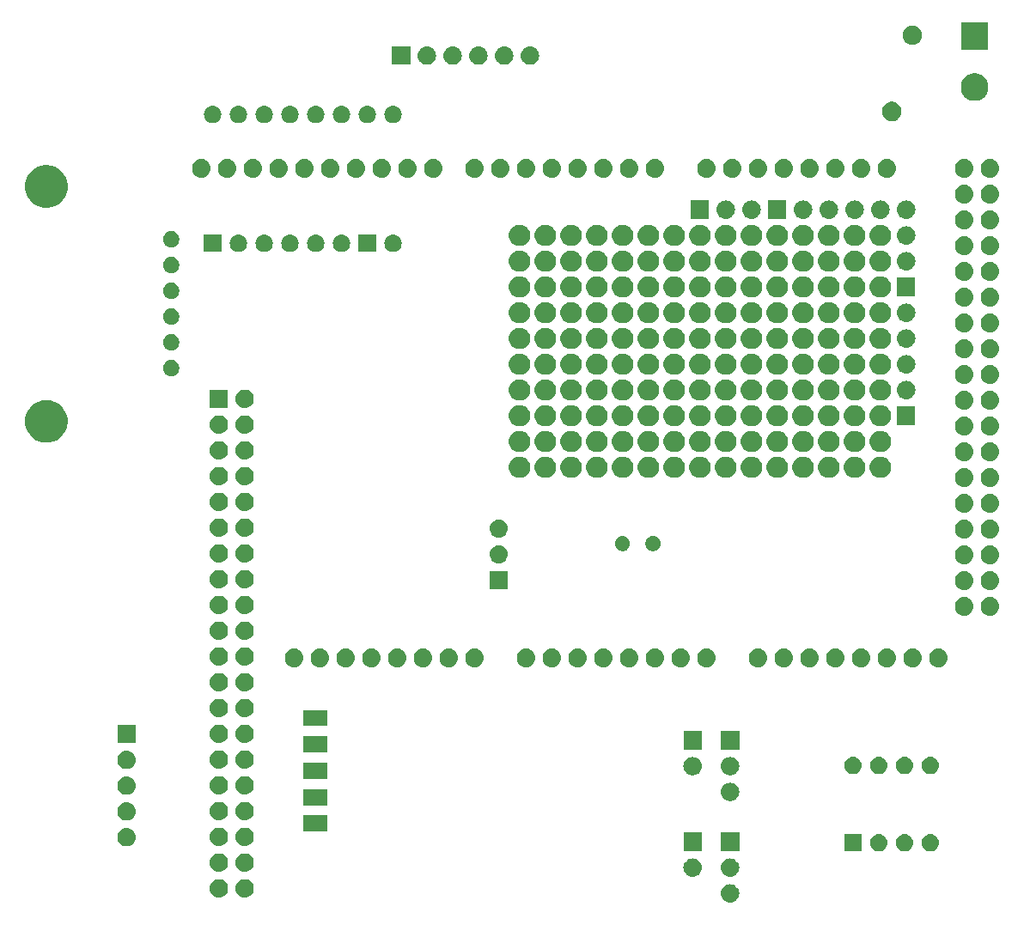
<source format=gbs>
G04 #@! TF.GenerationSoftware,KiCad,Pcbnew,(5.1.4-0-10_14)*
G04 #@! TF.CreationDate,2020-04-01T12:18:43+11:00*
G04 #@! TF.ProjectId,v0.4.4b,76302e34-2e34-4622-9e6b-696361645f70,rev?*
G04 #@! TF.SameCoordinates,Original*
G04 #@! TF.FileFunction,Soldermask,Bot*
G04 #@! TF.FilePolarity,Negative*
%FSLAX46Y46*%
G04 Gerber Fmt 4.6, Leading zero omitted, Abs format (unit mm)*
G04 Created by KiCad (PCBNEW (5.1.4-0-10_14)) date 2020-04-01 12:18:43*
%MOMM*%
%LPD*%
G04 APERTURE LIST*
%ADD10C,0.100000*%
G04 APERTURE END LIST*
D10*
G36*
X181010443Y-127585519D02*
G01*
X181076627Y-127592037D01*
X181246466Y-127643557D01*
X181402991Y-127727222D01*
X181438729Y-127756552D01*
X181540186Y-127839814D01*
X181623448Y-127941271D01*
X181652778Y-127977009D01*
X181736443Y-128133534D01*
X181787963Y-128303373D01*
X181805359Y-128480000D01*
X181787963Y-128656627D01*
X181736443Y-128826466D01*
X181652778Y-128982991D01*
X181623448Y-129018729D01*
X181540186Y-129120186D01*
X181438729Y-129203448D01*
X181402991Y-129232778D01*
X181246466Y-129316443D01*
X181076627Y-129367963D01*
X181010442Y-129374482D01*
X180944260Y-129381000D01*
X180855740Y-129381000D01*
X180789558Y-129374482D01*
X180723373Y-129367963D01*
X180553534Y-129316443D01*
X180397009Y-129232778D01*
X180361271Y-129203448D01*
X180259814Y-129120186D01*
X180176552Y-129018729D01*
X180147222Y-128982991D01*
X180063557Y-128826466D01*
X180012037Y-128656627D01*
X179994641Y-128480000D01*
X180012037Y-128303373D01*
X180063557Y-128133534D01*
X180147222Y-127977009D01*
X180176552Y-127941271D01*
X180259814Y-127839814D01*
X180361271Y-127756552D01*
X180397009Y-127727222D01*
X180553534Y-127643557D01*
X180723373Y-127592037D01*
X180789557Y-127585519D01*
X180855740Y-127579000D01*
X180944260Y-127579000D01*
X181010443Y-127585519D01*
X181010443Y-127585519D01*
G37*
G36*
X133219294Y-127098633D02*
G01*
X133391695Y-127150931D01*
X133550583Y-127235858D01*
X133689849Y-127350151D01*
X133804142Y-127489417D01*
X133889069Y-127648305D01*
X133941367Y-127820706D01*
X133959025Y-128000000D01*
X133941367Y-128179294D01*
X133889069Y-128351695D01*
X133804142Y-128510583D01*
X133689849Y-128649849D01*
X133550583Y-128764142D01*
X133391695Y-128849069D01*
X133219294Y-128901367D01*
X133084931Y-128914600D01*
X132995069Y-128914600D01*
X132860706Y-128901367D01*
X132688305Y-128849069D01*
X132529417Y-128764142D01*
X132390151Y-128649849D01*
X132275858Y-128510583D01*
X132190931Y-128351695D01*
X132138633Y-128179294D01*
X132120975Y-128000000D01*
X132138633Y-127820706D01*
X132190931Y-127648305D01*
X132275858Y-127489417D01*
X132390151Y-127350151D01*
X132529417Y-127235858D01*
X132688305Y-127150931D01*
X132860706Y-127098633D01*
X132995069Y-127085400D01*
X133084931Y-127085400D01*
X133219294Y-127098633D01*
X133219294Y-127098633D01*
G37*
G36*
X130679294Y-127098633D02*
G01*
X130851695Y-127150931D01*
X131010583Y-127235858D01*
X131149849Y-127350151D01*
X131264142Y-127489417D01*
X131349069Y-127648305D01*
X131401367Y-127820706D01*
X131419025Y-128000000D01*
X131401367Y-128179294D01*
X131349069Y-128351695D01*
X131264142Y-128510583D01*
X131149849Y-128649849D01*
X131010583Y-128764142D01*
X130851695Y-128849069D01*
X130679294Y-128901367D01*
X130544931Y-128914600D01*
X130455069Y-128914600D01*
X130320706Y-128901367D01*
X130148305Y-128849069D01*
X129989417Y-128764142D01*
X129850151Y-128649849D01*
X129735858Y-128510583D01*
X129650931Y-128351695D01*
X129598633Y-128179294D01*
X129580975Y-128000000D01*
X129598633Y-127820706D01*
X129650931Y-127648305D01*
X129735858Y-127489417D01*
X129850151Y-127350151D01*
X129989417Y-127235858D01*
X130148305Y-127150931D01*
X130320706Y-127098633D01*
X130455069Y-127085400D01*
X130544931Y-127085400D01*
X130679294Y-127098633D01*
X130679294Y-127098633D01*
G37*
G36*
X181010442Y-125045518D02*
G01*
X181076627Y-125052037D01*
X181246466Y-125103557D01*
X181402991Y-125187222D01*
X181438729Y-125216552D01*
X181540186Y-125299814D01*
X181623448Y-125401271D01*
X181652778Y-125437009D01*
X181736443Y-125593534D01*
X181787963Y-125763373D01*
X181805359Y-125940000D01*
X181787963Y-126116627D01*
X181736443Y-126286466D01*
X181652778Y-126442991D01*
X181623448Y-126478729D01*
X181540186Y-126580186D01*
X181438729Y-126663448D01*
X181402991Y-126692778D01*
X181246466Y-126776443D01*
X181076627Y-126827963D01*
X181010443Y-126834481D01*
X180944260Y-126841000D01*
X180855740Y-126841000D01*
X180789557Y-126834481D01*
X180723373Y-126827963D01*
X180553534Y-126776443D01*
X180397009Y-126692778D01*
X180361271Y-126663448D01*
X180259814Y-126580186D01*
X180176552Y-126478729D01*
X180147222Y-126442991D01*
X180063557Y-126286466D01*
X180012037Y-126116627D01*
X179994641Y-125940000D01*
X180012037Y-125763373D01*
X180063557Y-125593534D01*
X180147222Y-125437009D01*
X180176552Y-125401271D01*
X180259814Y-125299814D01*
X180361271Y-125216552D01*
X180397009Y-125187222D01*
X180553534Y-125103557D01*
X180723373Y-125052037D01*
X180789558Y-125045518D01*
X180855740Y-125039000D01*
X180944260Y-125039000D01*
X181010442Y-125045518D01*
X181010442Y-125045518D01*
G37*
G36*
X177310442Y-125045518D02*
G01*
X177376627Y-125052037D01*
X177546466Y-125103557D01*
X177702991Y-125187222D01*
X177738729Y-125216552D01*
X177840186Y-125299814D01*
X177923448Y-125401271D01*
X177952778Y-125437009D01*
X178036443Y-125593534D01*
X178087963Y-125763373D01*
X178105359Y-125940000D01*
X178087963Y-126116627D01*
X178036443Y-126286466D01*
X177952778Y-126442991D01*
X177923448Y-126478729D01*
X177840186Y-126580186D01*
X177738729Y-126663448D01*
X177702991Y-126692778D01*
X177546466Y-126776443D01*
X177376627Y-126827963D01*
X177310443Y-126834481D01*
X177244260Y-126841000D01*
X177155740Y-126841000D01*
X177089557Y-126834481D01*
X177023373Y-126827963D01*
X176853534Y-126776443D01*
X176697009Y-126692778D01*
X176661271Y-126663448D01*
X176559814Y-126580186D01*
X176476552Y-126478729D01*
X176447222Y-126442991D01*
X176363557Y-126286466D01*
X176312037Y-126116627D01*
X176294641Y-125940000D01*
X176312037Y-125763373D01*
X176363557Y-125593534D01*
X176447222Y-125437009D01*
X176476552Y-125401271D01*
X176559814Y-125299814D01*
X176661271Y-125216552D01*
X176697009Y-125187222D01*
X176853534Y-125103557D01*
X177023373Y-125052037D01*
X177089558Y-125045518D01*
X177155740Y-125039000D01*
X177244260Y-125039000D01*
X177310442Y-125045518D01*
X177310442Y-125045518D01*
G37*
G36*
X133219294Y-124558633D02*
G01*
X133391695Y-124610931D01*
X133550583Y-124695858D01*
X133689849Y-124810151D01*
X133804142Y-124949417D01*
X133889069Y-125108305D01*
X133941367Y-125280706D01*
X133959025Y-125460000D01*
X133941367Y-125639294D01*
X133889069Y-125811695D01*
X133804142Y-125970583D01*
X133689849Y-126109849D01*
X133550583Y-126224142D01*
X133391695Y-126309069D01*
X133219294Y-126361367D01*
X133084931Y-126374600D01*
X132995069Y-126374600D01*
X132860706Y-126361367D01*
X132688305Y-126309069D01*
X132529417Y-126224142D01*
X132390151Y-126109849D01*
X132275858Y-125970583D01*
X132190931Y-125811695D01*
X132138633Y-125639294D01*
X132120975Y-125460000D01*
X132138633Y-125280706D01*
X132190931Y-125108305D01*
X132275858Y-124949417D01*
X132390151Y-124810151D01*
X132529417Y-124695858D01*
X132688305Y-124610931D01*
X132860706Y-124558633D01*
X132995069Y-124545400D01*
X133084931Y-124545400D01*
X133219294Y-124558633D01*
X133219294Y-124558633D01*
G37*
G36*
X130679294Y-124558633D02*
G01*
X130851695Y-124610931D01*
X131010583Y-124695858D01*
X131149849Y-124810151D01*
X131264142Y-124949417D01*
X131349069Y-125108305D01*
X131401367Y-125280706D01*
X131419025Y-125460000D01*
X131401367Y-125639294D01*
X131349069Y-125811695D01*
X131264142Y-125970583D01*
X131149849Y-126109849D01*
X131010583Y-126224142D01*
X130851695Y-126309069D01*
X130679294Y-126361367D01*
X130544931Y-126374600D01*
X130455069Y-126374600D01*
X130320706Y-126361367D01*
X130148305Y-126309069D01*
X129989417Y-126224142D01*
X129850151Y-126109849D01*
X129735858Y-125970583D01*
X129650931Y-125811695D01*
X129598633Y-125639294D01*
X129580975Y-125460000D01*
X129598633Y-125280706D01*
X129650931Y-125108305D01*
X129735858Y-124949417D01*
X129850151Y-124810151D01*
X129989417Y-124695858D01*
X130148305Y-124610931D01*
X130320706Y-124558633D01*
X130455069Y-124545400D01*
X130544931Y-124545400D01*
X130679294Y-124558633D01*
X130679294Y-124558633D01*
G37*
G36*
X200786823Y-122661313D02*
G01*
X200947242Y-122709976D01*
X201039657Y-122759373D01*
X201095078Y-122788996D01*
X201224659Y-122895341D01*
X201331004Y-123024922D01*
X201331005Y-123024924D01*
X201410024Y-123172758D01*
X201458687Y-123333177D01*
X201475117Y-123500000D01*
X201458687Y-123666823D01*
X201426647Y-123772443D01*
X201411807Y-123821366D01*
X201410024Y-123827242D01*
X201404808Y-123837000D01*
X201331004Y-123975078D01*
X201224659Y-124104659D01*
X201095078Y-124211004D01*
X201095076Y-124211005D01*
X200947242Y-124290024D01*
X200786823Y-124338687D01*
X200661804Y-124351000D01*
X200578196Y-124351000D01*
X200453177Y-124338687D01*
X200292758Y-124290024D01*
X200144924Y-124211005D01*
X200144922Y-124211004D01*
X200015341Y-124104659D01*
X199908996Y-123975078D01*
X199835192Y-123837000D01*
X199829976Y-123827242D01*
X199828194Y-123821366D01*
X199813353Y-123772443D01*
X199781313Y-123666823D01*
X199764883Y-123500000D01*
X199781313Y-123333177D01*
X199829976Y-123172758D01*
X199908995Y-123024924D01*
X199908996Y-123024922D01*
X200015341Y-122895341D01*
X200144922Y-122788996D01*
X200200343Y-122759373D01*
X200292758Y-122709976D01*
X200453177Y-122661313D01*
X200578196Y-122649000D01*
X200661804Y-122649000D01*
X200786823Y-122661313D01*
X200786823Y-122661313D01*
G37*
G36*
X198246823Y-122661313D02*
G01*
X198407242Y-122709976D01*
X198499657Y-122759373D01*
X198555078Y-122788996D01*
X198684659Y-122895341D01*
X198791004Y-123024922D01*
X198791005Y-123024924D01*
X198870024Y-123172758D01*
X198918687Y-123333177D01*
X198935117Y-123500000D01*
X198918687Y-123666823D01*
X198886647Y-123772443D01*
X198871807Y-123821366D01*
X198870024Y-123827242D01*
X198864808Y-123837000D01*
X198791004Y-123975078D01*
X198684659Y-124104659D01*
X198555078Y-124211004D01*
X198555076Y-124211005D01*
X198407242Y-124290024D01*
X198246823Y-124338687D01*
X198121804Y-124351000D01*
X198038196Y-124351000D01*
X197913177Y-124338687D01*
X197752758Y-124290024D01*
X197604924Y-124211005D01*
X197604922Y-124211004D01*
X197475341Y-124104659D01*
X197368996Y-123975078D01*
X197295192Y-123837000D01*
X197289976Y-123827242D01*
X197288194Y-123821366D01*
X197273353Y-123772443D01*
X197241313Y-123666823D01*
X197224883Y-123500000D01*
X197241313Y-123333177D01*
X197289976Y-123172758D01*
X197368995Y-123024924D01*
X197368996Y-123024922D01*
X197475341Y-122895341D01*
X197604922Y-122788996D01*
X197660343Y-122759373D01*
X197752758Y-122709976D01*
X197913177Y-122661313D01*
X198038196Y-122649000D01*
X198121804Y-122649000D01*
X198246823Y-122661313D01*
X198246823Y-122661313D01*
G37*
G36*
X195706823Y-122661313D02*
G01*
X195867242Y-122709976D01*
X195959657Y-122759373D01*
X196015078Y-122788996D01*
X196144659Y-122895341D01*
X196251004Y-123024922D01*
X196251005Y-123024924D01*
X196330024Y-123172758D01*
X196378687Y-123333177D01*
X196395117Y-123500000D01*
X196378687Y-123666823D01*
X196346647Y-123772443D01*
X196331807Y-123821366D01*
X196330024Y-123827242D01*
X196324808Y-123837000D01*
X196251004Y-123975078D01*
X196144659Y-124104659D01*
X196015078Y-124211004D01*
X196015076Y-124211005D01*
X195867242Y-124290024D01*
X195706823Y-124338687D01*
X195581804Y-124351000D01*
X195498196Y-124351000D01*
X195373177Y-124338687D01*
X195212758Y-124290024D01*
X195064924Y-124211005D01*
X195064922Y-124211004D01*
X194935341Y-124104659D01*
X194828996Y-123975078D01*
X194755192Y-123837000D01*
X194749976Y-123827242D01*
X194748194Y-123821366D01*
X194733353Y-123772443D01*
X194701313Y-123666823D01*
X194684883Y-123500000D01*
X194701313Y-123333177D01*
X194749976Y-123172758D01*
X194828995Y-123024924D01*
X194828996Y-123024922D01*
X194935341Y-122895341D01*
X195064922Y-122788996D01*
X195120343Y-122759373D01*
X195212758Y-122709976D01*
X195373177Y-122661313D01*
X195498196Y-122649000D01*
X195581804Y-122649000D01*
X195706823Y-122661313D01*
X195706823Y-122661313D01*
G37*
G36*
X193851000Y-124351000D02*
G01*
X192149000Y-124351000D01*
X192149000Y-122649000D01*
X193851000Y-122649000D01*
X193851000Y-124351000D01*
X193851000Y-124351000D01*
G37*
G36*
X181801000Y-124301000D02*
G01*
X179999000Y-124301000D01*
X179999000Y-122499000D01*
X181801000Y-122499000D01*
X181801000Y-124301000D01*
X181801000Y-124301000D01*
G37*
G36*
X178101000Y-124301000D02*
G01*
X176299000Y-124301000D01*
X176299000Y-122499000D01*
X178101000Y-122499000D01*
X178101000Y-124301000D01*
X178101000Y-124301000D01*
G37*
G36*
X121522442Y-122041518D02*
G01*
X121588627Y-122048037D01*
X121758466Y-122099557D01*
X121914991Y-122183222D01*
X121950729Y-122212552D01*
X122052186Y-122295814D01*
X122135448Y-122397271D01*
X122164778Y-122433009D01*
X122248443Y-122589534D01*
X122299963Y-122759373D01*
X122317359Y-122936000D01*
X122299963Y-123112627D01*
X122248443Y-123282466D01*
X122164778Y-123438991D01*
X122135448Y-123474729D01*
X122052186Y-123576186D01*
X121950729Y-123659448D01*
X121914991Y-123688778D01*
X121758466Y-123772443D01*
X121588627Y-123823963D01*
X121522443Y-123830481D01*
X121456260Y-123837000D01*
X121367740Y-123837000D01*
X121301557Y-123830481D01*
X121235373Y-123823963D01*
X121065534Y-123772443D01*
X120909009Y-123688778D01*
X120873271Y-123659448D01*
X120771814Y-123576186D01*
X120688552Y-123474729D01*
X120659222Y-123438991D01*
X120575557Y-123282466D01*
X120524037Y-123112627D01*
X120506641Y-122936000D01*
X120524037Y-122759373D01*
X120575557Y-122589534D01*
X120659222Y-122433009D01*
X120688552Y-122397271D01*
X120771814Y-122295814D01*
X120873271Y-122212552D01*
X120909009Y-122183222D01*
X121065534Y-122099557D01*
X121235373Y-122048037D01*
X121301558Y-122041518D01*
X121367740Y-122035000D01*
X121456260Y-122035000D01*
X121522442Y-122041518D01*
X121522442Y-122041518D01*
G37*
G36*
X133219294Y-122018633D02*
G01*
X133391695Y-122070931D01*
X133550583Y-122155858D01*
X133689849Y-122270151D01*
X133804142Y-122409417D01*
X133889069Y-122568305D01*
X133941367Y-122740706D01*
X133959025Y-122920000D01*
X133941367Y-123099294D01*
X133889069Y-123271695D01*
X133804142Y-123430583D01*
X133689849Y-123569849D01*
X133550583Y-123684142D01*
X133391695Y-123769069D01*
X133219294Y-123821367D01*
X133084931Y-123834600D01*
X132995069Y-123834600D01*
X132860706Y-123821367D01*
X132688305Y-123769069D01*
X132529417Y-123684142D01*
X132390151Y-123569849D01*
X132275858Y-123430583D01*
X132190931Y-123271695D01*
X132138633Y-123099294D01*
X132120975Y-122920000D01*
X132138633Y-122740706D01*
X132190931Y-122568305D01*
X132275858Y-122409417D01*
X132390151Y-122270151D01*
X132529417Y-122155858D01*
X132688305Y-122070931D01*
X132860706Y-122018633D01*
X132995069Y-122005400D01*
X133084931Y-122005400D01*
X133219294Y-122018633D01*
X133219294Y-122018633D01*
G37*
G36*
X130679294Y-122018633D02*
G01*
X130851695Y-122070931D01*
X131010583Y-122155858D01*
X131149849Y-122270151D01*
X131264142Y-122409417D01*
X131349069Y-122568305D01*
X131401367Y-122740706D01*
X131419025Y-122920000D01*
X131401367Y-123099294D01*
X131349069Y-123271695D01*
X131264142Y-123430583D01*
X131149849Y-123569849D01*
X131010583Y-123684142D01*
X130851695Y-123769069D01*
X130679294Y-123821367D01*
X130544931Y-123834600D01*
X130455069Y-123834600D01*
X130320706Y-123821367D01*
X130148305Y-123769069D01*
X129989417Y-123684142D01*
X129850151Y-123569849D01*
X129735858Y-123430583D01*
X129650931Y-123271695D01*
X129598633Y-123099294D01*
X129580975Y-122920000D01*
X129598633Y-122740706D01*
X129650931Y-122568305D01*
X129735858Y-122409417D01*
X129850151Y-122270151D01*
X129989417Y-122155858D01*
X130148305Y-122070931D01*
X130320706Y-122018633D01*
X130455069Y-122005400D01*
X130544931Y-122005400D01*
X130679294Y-122018633D01*
X130679294Y-122018633D01*
G37*
G36*
X141201000Y-122401000D02*
G01*
X138799000Y-122401000D01*
X138799000Y-120799000D01*
X141201000Y-120799000D01*
X141201000Y-122401000D01*
X141201000Y-122401000D01*
G37*
G36*
X121522443Y-119501519D02*
G01*
X121588627Y-119508037D01*
X121758466Y-119559557D01*
X121914991Y-119643222D01*
X121950729Y-119672552D01*
X122052186Y-119755814D01*
X122135448Y-119857271D01*
X122164778Y-119893009D01*
X122248443Y-120049534D01*
X122299963Y-120219373D01*
X122317359Y-120396000D01*
X122299963Y-120572627D01*
X122248443Y-120742466D01*
X122164778Y-120898991D01*
X122135448Y-120934729D01*
X122052186Y-121036186D01*
X121950729Y-121119448D01*
X121914991Y-121148778D01*
X121758466Y-121232443D01*
X121588627Y-121283963D01*
X121522443Y-121290481D01*
X121456260Y-121297000D01*
X121367740Y-121297000D01*
X121301557Y-121290481D01*
X121235373Y-121283963D01*
X121065534Y-121232443D01*
X120909009Y-121148778D01*
X120873271Y-121119448D01*
X120771814Y-121036186D01*
X120688552Y-120934729D01*
X120659222Y-120898991D01*
X120575557Y-120742466D01*
X120524037Y-120572627D01*
X120506641Y-120396000D01*
X120524037Y-120219373D01*
X120575557Y-120049534D01*
X120659222Y-119893009D01*
X120688552Y-119857271D01*
X120771814Y-119755814D01*
X120873271Y-119672552D01*
X120909009Y-119643222D01*
X121065534Y-119559557D01*
X121235373Y-119508037D01*
X121301557Y-119501519D01*
X121367740Y-119495000D01*
X121456260Y-119495000D01*
X121522443Y-119501519D01*
X121522443Y-119501519D01*
G37*
G36*
X133219294Y-119478633D02*
G01*
X133391695Y-119530931D01*
X133550583Y-119615858D01*
X133689849Y-119730151D01*
X133804142Y-119869417D01*
X133889069Y-120028305D01*
X133941367Y-120200706D01*
X133959025Y-120380000D01*
X133941367Y-120559294D01*
X133889069Y-120731695D01*
X133804142Y-120890583D01*
X133689849Y-121029849D01*
X133550583Y-121144142D01*
X133391695Y-121229069D01*
X133219294Y-121281367D01*
X133084931Y-121294600D01*
X132995069Y-121294600D01*
X132860706Y-121281367D01*
X132688305Y-121229069D01*
X132529417Y-121144142D01*
X132390151Y-121029849D01*
X132275858Y-120890583D01*
X132190931Y-120731695D01*
X132138633Y-120559294D01*
X132120975Y-120380000D01*
X132138633Y-120200706D01*
X132190931Y-120028305D01*
X132275858Y-119869417D01*
X132390151Y-119730151D01*
X132529417Y-119615858D01*
X132688305Y-119530931D01*
X132860706Y-119478633D01*
X132995069Y-119465400D01*
X133084931Y-119465400D01*
X133219294Y-119478633D01*
X133219294Y-119478633D01*
G37*
G36*
X130679294Y-119478633D02*
G01*
X130851695Y-119530931D01*
X131010583Y-119615858D01*
X131149849Y-119730151D01*
X131264142Y-119869417D01*
X131349069Y-120028305D01*
X131401367Y-120200706D01*
X131419025Y-120380000D01*
X131401367Y-120559294D01*
X131349069Y-120731695D01*
X131264142Y-120890583D01*
X131149849Y-121029849D01*
X131010583Y-121144142D01*
X130851695Y-121229069D01*
X130679294Y-121281367D01*
X130544931Y-121294600D01*
X130455069Y-121294600D01*
X130320706Y-121281367D01*
X130148305Y-121229069D01*
X129989417Y-121144142D01*
X129850151Y-121029849D01*
X129735858Y-120890583D01*
X129650931Y-120731695D01*
X129598633Y-120559294D01*
X129580975Y-120380000D01*
X129598633Y-120200706D01*
X129650931Y-120028305D01*
X129735858Y-119869417D01*
X129850151Y-119730151D01*
X129989417Y-119615858D01*
X130148305Y-119530931D01*
X130320706Y-119478633D01*
X130455069Y-119465400D01*
X130544931Y-119465400D01*
X130679294Y-119478633D01*
X130679294Y-119478633D01*
G37*
G36*
X141201000Y-119801000D02*
G01*
X138799000Y-119801000D01*
X138799000Y-118199000D01*
X141201000Y-118199000D01*
X141201000Y-119801000D01*
X141201000Y-119801000D01*
G37*
G36*
X181010443Y-117585519D02*
G01*
X181076627Y-117592037D01*
X181246466Y-117643557D01*
X181402991Y-117727222D01*
X181438729Y-117756552D01*
X181540186Y-117839814D01*
X181623448Y-117941271D01*
X181652778Y-117977009D01*
X181736443Y-118133534D01*
X181787963Y-118303373D01*
X181805359Y-118480000D01*
X181787963Y-118656627D01*
X181736443Y-118826466D01*
X181652778Y-118982991D01*
X181623448Y-119018729D01*
X181540186Y-119120186D01*
X181438729Y-119203448D01*
X181402991Y-119232778D01*
X181246466Y-119316443D01*
X181076627Y-119367963D01*
X181010443Y-119374481D01*
X180944260Y-119381000D01*
X180855740Y-119381000D01*
X180789557Y-119374481D01*
X180723373Y-119367963D01*
X180553534Y-119316443D01*
X180397009Y-119232778D01*
X180361271Y-119203448D01*
X180259814Y-119120186D01*
X180176552Y-119018729D01*
X180147222Y-118982991D01*
X180063557Y-118826466D01*
X180012037Y-118656627D01*
X179994641Y-118480000D01*
X180012037Y-118303373D01*
X180063557Y-118133534D01*
X180147222Y-117977009D01*
X180176552Y-117941271D01*
X180259814Y-117839814D01*
X180361271Y-117756552D01*
X180397009Y-117727222D01*
X180553534Y-117643557D01*
X180723373Y-117592037D01*
X180789557Y-117585519D01*
X180855740Y-117579000D01*
X180944260Y-117579000D01*
X181010443Y-117585519D01*
X181010443Y-117585519D01*
G37*
G36*
X121522443Y-116961519D02*
G01*
X121588627Y-116968037D01*
X121758466Y-117019557D01*
X121914991Y-117103222D01*
X121950729Y-117132552D01*
X122052186Y-117215814D01*
X122135448Y-117317271D01*
X122164778Y-117353009D01*
X122248443Y-117509534D01*
X122299963Y-117679373D01*
X122317359Y-117856000D01*
X122299963Y-118032627D01*
X122248443Y-118202466D01*
X122164778Y-118358991D01*
X122135448Y-118394729D01*
X122052186Y-118496186D01*
X121950729Y-118579448D01*
X121914991Y-118608778D01*
X121758466Y-118692443D01*
X121588627Y-118743963D01*
X121522442Y-118750482D01*
X121456260Y-118757000D01*
X121367740Y-118757000D01*
X121301558Y-118750482D01*
X121235373Y-118743963D01*
X121065534Y-118692443D01*
X120909009Y-118608778D01*
X120873271Y-118579448D01*
X120771814Y-118496186D01*
X120688552Y-118394729D01*
X120659222Y-118358991D01*
X120575557Y-118202466D01*
X120524037Y-118032627D01*
X120506641Y-117856000D01*
X120524037Y-117679373D01*
X120575557Y-117509534D01*
X120659222Y-117353009D01*
X120688552Y-117317271D01*
X120771814Y-117215814D01*
X120873271Y-117132552D01*
X120909009Y-117103222D01*
X121065534Y-117019557D01*
X121235373Y-116968037D01*
X121301557Y-116961519D01*
X121367740Y-116955000D01*
X121456260Y-116955000D01*
X121522443Y-116961519D01*
X121522443Y-116961519D01*
G37*
G36*
X130679294Y-116938633D02*
G01*
X130851695Y-116990931D01*
X131010583Y-117075858D01*
X131149849Y-117190151D01*
X131264142Y-117329417D01*
X131349069Y-117488305D01*
X131401367Y-117660706D01*
X131419025Y-117840000D01*
X131401367Y-118019294D01*
X131349069Y-118191695D01*
X131264142Y-118350583D01*
X131149849Y-118489849D01*
X131010583Y-118604142D01*
X130851695Y-118689069D01*
X130679294Y-118741367D01*
X130544931Y-118754600D01*
X130455069Y-118754600D01*
X130320706Y-118741367D01*
X130148305Y-118689069D01*
X129989417Y-118604142D01*
X129850151Y-118489849D01*
X129735858Y-118350583D01*
X129650931Y-118191695D01*
X129598633Y-118019294D01*
X129580975Y-117840000D01*
X129598633Y-117660706D01*
X129650931Y-117488305D01*
X129735858Y-117329417D01*
X129850151Y-117190151D01*
X129989417Y-117075858D01*
X130148305Y-116990931D01*
X130320706Y-116938633D01*
X130455069Y-116925400D01*
X130544931Y-116925400D01*
X130679294Y-116938633D01*
X130679294Y-116938633D01*
G37*
G36*
X133219294Y-116938633D02*
G01*
X133391695Y-116990931D01*
X133550583Y-117075858D01*
X133689849Y-117190151D01*
X133804142Y-117329417D01*
X133889069Y-117488305D01*
X133941367Y-117660706D01*
X133959025Y-117840000D01*
X133941367Y-118019294D01*
X133889069Y-118191695D01*
X133804142Y-118350583D01*
X133689849Y-118489849D01*
X133550583Y-118604142D01*
X133391695Y-118689069D01*
X133219294Y-118741367D01*
X133084931Y-118754600D01*
X132995069Y-118754600D01*
X132860706Y-118741367D01*
X132688305Y-118689069D01*
X132529417Y-118604142D01*
X132390151Y-118489849D01*
X132275858Y-118350583D01*
X132190931Y-118191695D01*
X132138633Y-118019294D01*
X132120975Y-117840000D01*
X132138633Y-117660706D01*
X132190931Y-117488305D01*
X132275858Y-117329417D01*
X132390151Y-117190151D01*
X132529417Y-117075858D01*
X132688305Y-116990931D01*
X132860706Y-116938633D01*
X132995069Y-116925400D01*
X133084931Y-116925400D01*
X133219294Y-116938633D01*
X133219294Y-116938633D01*
G37*
G36*
X141201000Y-117201000D02*
G01*
X138799000Y-117201000D01*
X138799000Y-115599000D01*
X141201000Y-115599000D01*
X141201000Y-117201000D01*
X141201000Y-117201000D01*
G37*
G36*
X177310443Y-115045519D02*
G01*
X177376627Y-115052037D01*
X177546466Y-115103557D01*
X177702991Y-115187222D01*
X177738729Y-115216552D01*
X177840186Y-115299814D01*
X177923448Y-115401271D01*
X177952778Y-115437009D01*
X178036443Y-115593534D01*
X178087963Y-115763373D01*
X178105359Y-115940000D01*
X178087963Y-116116627D01*
X178036443Y-116286466D01*
X177952778Y-116442991D01*
X177923448Y-116478729D01*
X177840186Y-116580186D01*
X177738729Y-116663448D01*
X177702991Y-116692778D01*
X177546466Y-116776443D01*
X177376627Y-116827963D01*
X177310443Y-116834481D01*
X177244260Y-116841000D01*
X177155740Y-116841000D01*
X177089557Y-116834481D01*
X177023373Y-116827963D01*
X176853534Y-116776443D01*
X176697009Y-116692778D01*
X176661271Y-116663448D01*
X176559814Y-116580186D01*
X176476552Y-116478729D01*
X176447222Y-116442991D01*
X176363557Y-116286466D01*
X176312037Y-116116627D01*
X176294641Y-115940000D01*
X176312037Y-115763373D01*
X176363557Y-115593534D01*
X176447222Y-115437009D01*
X176476552Y-115401271D01*
X176559814Y-115299814D01*
X176661271Y-115216552D01*
X176697009Y-115187222D01*
X176853534Y-115103557D01*
X177023373Y-115052037D01*
X177089557Y-115045519D01*
X177155740Y-115039000D01*
X177244260Y-115039000D01*
X177310443Y-115045519D01*
X177310443Y-115045519D01*
G37*
G36*
X181010443Y-115045519D02*
G01*
X181076627Y-115052037D01*
X181246466Y-115103557D01*
X181402991Y-115187222D01*
X181438729Y-115216552D01*
X181540186Y-115299814D01*
X181623448Y-115401271D01*
X181652778Y-115437009D01*
X181736443Y-115593534D01*
X181787963Y-115763373D01*
X181805359Y-115940000D01*
X181787963Y-116116627D01*
X181736443Y-116286466D01*
X181652778Y-116442991D01*
X181623448Y-116478729D01*
X181540186Y-116580186D01*
X181438729Y-116663448D01*
X181402991Y-116692778D01*
X181246466Y-116776443D01*
X181076627Y-116827963D01*
X181010443Y-116834481D01*
X180944260Y-116841000D01*
X180855740Y-116841000D01*
X180789557Y-116834481D01*
X180723373Y-116827963D01*
X180553534Y-116776443D01*
X180397009Y-116692778D01*
X180361271Y-116663448D01*
X180259814Y-116580186D01*
X180176552Y-116478729D01*
X180147222Y-116442991D01*
X180063557Y-116286466D01*
X180012037Y-116116627D01*
X179994641Y-115940000D01*
X180012037Y-115763373D01*
X180063557Y-115593534D01*
X180147222Y-115437009D01*
X180176552Y-115401271D01*
X180259814Y-115299814D01*
X180361271Y-115216552D01*
X180397009Y-115187222D01*
X180553534Y-115103557D01*
X180723373Y-115052037D01*
X180789557Y-115045519D01*
X180855740Y-115039000D01*
X180944260Y-115039000D01*
X181010443Y-115045519D01*
X181010443Y-115045519D01*
G37*
G36*
X193166823Y-115041313D02*
G01*
X193327242Y-115089976D01*
X193419657Y-115139373D01*
X193475078Y-115168996D01*
X193604659Y-115275341D01*
X193711004Y-115404922D01*
X193711005Y-115404924D01*
X193790024Y-115552758D01*
X193838687Y-115713177D01*
X193855117Y-115880000D01*
X193838687Y-116046823D01*
X193806647Y-116152443D01*
X193791807Y-116201366D01*
X193790024Y-116207242D01*
X193784808Y-116217000D01*
X193711004Y-116355078D01*
X193604659Y-116484659D01*
X193475078Y-116591004D01*
X193475076Y-116591005D01*
X193327242Y-116670024D01*
X193166823Y-116718687D01*
X193041804Y-116731000D01*
X192958196Y-116731000D01*
X192833177Y-116718687D01*
X192672758Y-116670024D01*
X192524924Y-116591005D01*
X192524922Y-116591004D01*
X192395341Y-116484659D01*
X192288996Y-116355078D01*
X192215192Y-116217000D01*
X192209976Y-116207242D01*
X192208194Y-116201366D01*
X192193353Y-116152443D01*
X192161313Y-116046823D01*
X192144883Y-115880000D01*
X192161313Y-115713177D01*
X192209976Y-115552758D01*
X192288995Y-115404924D01*
X192288996Y-115404922D01*
X192395341Y-115275341D01*
X192524922Y-115168996D01*
X192580343Y-115139373D01*
X192672758Y-115089976D01*
X192833177Y-115041313D01*
X192958196Y-115029000D01*
X193041804Y-115029000D01*
X193166823Y-115041313D01*
X193166823Y-115041313D01*
G37*
G36*
X195706823Y-115041313D02*
G01*
X195867242Y-115089976D01*
X195959657Y-115139373D01*
X196015078Y-115168996D01*
X196144659Y-115275341D01*
X196251004Y-115404922D01*
X196251005Y-115404924D01*
X196330024Y-115552758D01*
X196378687Y-115713177D01*
X196395117Y-115880000D01*
X196378687Y-116046823D01*
X196346647Y-116152443D01*
X196331807Y-116201366D01*
X196330024Y-116207242D01*
X196324808Y-116217000D01*
X196251004Y-116355078D01*
X196144659Y-116484659D01*
X196015078Y-116591004D01*
X196015076Y-116591005D01*
X195867242Y-116670024D01*
X195706823Y-116718687D01*
X195581804Y-116731000D01*
X195498196Y-116731000D01*
X195373177Y-116718687D01*
X195212758Y-116670024D01*
X195064924Y-116591005D01*
X195064922Y-116591004D01*
X194935341Y-116484659D01*
X194828996Y-116355078D01*
X194755192Y-116217000D01*
X194749976Y-116207242D01*
X194748194Y-116201366D01*
X194733353Y-116152443D01*
X194701313Y-116046823D01*
X194684883Y-115880000D01*
X194701313Y-115713177D01*
X194749976Y-115552758D01*
X194828995Y-115404924D01*
X194828996Y-115404922D01*
X194935341Y-115275341D01*
X195064922Y-115168996D01*
X195120343Y-115139373D01*
X195212758Y-115089976D01*
X195373177Y-115041313D01*
X195498196Y-115029000D01*
X195581804Y-115029000D01*
X195706823Y-115041313D01*
X195706823Y-115041313D01*
G37*
G36*
X198246823Y-115041313D02*
G01*
X198407242Y-115089976D01*
X198499657Y-115139373D01*
X198555078Y-115168996D01*
X198684659Y-115275341D01*
X198791004Y-115404922D01*
X198791005Y-115404924D01*
X198870024Y-115552758D01*
X198918687Y-115713177D01*
X198935117Y-115880000D01*
X198918687Y-116046823D01*
X198886647Y-116152443D01*
X198871807Y-116201366D01*
X198870024Y-116207242D01*
X198864808Y-116217000D01*
X198791004Y-116355078D01*
X198684659Y-116484659D01*
X198555078Y-116591004D01*
X198555076Y-116591005D01*
X198407242Y-116670024D01*
X198246823Y-116718687D01*
X198121804Y-116731000D01*
X198038196Y-116731000D01*
X197913177Y-116718687D01*
X197752758Y-116670024D01*
X197604924Y-116591005D01*
X197604922Y-116591004D01*
X197475341Y-116484659D01*
X197368996Y-116355078D01*
X197295192Y-116217000D01*
X197289976Y-116207242D01*
X197288194Y-116201366D01*
X197273353Y-116152443D01*
X197241313Y-116046823D01*
X197224883Y-115880000D01*
X197241313Y-115713177D01*
X197289976Y-115552758D01*
X197368995Y-115404924D01*
X197368996Y-115404922D01*
X197475341Y-115275341D01*
X197604922Y-115168996D01*
X197660343Y-115139373D01*
X197752758Y-115089976D01*
X197913177Y-115041313D01*
X198038196Y-115029000D01*
X198121804Y-115029000D01*
X198246823Y-115041313D01*
X198246823Y-115041313D01*
G37*
G36*
X200786823Y-115041313D02*
G01*
X200947242Y-115089976D01*
X201039657Y-115139373D01*
X201095078Y-115168996D01*
X201224659Y-115275341D01*
X201331004Y-115404922D01*
X201331005Y-115404924D01*
X201410024Y-115552758D01*
X201458687Y-115713177D01*
X201475117Y-115880000D01*
X201458687Y-116046823D01*
X201426647Y-116152443D01*
X201411807Y-116201366D01*
X201410024Y-116207242D01*
X201404808Y-116217000D01*
X201331004Y-116355078D01*
X201224659Y-116484659D01*
X201095078Y-116591004D01*
X201095076Y-116591005D01*
X200947242Y-116670024D01*
X200786823Y-116718687D01*
X200661804Y-116731000D01*
X200578196Y-116731000D01*
X200453177Y-116718687D01*
X200292758Y-116670024D01*
X200144924Y-116591005D01*
X200144922Y-116591004D01*
X200015341Y-116484659D01*
X199908996Y-116355078D01*
X199835192Y-116217000D01*
X199829976Y-116207242D01*
X199828194Y-116201366D01*
X199813353Y-116152443D01*
X199781313Y-116046823D01*
X199764883Y-115880000D01*
X199781313Y-115713177D01*
X199829976Y-115552758D01*
X199908995Y-115404924D01*
X199908996Y-115404922D01*
X200015341Y-115275341D01*
X200144922Y-115168996D01*
X200200343Y-115139373D01*
X200292758Y-115089976D01*
X200453177Y-115041313D01*
X200578196Y-115029000D01*
X200661804Y-115029000D01*
X200786823Y-115041313D01*
X200786823Y-115041313D01*
G37*
G36*
X121522442Y-114421518D02*
G01*
X121588627Y-114428037D01*
X121758466Y-114479557D01*
X121914991Y-114563222D01*
X121950729Y-114592552D01*
X122052186Y-114675814D01*
X122135448Y-114777271D01*
X122164778Y-114813009D01*
X122248443Y-114969534D01*
X122299963Y-115139373D01*
X122317359Y-115316000D01*
X122299963Y-115492627D01*
X122248443Y-115662466D01*
X122164778Y-115818991D01*
X122135448Y-115854729D01*
X122052186Y-115956186D01*
X121950729Y-116039448D01*
X121914991Y-116068778D01*
X121758466Y-116152443D01*
X121588627Y-116203963D01*
X121522443Y-116210481D01*
X121456260Y-116217000D01*
X121367740Y-116217000D01*
X121301557Y-116210481D01*
X121235373Y-116203963D01*
X121065534Y-116152443D01*
X120909009Y-116068778D01*
X120873271Y-116039448D01*
X120771814Y-115956186D01*
X120688552Y-115854729D01*
X120659222Y-115818991D01*
X120575557Y-115662466D01*
X120524037Y-115492627D01*
X120506641Y-115316000D01*
X120524037Y-115139373D01*
X120575557Y-114969534D01*
X120659222Y-114813009D01*
X120688552Y-114777271D01*
X120771814Y-114675814D01*
X120873271Y-114592552D01*
X120909009Y-114563222D01*
X121065534Y-114479557D01*
X121235373Y-114428037D01*
X121301558Y-114421518D01*
X121367740Y-114415000D01*
X121456260Y-114415000D01*
X121522442Y-114421518D01*
X121522442Y-114421518D01*
G37*
G36*
X133219294Y-114398633D02*
G01*
X133391695Y-114450931D01*
X133550583Y-114535858D01*
X133689849Y-114650151D01*
X133804142Y-114789417D01*
X133889069Y-114948305D01*
X133941367Y-115120706D01*
X133959025Y-115300000D01*
X133941367Y-115479294D01*
X133889069Y-115651695D01*
X133804142Y-115810583D01*
X133689849Y-115949849D01*
X133550583Y-116064142D01*
X133391695Y-116149069D01*
X133219294Y-116201367D01*
X133084931Y-116214600D01*
X132995069Y-116214600D01*
X132860706Y-116201367D01*
X132688305Y-116149069D01*
X132529417Y-116064142D01*
X132390151Y-115949849D01*
X132275858Y-115810583D01*
X132190931Y-115651695D01*
X132138633Y-115479294D01*
X132120975Y-115300000D01*
X132138633Y-115120706D01*
X132190931Y-114948305D01*
X132275858Y-114789417D01*
X132390151Y-114650151D01*
X132529417Y-114535858D01*
X132688305Y-114450931D01*
X132860706Y-114398633D01*
X132995069Y-114385400D01*
X133084931Y-114385400D01*
X133219294Y-114398633D01*
X133219294Y-114398633D01*
G37*
G36*
X130679294Y-114398633D02*
G01*
X130851695Y-114450931D01*
X131010583Y-114535858D01*
X131149849Y-114650151D01*
X131264142Y-114789417D01*
X131349069Y-114948305D01*
X131401367Y-115120706D01*
X131419025Y-115300000D01*
X131401367Y-115479294D01*
X131349069Y-115651695D01*
X131264142Y-115810583D01*
X131149849Y-115949849D01*
X131010583Y-116064142D01*
X130851695Y-116149069D01*
X130679294Y-116201367D01*
X130544931Y-116214600D01*
X130455069Y-116214600D01*
X130320706Y-116201367D01*
X130148305Y-116149069D01*
X129989417Y-116064142D01*
X129850151Y-115949849D01*
X129735858Y-115810583D01*
X129650931Y-115651695D01*
X129598633Y-115479294D01*
X129580975Y-115300000D01*
X129598633Y-115120706D01*
X129650931Y-114948305D01*
X129735858Y-114789417D01*
X129850151Y-114650151D01*
X129989417Y-114535858D01*
X130148305Y-114450931D01*
X130320706Y-114398633D01*
X130455069Y-114385400D01*
X130544931Y-114385400D01*
X130679294Y-114398633D01*
X130679294Y-114398633D01*
G37*
G36*
X141201000Y-114601000D02*
G01*
X138799000Y-114601000D01*
X138799000Y-112999000D01*
X141201000Y-112999000D01*
X141201000Y-114601000D01*
X141201000Y-114601000D01*
G37*
G36*
X181801000Y-114301000D02*
G01*
X179999000Y-114301000D01*
X179999000Y-112499000D01*
X181801000Y-112499000D01*
X181801000Y-114301000D01*
X181801000Y-114301000D01*
G37*
G36*
X178101000Y-114301000D02*
G01*
X176299000Y-114301000D01*
X176299000Y-112499000D01*
X178101000Y-112499000D01*
X178101000Y-114301000D01*
X178101000Y-114301000D01*
G37*
G36*
X122313000Y-113677000D02*
G01*
X120511000Y-113677000D01*
X120511000Y-111875000D01*
X122313000Y-111875000D01*
X122313000Y-113677000D01*
X122313000Y-113677000D01*
G37*
G36*
X133219294Y-111858633D02*
G01*
X133391695Y-111910931D01*
X133550583Y-111995858D01*
X133689849Y-112110151D01*
X133804142Y-112249417D01*
X133889069Y-112408305D01*
X133941367Y-112580706D01*
X133959025Y-112760000D01*
X133941367Y-112939294D01*
X133889069Y-113111695D01*
X133804142Y-113270583D01*
X133689849Y-113409849D01*
X133550583Y-113524142D01*
X133391695Y-113609069D01*
X133219294Y-113661367D01*
X133084931Y-113674600D01*
X132995069Y-113674600D01*
X132860706Y-113661367D01*
X132688305Y-113609069D01*
X132529417Y-113524142D01*
X132390151Y-113409849D01*
X132275858Y-113270583D01*
X132190931Y-113111695D01*
X132138633Y-112939294D01*
X132120975Y-112760000D01*
X132138633Y-112580706D01*
X132190931Y-112408305D01*
X132275858Y-112249417D01*
X132390151Y-112110151D01*
X132529417Y-111995858D01*
X132688305Y-111910931D01*
X132860706Y-111858633D01*
X132995069Y-111845400D01*
X133084931Y-111845400D01*
X133219294Y-111858633D01*
X133219294Y-111858633D01*
G37*
G36*
X130679294Y-111858633D02*
G01*
X130851695Y-111910931D01*
X131010583Y-111995858D01*
X131149849Y-112110151D01*
X131264142Y-112249417D01*
X131349069Y-112408305D01*
X131401367Y-112580706D01*
X131419025Y-112760000D01*
X131401367Y-112939294D01*
X131349069Y-113111695D01*
X131264142Y-113270583D01*
X131149849Y-113409849D01*
X131010583Y-113524142D01*
X130851695Y-113609069D01*
X130679294Y-113661367D01*
X130544931Y-113674600D01*
X130455069Y-113674600D01*
X130320706Y-113661367D01*
X130148305Y-113609069D01*
X129989417Y-113524142D01*
X129850151Y-113409849D01*
X129735858Y-113270583D01*
X129650931Y-113111695D01*
X129598633Y-112939294D01*
X129580975Y-112760000D01*
X129598633Y-112580706D01*
X129650931Y-112408305D01*
X129735858Y-112249417D01*
X129850151Y-112110151D01*
X129989417Y-111995858D01*
X130148305Y-111910931D01*
X130320706Y-111858633D01*
X130455069Y-111845400D01*
X130544931Y-111845400D01*
X130679294Y-111858633D01*
X130679294Y-111858633D01*
G37*
G36*
X141201000Y-112001000D02*
G01*
X138799000Y-112001000D01*
X138799000Y-110399000D01*
X141201000Y-110399000D01*
X141201000Y-112001000D01*
X141201000Y-112001000D01*
G37*
G36*
X130679294Y-109318633D02*
G01*
X130851695Y-109370931D01*
X131010583Y-109455858D01*
X131149849Y-109570151D01*
X131264142Y-109709417D01*
X131349069Y-109868305D01*
X131401367Y-110040706D01*
X131419025Y-110220000D01*
X131401367Y-110399294D01*
X131349069Y-110571695D01*
X131264142Y-110730583D01*
X131149849Y-110869849D01*
X131010583Y-110984142D01*
X130851695Y-111069069D01*
X130679294Y-111121367D01*
X130544931Y-111134600D01*
X130455069Y-111134600D01*
X130320706Y-111121367D01*
X130148305Y-111069069D01*
X129989417Y-110984142D01*
X129850151Y-110869849D01*
X129735858Y-110730583D01*
X129650931Y-110571695D01*
X129598633Y-110399294D01*
X129580975Y-110220000D01*
X129598633Y-110040706D01*
X129650931Y-109868305D01*
X129735858Y-109709417D01*
X129850151Y-109570151D01*
X129989417Y-109455858D01*
X130148305Y-109370931D01*
X130320706Y-109318633D01*
X130455069Y-109305400D01*
X130544931Y-109305400D01*
X130679294Y-109318633D01*
X130679294Y-109318633D01*
G37*
G36*
X133219294Y-109318633D02*
G01*
X133391695Y-109370931D01*
X133550583Y-109455858D01*
X133689849Y-109570151D01*
X133804142Y-109709417D01*
X133889069Y-109868305D01*
X133941367Y-110040706D01*
X133959025Y-110220000D01*
X133941367Y-110399294D01*
X133889069Y-110571695D01*
X133804142Y-110730583D01*
X133689849Y-110869849D01*
X133550583Y-110984142D01*
X133391695Y-111069069D01*
X133219294Y-111121367D01*
X133084931Y-111134600D01*
X132995069Y-111134600D01*
X132860706Y-111121367D01*
X132688305Y-111069069D01*
X132529417Y-110984142D01*
X132390151Y-110869849D01*
X132275858Y-110730583D01*
X132190931Y-110571695D01*
X132138633Y-110399294D01*
X132120975Y-110220000D01*
X132138633Y-110040706D01*
X132190931Y-109868305D01*
X132275858Y-109709417D01*
X132390151Y-109570151D01*
X132529417Y-109455858D01*
X132688305Y-109370931D01*
X132860706Y-109318633D01*
X132995069Y-109305400D01*
X133084931Y-109305400D01*
X133219294Y-109318633D01*
X133219294Y-109318633D01*
G37*
G36*
X130679294Y-106778633D02*
G01*
X130851695Y-106830931D01*
X131010583Y-106915858D01*
X131149849Y-107030151D01*
X131264142Y-107169417D01*
X131349069Y-107328305D01*
X131401367Y-107500706D01*
X131419025Y-107680000D01*
X131401367Y-107859294D01*
X131349069Y-108031695D01*
X131264142Y-108190583D01*
X131149849Y-108329849D01*
X131010583Y-108444142D01*
X130851695Y-108529069D01*
X130679294Y-108581367D01*
X130544931Y-108594600D01*
X130455069Y-108594600D01*
X130320706Y-108581367D01*
X130148305Y-108529069D01*
X129989417Y-108444142D01*
X129850151Y-108329849D01*
X129735858Y-108190583D01*
X129650931Y-108031695D01*
X129598633Y-107859294D01*
X129580975Y-107680000D01*
X129598633Y-107500706D01*
X129650931Y-107328305D01*
X129735858Y-107169417D01*
X129850151Y-107030151D01*
X129989417Y-106915858D01*
X130148305Y-106830931D01*
X130320706Y-106778633D01*
X130455069Y-106765400D01*
X130544931Y-106765400D01*
X130679294Y-106778633D01*
X130679294Y-106778633D01*
G37*
G36*
X133219294Y-106778633D02*
G01*
X133391695Y-106830931D01*
X133550583Y-106915858D01*
X133689849Y-107030151D01*
X133804142Y-107169417D01*
X133889069Y-107328305D01*
X133941367Y-107500706D01*
X133959025Y-107680000D01*
X133941367Y-107859294D01*
X133889069Y-108031695D01*
X133804142Y-108190583D01*
X133689849Y-108329849D01*
X133550583Y-108444142D01*
X133391695Y-108529069D01*
X133219294Y-108581367D01*
X133084931Y-108594600D01*
X132995069Y-108594600D01*
X132860706Y-108581367D01*
X132688305Y-108529069D01*
X132529417Y-108444142D01*
X132390151Y-108329849D01*
X132275858Y-108190583D01*
X132190931Y-108031695D01*
X132138633Y-107859294D01*
X132120975Y-107680000D01*
X132138633Y-107500706D01*
X132190931Y-107328305D01*
X132275858Y-107169417D01*
X132390151Y-107030151D01*
X132529417Y-106915858D01*
X132688305Y-106830931D01*
X132860706Y-106778633D01*
X132995069Y-106765400D01*
X133084931Y-106765400D01*
X133219294Y-106778633D01*
X133219294Y-106778633D01*
G37*
G36*
X173679294Y-104358633D02*
G01*
X173851695Y-104410931D01*
X174010583Y-104495858D01*
X174149849Y-104610151D01*
X174264142Y-104749417D01*
X174349069Y-104908305D01*
X174401367Y-105080706D01*
X174419025Y-105260000D01*
X174401367Y-105439294D01*
X174349069Y-105611695D01*
X174264142Y-105770583D01*
X174149849Y-105909849D01*
X174010583Y-106024142D01*
X173851695Y-106109069D01*
X173679294Y-106161367D01*
X173544931Y-106174600D01*
X173455069Y-106174600D01*
X173320706Y-106161367D01*
X173148305Y-106109069D01*
X172989417Y-106024142D01*
X172850151Y-105909849D01*
X172735858Y-105770583D01*
X172650931Y-105611695D01*
X172598633Y-105439294D01*
X172580975Y-105260000D01*
X172598633Y-105080706D01*
X172650931Y-104908305D01*
X172735858Y-104749417D01*
X172850151Y-104610151D01*
X172989417Y-104495858D01*
X173148305Y-104410931D01*
X173320706Y-104358633D01*
X173455069Y-104345400D01*
X173544931Y-104345400D01*
X173679294Y-104358633D01*
X173679294Y-104358633D01*
G37*
G36*
X138119294Y-104358633D02*
G01*
X138291695Y-104410931D01*
X138450583Y-104495858D01*
X138589849Y-104610151D01*
X138704142Y-104749417D01*
X138789069Y-104908305D01*
X138841367Y-105080706D01*
X138859025Y-105260000D01*
X138841367Y-105439294D01*
X138789069Y-105611695D01*
X138704142Y-105770583D01*
X138589849Y-105909849D01*
X138450583Y-106024142D01*
X138291695Y-106109069D01*
X138119294Y-106161367D01*
X137984931Y-106174600D01*
X137895069Y-106174600D01*
X137760706Y-106161367D01*
X137588305Y-106109069D01*
X137429417Y-106024142D01*
X137290151Y-105909849D01*
X137175858Y-105770583D01*
X137090931Y-105611695D01*
X137038633Y-105439294D01*
X137020975Y-105260000D01*
X137038633Y-105080706D01*
X137090931Y-104908305D01*
X137175858Y-104749417D01*
X137290151Y-104610151D01*
X137429417Y-104495858D01*
X137588305Y-104410931D01*
X137760706Y-104358633D01*
X137895069Y-104345400D01*
X137984931Y-104345400D01*
X138119294Y-104358633D01*
X138119294Y-104358633D01*
G37*
G36*
X171139294Y-104358633D02*
G01*
X171311695Y-104410931D01*
X171470583Y-104495858D01*
X171609849Y-104610151D01*
X171724142Y-104749417D01*
X171809069Y-104908305D01*
X171861367Y-105080706D01*
X171879025Y-105260000D01*
X171861367Y-105439294D01*
X171809069Y-105611695D01*
X171724142Y-105770583D01*
X171609849Y-105909849D01*
X171470583Y-106024142D01*
X171311695Y-106109069D01*
X171139294Y-106161367D01*
X171004931Y-106174600D01*
X170915069Y-106174600D01*
X170780706Y-106161367D01*
X170608305Y-106109069D01*
X170449417Y-106024142D01*
X170310151Y-105909849D01*
X170195858Y-105770583D01*
X170110931Y-105611695D01*
X170058633Y-105439294D01*
X170040975Y-105260000D01*
X170058633Y-105080706D01*
X170110931Y-104908305D01*
X170195858Y-104749417D01*
X170310151Y-104610151D01*
X170449417Y-104495858D01*
X170608305Y-104410931D01*
X170780706Y-104358633D01*
X170915069Y-104345400D01*
X171004931Y-104345400D01*
X171139294Y-104358633D01*
X171139294Y-104358633D01*
G37*
G36*
X168599294Y-104358633D02*
G01*
X168771695Y-104410931D01*
X168930583Y-104495858D01*
X169069849Y-104610151D01*
X169184142Y-104749417D01*
X169269069Y-104908305D01*
X169321367Y-105080706D01*
X169339025Y-105260000D01*
X169321367Y-105439294D01*
X169269069Y-105611695D01*
X169184142Y-105770583D01*
X169069849Y-105909849D01*
X168930583Y-106024142D01*
X168771695Y-106109069D01*
X168599294Y-106161367D01*
X168464931Y-106174600D01*
X168375069Y-106174600D01*
X168240706Y-106161367D01*
X168068305Y-106109069D01*
X167909417Y-106024142D01*
X167770151Y-105909849D01*
X167655858Y-105770583D01*
X167570931Y-105611695D01*
X167518633Y-105439294D01*
X167500975Y-105260000D01*
X167518633Y-105080706D01*
X167570931Y-104908305D01*
X167655858Y-104749417D01*
X167770151Y-104610151D01*
X167909417Y-104495858D01*
X168068305Y-104410931D01*
X168240706Y-104358633D01*
X168375069Y-104345400D01*
X168464931Y-104345400D01*
X168599294Y-104358633D01*
X168599294Y-104358633D01*
G37*
G36*
X166059294Y-104358633D02*
G01*
X166231695Y-104410931D01*
X166390583Y-104495858D01*
X166529849Y-104610151D01*
X166644142Y-104749417D01*
X166729069Y-104908305D01*
X166781367Y-105080706D01*
X166799025Y-105260000D01*
X166781367Y-105439294D01*
X166729069Y-105611695D01*
X166644142Y-105770583D01*
X166529849Y-105909849D01*
X166390583Y-106024142D01*
X166231695Y-106109069D01*
X166059294Y-106161367D01*
X165924931Y-106174600D01*
X165835069Y-106174600D01*
X165700706Y-106161367D01*
X165528305Y-106109069D01*
X165369417Y-106024142D01*
X165230151Y-105909849D01*
X165115858Y-105770583D01*
X165030931Y-105611695D01*
X164978633Y-105439294D01*
X164960975Y-105260000D01*
X164978633Y-105080706D01*
X165030931Y-104908305D01*
X165115858Y-104749417D01*
X165230151Y-104610151D01*
X165369417Y-104495858D01*
X165528305Y-104410931D01*
X165700706Y-104358633D01*
X165835069Y-104345400D01*
X165924931Y-104345400D01*
X166059294Y-104358633D01*
X166059294Y-104358633D01*
G37*
G36*
X163519294Y-104358633D02*
G01*
X163691695Y-104410931D01*
X163850583Y-104495858D01*
X163989849Y-104610151D01*
X164104142Y-104749417D01*
X164189069Y-104908305D01*
X164241367Y-105080706D01*
X164259025Y-105260000D01*
X164241367Y-105439294D01*
X164189069Y-105611695D01*
X164104142Y-105770583D01*
X163989849Y-105909849D01*
X163850583Y-106024142D01*
X163691695Y-106109069D01*
X163519294Y-106161367D01*
X163384931Y-106174600D01*
X163295069Y-106174600D01*
X163160706Y-106161367D01*
X162988305Y-106109069D01*
X162829417Y-106024142D01*
X162690151Y-105909849D01*
X162575858Y-105770583D01*
X162490931Y-105611695D01*
X162438633Y-105439294D01*
X162420975Y-105260000D01*
X162438633Y-105080706D01*
X162490931Y-104908305D01*
X162575858Y-104749417D01*
X162690151Y-104610151D01*
X162829417Y-104495858D01*
X162988305Y-104410931D01*
X163160706Y-104358633D01*
X163295069Y-104345400D01*
X163384931Y-104345400D01*
X163519294Y-104358633D01*
X163519294Y-104358633D01*
G37*
G36*
X160979294Y-104358633D02*
G01*
X161151695Y-104410931D01*
X161310583Y-104495858D01*
X161449849Y-104610151D01*
X161564142Y-104749417D01*
X161649069Y-104908305D01*
X161701367Y-105080706D01*
X161719025Y-105260000D01*
X161701367Y-105439294D01*
X161649069Y-105611695D01*
X161564142Y-105770583D01*
X161449849Y-105909849D01*
X161310583Y-106024142D01*
X161151695Y-106109069D01*
X160979294Y-106161367D01*
X160844931Y-106174600D01*
X160755069Y-106174600D01*
X160620706Y-106161367D01*
X160448305Y-106109069D01*
X160289417Y-106024142D01*
X160150151Y-105909849D01*
X160035858Y-105770583D01*
X159950931Y-105611695D01*
X159898633Y-105439294D01*
X159880975Y-105260000D01*
X159898633Y-105080706D01*
X159950931Y-104908305D01*
X160035858Y-104749417D01*
X160150151Y-104610151D01*
X160289417Y-104495858D01*
X160448305Y-104410931D01*
X160620706Y-104358633D01*
X160755069Y-104345400D01*
X160844931Y-104345400D01*
X160979294Y-104358633D01*
X160979294Y-104358633D01*
G37*
G36*
X178759294Y-104358633D02*
G01*
X178931695Y-104410931D01*
X179090583Y-104495858D01*
X179229849Y-104610151D01*
X179344142Y-104749417D01*
X179429069Y-104908305D01*
X179481367Y-105080706D01*
X179499025Y-105260000D01*
X179481367Y-105439294D01*
X179429069Y-105611695D01*
X179344142Y-105770583D01*
X179229849Y-105909849D01*
X179090583Y-106024142D01*
X178931695Y-106109069D01*
X178759294Y-106161367D01*
X178624931Y-106174600D01*
X178535069Y-106174600D01*
X178400706Y-106161367D01*
X178228305Y-106109069D01*
X178069417Y-106024142D01*
X177930151Y-105909849D01*
X177815858Y-105770583D01*
X177730931Y-105611695D01*
X177678633Y-105439294D01*
X177660975Y-105260000D01*
X177678633Y-105080706D01*
X177730931Y-104908305D01*
X177815858Y-104749417D01*
X177930151Y-104610151D01*
X178069417Y-104495858D01*
X178228305Y-104410931D01*
X178400706Y-104358633D01*
X178535069Y-104345400D01*
X178624931Y-104345400D01*
X178759294Y-104358633D01*
X178759294Y-104358633D01*
G37*
G36*
X155899294Y-104358633D02*
G01*
X156071695Y-104410931D01*
X156230583Y-104495858D01*
X156369849Y-104610151D01*
X156484142Y-104749417D01*
X156569069Y-104908305D01*
X156621367Y-105080706D01*
X156639025Y-105260000D01*
X156621367Y-105439294D01*
X156569069Y-105611695D01*
X156484142Y-105770583D01*
X156369849Y-105909849D01*
X156230583Y-106024142D01*
X156071695Y-106109069D01*
X155899294Y-106161367D01*
X155764931Y-106174600D01*
X155675069Y-106174600D01*
X155540706Y-106161367D01*
X155368305Y-106109069D01*
X155209417Y-106024142D01*
X155070151Y-105909849D01*
X154955858Y-105770583D01*
X154870931Y-105611695D01*
X154818633Y-105439294D01*
X154800975Y-105260000D01*
X154818633Y-105080706D01*
X154870931Y-104908305D01*
X154955858Y-104749417D01*
X155070151Y-104610151D01*
X155209417Y-104495858D01*
X155368305Y-104410931D01*
X155540706Y-104358633D01*
X155675069Y-104345400D01*
X155764931Y-104345400D01*
X155899294Y-104358633D01*
X155899294Y-104358633D01*
G37*
G36*
X183839294Y-104358633D02*
G01*
X184011695Y-104410931D01*
X184170583Y-104495858D01*
X184309849Y-104610151D01*
X184424142Y-104749417D01*
X184509069Y-104908305D01*
X184561367Y-105080706D01*
X184579025Y-105260000D01*
X184561367Y-105439294D01*
X184509069Y-105611695D01*
X184424142Y-105770583D01*
X184309849Y-105909849D01*
X184170583Y-106024142D01*
X184011695Y-106109069D01*
X183839294Y-106161367D01*
X183704931Y-106174600D01*
X183615069Y-106174600D01*
X183480706Y-106161367D01*
X183308305Y-106109069D01*
X183149417Y-106024142D01*
X183010151Y-105909849D01*
X182895858Y-105770583D01*
X182810931Y-105611695D01*
X182758633Y-105439294D01*
X182740975Y-105260000D01*
X182758633Y-105080706D01*
X182810931Y-104908305D01*
X182895858Y-104749417D01*
X183010151Y-104610151D01*
X183149417Y-104495858D01*
X183308305Y-104410931D01*
X183480706Y-104358633D01*
X183615069Y-104345400D01*
X183704931Y-104345400D01*
X183839294Y-104358633D01*
X183839294Y-104358633D01*
G37*
G36*
X153359294Y-104358633D02*
G01*
X153531695Y-104410931D01*
X153690583Y-104495858D01*
X153829849Y-104610151D01*
X153944142Y-104749417D01*
X154029069Y-104908305D01*
X154081367Y-105080706D01*
X154099025Y-105260000D01*
X154081367Y-105439294D01*
X154029069Y-105611695D01*
X153944142Y-105770583D01*
X153829849Y-105909849D01*
X153690583Y-106024142D01*
X153531695Y-106109069D01*
X153359294Y-106161367D01*
X153224931Y-106174600D01*
X153135069Y-106174600D01*
X153000706Y-106161367D01*
X152828305Y-106109069D01*
X152669417Y-106024142D01*
X152530151Y-105909849D01*
X152415858Y-105770583D01*
X152330931Y-105611695D01*
X152278633Y-105439294D01*
X152260975Y-105260000D01*
X152278633Y-105080706D01*
X152330931Y-104908305D01*
X152415858Y-104749417D01*
X152530151Y-104610151D01*
X152669417Y-104495858D01*
X152828305Y-104410931D01*
X153000706Y-104358633D01*
X153135069Y-104345400D01*
X153224931Y-104345400D01*
X153359294Y-104358633D01*
X153359294Y-104358633D01*
G37*
G36*
X186379294Y-104358633D02*
G01*
X186551695Y-104410931D01*
X186710583Y-104495858D01*
X186849849Y-104610151D01*
X186964142Y-104749417D01*
X187049069Y-104908305D01*
X187101367Y-105080706D01*
X187119025Y-105260000D01*
X187101367Y-105439294D01*
X187049069Y-105611695D01*
X186964142Y-105770583D01*
X186849849Y-105909849D01*
X186710583Y-106024142D01*
X186551695Y-106109069D01*
X186379294Y-106161367D01*
X186244931Y-106174600D01*
X186155069Y-106174600D01*
X186020706Y-106161367D01*
X185848305Y-106109069D01*
X185689417Y-106024142D01*
X185550151Y-105909849D01*
X185435858Y-105770583D01*
X185350931Y-105611695D01*
X185298633Y-105439294D01*
X185280975Y-105260000D01*
X185298633Y-105080706D01*
X185350931Y-104908305D01*
X185435858Y-104749417D01*
X185550151Y-104610151D01*
X185689417Y-104495858D01*
X185848305Y-104410931D01*
X186020706Y-104358633D01*
X186155069Y-104345400D01*
X186244931Y-104345400D01*
X186379294Y-104358633D01*
X186379294Y-104358633D01*
G37*
G36*
X150819294Y-104358633D02*
G01*
X150991695Y-104410931D01*
X151150583Y-104495858D01*
X151289849Y-104610151D01*
X151404142Y-104749417D01*
X151489069Y-104908305D01*
X151541367Y-105080706D01*
X151559025Y-105260000D01*
X151541367Y-105439294D01*
X151489069Y-105611695D01*
X151404142Y-105770583D01*
X151289849Y-105909849D01*
X151150583Y-106024142D01*
X150991695Y-106109069D01*
X150819294Y-106161367D01*
X150684931Y-106174600D01*
X150595069Y-106174600D01*
X150460706Y-106161367D01*
X150288305Y-106109069D01*
X150129417Y-106024142D01*
X149990151Y-105909849D01*
X149875858Y-105770583D01*
X149790931Y-105611695D01*
X149738633Y-105439294D01*
X149720975Y-105260000D01*
X149738633Y-105080706D01*
X149790931Y-104908305D01*
X149875858Y-104749417D01*
X149990151Y-104610151D01*
X150129417Y-104495858D01*
X150288305Y-104410931D01*
X150460706Y-104358633D01*
X150595069Y-104345400D01*
X150684931Y-104345400D01*
X150819294Y-104358633D01*
X150819294Y-104358633D01*
G37*
G36*
X188919294Y-104358633D02*
G01*
X189091695Y-104410931D01*
X189250583Y-104495858D01*
X189389849Y-104610151D01*
X189504142Y-104749417D01*
X189589069Y-104908305D01*
X189641367Y-105080706D01*
X189659025Y-105260000D01*
X189641367Y-105439294D01*
X189589069Y-105611695D01*
X189504142Y-105770583D01*
X189389849Y-105909849D01*
X189250583Y-106024142D01*
X189091695Y-106109069D01*
X188919294Y-106161367D01*
X188784931Y-106174600D01*
X188695069Y-106174600D01*
X188560706Y-106161367D01*
X188388305Y-106109069D01*
X188229417Y-106024142D01*
X188090151Y-105909849D01*
X187975858Y-105770583D01*
X187890931Y-105611695D01*
X187838633Y-105439294D01*
X187820975Y-105260000D01*
X187838633Y-105080706D01*
X187890931Y-104908305D01*
X187975858Y-104749417D01*
X188090151Y-104610151D01*
X188229417Y-104495858D01*
X188388305Y-104410931D01*
X188560706Y-104358633D01*
X188695069Y-104345400D01*
X188784931Y-104345400D01*
X188919294Y-104358633D01*
X188919294Y-104358633D01*
G37*
G36*
X191459294Y-104358633D02*
G01*
X191631695Y-104410931D01*
X191790583Y-104495858D01*
X191929849Y-104610151D01*
X192044142Y-104749417D01*
X192129069Y-104908305D01*
X192181367Y-105080706D01*
X192199025Y-105260000D01*
X192181367Y-105439294D01*
X192129069Y-105611695D01*
X192044142Y-105770583D01*
X191929849Y-105909849D01*
X191790583Y-106024142D01*
X191631695Y-106109069D01*
X191459294Y-106161367D01*
X191324931Y-106174600D01*
X191235069Y-106174600D01*
X191100706Y-106161367D01*
X190928305Y-106109069D01*
X190769417Y-106024142D01*
X190630151Y-105909849D01*
X190515858Y-105770583D01*
X190430931Y-105611695D01*
X190378633Y-105439294D01*
X190360975Y-105260000D01*
X190378633Y-105080706D01*
X190430931Y-104908305D01*
X190515858Y-104749417D01*
X190630151Y-104610151D01*
X190769417Y-104495858D01*
X190928305Y-104410931D01*
X191100706Y-104358633D01*
X191235069Y-104345400D01*
X191324931Y-104345400D01*
X191459294Y-104358633D01*
X191459294Y-104358633D01*
G37*
G36*
X193999294Y-104358633D02*
G01*
X194171695Y-104410931D01*
X194330583Y-104495858D01*
X194469849Y-104610151D01*
X194584142Y-104749417D01*
X194669069Y-104908305D01*
X194721367Y-105080706D01*
X194739025Y-105260000D01*
X194721367Y-105439294D01*
X194669069Y-105611695D01*
X194584142Y-105770583D01*
X194469849Y-105909849D01*
X194330583Y-106024142D01*
X194171695Y-106109069D01*
X193999294Y-106161367D01*
X193864931Y-106174600D01*
X193775069Y-106174600D01*
X193640706Y-106161367D01*
X193468305Y-106109069D01*
X193309417Y-106024142D01*
X193170151Y-105909849D01*
X193055858Y-105770583D01*
X192970931Y-105611695D01*
X192918633Y-105439294D01*
X192900975Y-105260000D01*
X192918633Y-105080706D01*
X192970931Y-104908305D01*
X193055858Y-104749417D01*
X193170151Y-104610151D01*
X193309417Y-104495858D01*
X193468305Y-104410931D01*
X193640706Y-104358633D01*
X193775069Y-104345400D01*
X193864931Y-104345400D01*
X193999294Y-104358633D01*
X193999294Y-104358633D01*
G37*
G36*
X196539294Y-104358633D02*
G01*
X196711695Y-104410931D01*
X196870583Y-104495858D01*
X197009849Y-104610151D01*
X197124142Y-104749417D01*
X197209069Y-104908305D01*
X197261367Y-105080706D01*
X197279025Y-105260000D01*
X197261367Y-105439294D01*
X197209069Y-105611695D01*
X197124142Y-105770583D01*
X197009849Y-105909849D01*
X196870583Y-106024142D01*
X196711695Y-106109069D01*
X196539294Y-106161367D01*
X196404931Y-106174600D01*
X196315069Y-106174600D01*
X196180706Y-106161367D01*
X196008305Y-106109069D01*
X195849417Y-106024142D01*
X195710151Y-105909849D01*
X195595858Y-105770583D01*
X195510931Y-105611695D01*
X195458633Y-105439294D01*
X195440975Y-105260000D01*
X195458633Y-105080706D01*
X195510931Y-104908305D01*
X195595858Y-104749417D01*
X195710151Y-104610151D01*
X195849417Y-104495858D01*
X196008305Y-104410931D01*
X196180706Y-104358633D01*
X196315069Y-104345400D01*
X196404931Y-104345400D01*
X196539294Y-104358633D01*
X196539294Y-104358633D01*
G37*
G36*
X199079294Y-104358633D02*
G01*
X199251695Y-104410931D01*
X199410583Y-104495858D01*
X199549849Y-104610151D01*
X199664142Y-104749417D01*
X199749069Y-104908305D01*
X199801367Y-105080706D01*
X199819025Y-105260000D01*
X199801367Y-105439294D01*
X199749069Y-105611695D01*
X199664142Y-105770583D01*
X199549849Y-105909849D01*
X199410583Y-106024142D01*
X199251695Y-106109069D01*
X199079294Y-106161367D01*
X198944931Y-106174600D01*
X198855069Y-106174600D01*
X198720706Y-106161367D01*
X198548305Y-106109069D01*
X198389417Y-106024142D01*
X198250151Y-105909849D01*
X198135858Y-105770583D01*
X198050931Y-105611695D01*
X197998633Y-105439294D01*
X197980975Y-105260000D01*
X197998633Y-105080706D01*
X198050931Y-104908305D01*
X198135858Y-104749417D01*
X198250151Y-104610151D01*
X198389417Y-104495858D01*
X198548305Y-104410931D01*
X198720706Y-104358633D01*
X198855069Y-104345400D01*
X198944931Y-104345400D01*
X199079294Y-104358633D01*
X199079294Y-104358633D01*
G37*
G36*
X201619294Y-104358633D02*
G01*
X201791695Y-104410931D01*
X201950583Y-104495858D01*
X202089849Y-104610151D01*
X202204142Y-104749417D01*
X202289069Y-104908305D01*
X202341367Y-105080706D01*
X202359025Y-105260000D01*
X202341367Y-105439294D01*
X202289069Y-105611695D01*
X202204142Y-105770583D01*
X202089849Y-105909849D01*
X201950583Y-106024142D01*
X201791695Y-106109069D01*
X201619294Y-106161367D01*
X201484931Y-106174600D01*
X201395069Y-106174600D01*
X201260706Y-106161367D01*
X201088305Y-106109069D01*
X200929417Y-106024142D01*
X200790151Y-105909849D01*
X200675858Y-105770583D01*
X200590931Y-105611695D01*
X200538633Y-105439294D01*
X200520975Y-105260000D01*
X200538633Y-105080706D01*
X200590931Y-104908305D01*
X200675858Y-104749417D01*
X200790151Y-104610151D01*
X200929417Y-104495858D01*
X201088305Y-104410931D01*
X201260706Y-104358633D01*
X201395069Y-104345400D01*
X201484931Y-104345400D01*
X201619294Y-104358633D01*
X201619294Y-104358633D01*
G37*
G36*
X148279294Y-104358633D02*
G01*
X148451695Y-104410931D01*
X148610583Y-104495858D01*
X148749849Y-104610151D01*
X148864142Y-104749417D01*
X148949069Y-104908305D01*
X149001367Y-105080706D01*
X149019025Y-105260000D01*
X149001367Y-105439294D01*
X148949069Y-105611695D01*
X148864142Y-105770583D01*
X148749849Y-105909849D01*
X148610583Y-106024142D01*
X148451695Y-106109069D01*
X148279294Y-106161367D01*
X148144931Y-106174600D01*
X148055069Y-106174600D01*
X147920706Y-106161367D01*
X147748305Y-106109069D01*
X147589417Y-106024142D01*
X147450151Y-105909849D01*
X147335858Y-105770583D01*
X147250931Y-105611695D01*
X147198633Y-105439294D01*
X147180975Y-105260000D01*
X147198633Y-105080706D01*
X147250931Y-104908305D01*
X147335858Y-104749417D01*
X147450151Y-104610151D01*
X147589417Y-104495858D01*
X147748305Y-104410931D01*
X147920706Y-104358633D01*
X148055069Y-104345400D01*
X148144931Y-104345400D01*
X148279294Y-104358633D01*
X148279294Y-104358633D01*
G37*
G36*
X176219294Y-104358633D02*
G01*
X176391695Y-104410931D01*
X176550583Y-104495858D01*
X176689849Y-104610151D01*
X176804142Y-104749417D01*
X176889069Y-104908305D01*
X176941367Y-105080706D01*
X176959025Y-105260000D01*
X176941367Y-105439294D01*
X176889069Y-105611695D01*
X176804142Y-105770583D01*
X176689849Y-105909849D01*
X176550583Y-106024142D01*
X176391695Y-106109069D01*
X176219294Y-106161367D01*
X176084931Y-106174600D01*
X175995069Y-106174600D01*
X175860706Y-106161367D01*
X175688305Y-106109069D01*
X175529417Y-106024142D01*
X175390151Y-105909849D01*
X175275858Y-105770583D01*
X175190931Y-105611695D01*
X175138633Y-105439294D01*
X175120975Y-105260000D01*
X175138633Y-105080706D01*
X175190931Y-104908305D01*
X175275858Y-104749417D01*
X175390151Y-104610151D01*
X175529417Y-104495858D01*
X175688305Y-104410931D01*
X175860706Y-104358633D01*
X175995069Y-104345400D01*
X176084931Y-104345400D01*
X176219294Y-104358633D01*
X176219294Y-104358633D01*
G37*
G36*
X145739294Y-104358633D02*
G01*
X145911695Y-104410931D01*
X146070583Y-104495858D01*
X146209849Y-104610151D01*
X146324142Y-104749417D01*
X146409069Y-104908305D01*
X146461367Y-105080706D01*
X146479025Y-105260000D01*
X146461367Y-105439294D01*
X146409069Y-105611695D01*
X146324142Y-105770583D01*
X146209849Y-105909849D01*
X146070583Y-106024142D01*
X145911695Y-106109069D01*
X145739294Y-106161367D01*
X145604931Y-106174600D01*
X145515069Y-106174600D01*
X145380706Y-106161367D01*
X145208305Y-106109069D01*
X145049417Y-106024142D01*
X144910151Y-105909849D01*
X144795858Y-105770583D01*
X144710931Y-105611695D01*
X144658633Y-105439294D01*
X144640975Y-105260000D01*
X144658633Y-105080706D01*
X144710931Y-104908305D01*
X144795858Y-104749417D01*
X144910151Y-104610151D01*
X145049417Y-104495858D01*
X145208305Y-104410931D01*
X145380706Y-104358633D01*
X145515069Y-104345400D01*
X145604931Y-104345400D01*
X145739294Y-104358633D01*
X145739294Y-104358633D01*
G37*
G36*
X143199294Y-104358633D02*
G01*
X143371695Y-104410931D01*
X143530583Y-104495858D01*
X143669849Y-104610151D01*
X143784142Y-104749417D01*
X143869069Y-104908305D01*
X143921367Y-105080706D01*
X143939025Y-105260000D01*
X143921367Y-105439294D01*
X143869069Y-105611695D01*
X143784142Y-105770583D01*
X143669849Y-105909849D01*
X143530583Y-106024142D01*
X143371695Y-106109069D01*
X143199294Y-106161367D01*
X143064931Y-106174600D01*
X142975069Y-106174600D01*
X142840706Y-106161367D01*
X142668305Y-106109069D01*
X142509417Y-106024142D01*
X142370151Y-105909849D01*
X142255858Y-105770583D01*
X142170931Y-105611695D01*
X142118633Y-105439294D01*
X142100975Y-105260000D01*
X142118633Y-105080706D01*
X142170931Y-104908305D01*
X142255858Y-104749417D01*
X142370151Y-104610151D01*
X142509417Y-104495858D01*
X142668305Y-104410931D01*
X142840706Y-104358633D01*
X142975069Y-104345400D01*
X143064931Y-104345400D01*
X143199294Y-104358633D01*
X143199294Y-104358633D01*
G37*
G36*
X140659294Y-104358633D02*
G01*
X140831695Y-104410931D01*
X140990583Y-104495858D01*
X141129849Y-104610151D01*
X141244142Y-104749417D01*
X141329069Y-104908305D01*
X141381367Y-105080706D01*
X141399025Y-105260000D01*
X141381367Y-105439294D01*
X141329069Y-105611695D01*
X141244142Y-105770583D01*
X141129849Y-105909849D01*
X140990583Y-106024142D01*
X140831695Y-106109069D01*
X140659294Y-106161367D01*
X140524931Y-106174600D01*
X140435069Y-106174600D01*
X140300706Y-106161367D01*
X140128305Y-106109069D01*
X139969417Y-106024142D01*
X139830151Y-105909849D01*
X139715858Y-105770583D01*
X139630931Y-105611695D01*
X139578633Y-105439294D01*
X139560975Y-105260000D01*
X139578633Y-105080706D01*
X139630931Y-104908305D01*
X139715858Y-104749417D01*
X139830151Y-104610151D01*
X139969417Y-104495858D01*
X140128305Y-104410931D01*
X140300706Y-104358633D01*
X140435069Y-104345400D01*
X140524931Y-104345400D01*
X140659294Y-104358633D01*
X140659294Y-104358633D01*
G37*
G36*
X130679294Y-104238633D02*
G01*
X130851695Y-104290931D01*
X131010583Y-104375858D01*
X131149849Y-104490151D01*
X131264142Y-104629417D01*
X131349069Y-104788305D01*
X131401367Y-104960706D01*
X131419025Y-105140000D01*
X131401367Y-105319294D01*
X131349069Y-105491695D01*
X131264142Y-105650583D01*
X131149849Y-105789849D01*
X131010583Y-105904142D01*
X130851695Y-105989069D01*
X130679294Y-106041367D01*
X130544931Y-106054600D01*
X130455069Y-106054600D01*
X130320706Y-106041367D01*
X130148305Y-105989069D01*
X129989417Y-105904142D01*
X129850151Y-105789849D01*
X129735858Y-105650583D01*
X129650931Y-105491695D01*
X129598633Y-105319294D01*
X129580975Y-105140000D01*
X129598633Y-104960706D01*
X129650931Y-104788305D01*
X129735858Y-104629417D01*
X129850151Y-104490151D01*
X129989417Y-104375858D01*
X130148305Y-104290931D01*
X130320706Y-104238633D01*
X130455069Y-104225400D01*
X130544931Y-104225400D01*
X130679294Y-104238633D01*
X130679294Y-104238633D01*
G37*
G36*
X133219294Y-104238633D02*
G01*
X133391695Y-104290931D01*
X133550583Y-104375858D01*
X133689849Y-104490151D01*
X133804142Y-104629417D01*
X133889069Y-104788305D01*
X133941367Y-104960706D01*
X133959025Y-105140000D01*
X133941367Y-105319294D01*
X133889069Y-105491695D01*
X133804142Y-105650583D01*
X133689849Y-105789849D01*
X133550583Y-105904142D01*
X133391695Y-105989069D01*
X133219294Y-106041367D01*
X133084931Y-106054600D01*
X132995069Y-106054600D01*
X132860706Y-106041367D01*
X132688305Y-105989069D01*
X132529417Y-105904142D01*
X132390151Y-105789849D01*
X132275858Y-105650583D01*
X132190931Y-105491695D01*
X132138633Y-105319294D01*
X132120975Y-105140000D01*
X132138633Y-104960706D01*
X132190931Y-104788305D01*
X132275858Y-104629417D01*
X132390151Y-104490151D01*
X132529417Y-104375858D01*
X132688305Y-104290931D01*
X132860706Y-104238633D01*
X132995069Y-104225400D01*
X133084931Y-104225400D01*
X133219294Y-104238633D01*
X133219294Y-104238633D01*
G37*
G36*
X133219294Y-101698633D02*
G01*
X133391695Y-101750931D01*
X133550583Y-101835858D01*
X133689849Y-101950151D01*
X133804142Y-102089417D01*
X133889069Y-102248305D01*
X133941367Y-102420706D01*
X133959025Y-102600000D01*
X133941367Y-102779294D01*
X133889069Y-102951695D01*
X133804142Y-103110583D01*
X133689849Y-103249849D01*
X133550583Y-103364142D01*
X133391695Y-103449069D01*
X133219294Y-103501367D01*
X133084931Y-103514600D01*
X132995069Y-103514600D01*
X132860706Y-103501367D01*
X132688305Y-103449069D01*
X132529417Y-103364142D01*
X132390151Y-103249849D01*
X132275858Y-103110583D01*
X132190931Y-102951695D01*
X132138633Y-102779294D01*
X132120975Y-102600000D01*
X132138633Y-102420706D01*
X132190931Y-102248305D01*
X132275858Y-102089417D01*
X132390151Y-101950151D01*
X132529417Y-101835858D01*
X132688305Y-101750931D01*
X132860706Y-101698633D01*
X132995069Y-101685400D01*
X133084931Y-101685400D01*
X133219294Y-101698633D01*
X133219294Y-101698633D01*
G37*
G36*
X130679294Y-101698633D02*
G01*
X130851695Y-101750931D01*
X131010583Y-101835858D01*
X131149849Y-101950151D01*
X131264142Y-102089417D01*
X131349069Y-102248305D01*
X131401367Y-102420706D01*
X131419025Y-102600000D01*
X131401367Y-102779294D01*
X131349069Y-102951695D01*
X131264142Y-103110583D01*
X131149849Y-103249849D01*
X131010583Y-103364142D01*
X130851695Y-103449069D01*
X130679294Y-103501367D01*
X130544931Y-103514600D01*
X130455069Y-103514600D01*
X130320706Y-103501367D01*
X130148305Y-103449069D01*
X129989417Y-103364142D01*
X129850151Y-103249849D01*
X129735858Y-103110583D01*
X129650931Y-102951695D01*
X129598633Y-102779294D01*
X129580975Y-102600000D01*
X129598633Y-102420706D01*
X129650931Y-102248305D01*
X129735858Y-102089417D01*
X129850151Y-101950151D01*
X129989417Y-101835858D01*
X130148305Y-101750931D01*
X130320706Y-101698633D01*
X130455069Y-101685400D01*
X130544931Y-101685400D01*
X130679294Y-101698633D01*
X130679294Y-101698633D01*
G37*
G36*
X204159294Y-99278633D02*
G01*
X204331695Y-99330931D01*
X204490583Y-99415858D01*
X204629849Y-99530151D01*
X204744142Y-99669417D01*
X204829069Y-99828305D01*
X204881367Y-100000706D01*
X204899025Y-100180000D01*
X204881367Y-100359294D01*
X204829069Y-100531695D01*
X204744142Y-100690583D01*
X204629849Y-100829849D01*
X204490583Y-100944142D01*
X204331695Y-101029069D01*
X204159294Y-101081367D01*
X204024931Y-101094600D01*
X203935069Y-101094600D01*
X203800706Y-101081367D01*
X203628305Y-101029069D01*
X203469417Y-100944142D01*
X203330151Y-100829849D01*
X203215858Y-100690583D01*
X203130931Y-100531695D01*
X203078633Y-100359294D01*
X203060975Y-100180000D01*
X203078633Y-100000706D01*
X203130931Y-99828305D01*
X203215858Y-99669417D01*
X203330151Y-99530151D01*
X203469417Y-99415858D01*
X203628305Y-99330931D01*
X203800706Y-99278633D01*
X203935069Y-99265400D01*
X204024931Y-99265400D01*
X204159294Y-99278633D01*
X204159294Y-99278633D01*
G37*
G36*
X206699294Y-99278633D02*
G01*
X206871695Y-99330931D01*
X207030583Y-99415858D01*
X207169849Y-99530151D01*
X207284142Y-99669417D01*
X207369069Y-99828305D01*
X207421367Y-100000706D01*
X207439025Y-100180000D01*
X207421367Y-100359294D01*
X207369069Y-100531695D01*
X207284142Y-100690583D01*
X207169849Y-100829849D01*
X207030583Y-100944142D01*
X206871695Y-101029069D01*
X206699294Y-101081367D01*
X206564931Y-101094600D01*
X206475069Y-101094600D01*
X206340706Y-101081367D01*
X206168305Y-101029069D01*
X206009417Y-100944142D01*
X205870151Y-100829849D01*
X205755858Y-100690583D01*
X205670931Y-100531695D01*
X205618633Y-100359294D01*
X205600975Y-100180000D01*
X205618633Y-100000706D01*
X205670931Y-99828305D01*
X205755858Y-99669417D01*
X205870151Y-99530151D01*
X206009417Y-99415858D01*
X206168305Y-99330931D01*
X206340706Y-99278633D01*
X206475069Y-99265400D01*
X206564931Y-99265400D01*
X206699294Y-99278633D01*
X206699294Y-99278633D01*
G37*
G36*
X133219294Y-99158633D02*
G01*
X133391695Y-99210931D01*
X133550583Y-99295858D01*
X133689849Y-99410151D01*
X133804142Y-99549417D01*
X133889069Y-99708305D01*
X133941367Y-99880706D01*
X133959025Y-100060000D01*
X133941367Y-100239294D01*
X133889069Y-100411695D01*
X133804142Y-100570583D01*
X133689849Y-100709849D01*
X133550583Y-100824142D01*
X133391695Y-100909069D01*
X133219294Y-100961367D01*
X133084931Y-100974600D01*
X132995069Y-100974600D01*
X132860706Y-100961367D01*
X132688305Y-100909069D01*
X132529417Y-100824142D01*
X132390151Y-100709849D01*
X132275858Y-100570583D01*
X132190931Y-100411695D01*
X132138633Y-100239294D01*
X132120975Y-100060000D01*
X132138633Y-99880706D01*
X132190931Y-99708305D01*
X132275858Y-99549417D01*
X132390151Y-99410151D01*
X132529417Y-99295858D01*
X132688305Y-99210931D01*
X132860706Y-99158633D01*
X132995069Y-99145400D01*
X133084931Y-99145400D01*
X133219294Y-99158633D01*
X133219294Y-99158633D01*
G37*
G36*
X130679294Y-99158633D02*
G01*
X130851695Y-99210931D01*
X131010583Y-99295858D01*
X131149849Y-99410151D01*
X131264142Y-99549417D01*
X131349069Y-99708305D01*
X131401367Y-99880706D01*
X131419025Y-100060000D01*
X131401367Y-100239294D01*
X131349069Y-100411695D01*
X131264142Y-100570583D01*
X131149849Y-100709849D01*
X131010583Y-100824142D01*
X130851695Y-100909069D01*
X130679294Y-100961367D01*
X130544931Y-100974600D01*
X130455069Y-100974600D01*
X130320706Y-100961367D01*
X130148305Y-100909069D01*
X129989417Y-100824142D01*
X129850151Y-100709849D01*
X129735858Y-100570583D01*
X129650931Y-100411695D01*
X129598633Y-100239294D01*
X129580975Y-100060000D01*
X129598633Y-99880706D01*
X129650931Y-99708305D01*
X129735858Y-99549417D01*
X129850151Y-99410151D01*
X129989417Y-99295858D01*
X130148305Y-99210931D01*
X130320706Y-99158633D01*
X130455069Y-99145400D01*
X130544931Y-99145400D01*
X130679294Y-99158633D01*
X130679294Y-99158633D01*
G37*
G36*
X204159294Y-96738633D02*
G01*
X204331695Y-96790931D01*
X204490583Y-96875858D01*
X204629849Y-96990151D01*
X204744142Y-97129417D01*
X204829069Y-97288305D01*
X204881367Y-97460706D01*
X204899025Y-97640000D01*
X204881367Y-97819294D01*
X204829069Y-97991695D01*
X204744142Y-98150583D01*
X204629849Y-98289849D01*
X204490583Y-98404142D01*
X204331695Y-98489069D01*
X204159294Y-98541367D01*
X204024931Y-98554600D01*
X203935069Y-98554600D01*
X203800706Y-98541367D01*
X203628305Y-98489069D01*
X203469417Y-98404142D01*
X203330151Y-98289849D01*
X203215858Y-98150583D01*
X203130931Y-97991695D01*
X203078633Y-97819294D01*
X203060975Y-97640000D01*
X203078633Y-97460706D01*
X203130931Y-97288305D01*
X203215858Y-97129417D01*
X203330151Y-96990151D01*
X203469417Y-96875858D01*
X203628305Y-96790931D01*
X203800706Y-96738633D01*
X203935069Y-96725400D01*
X204024931Y-96725400D01*
X204159294Y-96738633D01*
X204159294Y-96738633D01*
G37*
G36*
X206699294Y-96738633D02*
G01*
X206871695Y-96790931D01*
X207030583Y-96875858D01*
X207169849Y-96990151D01*
X207284142Y-97129417D01*
X207369069Y-97288305D01*
X207421367Y-97460706D01*
X207439025Y-97640000D01*
X207421367Y-97819294D01*
X207369069Y-97991695D01*
X207284142Y-98150583D01*
X207169849Y-98289849D01*
X207030583Y-98404142D01*
X206871695Y-98489069D01*
X206699294Y-98541367D01*
X206564931Y-98554600D01*
X206475069Y-98554600D01*
X206340706Y-98541367D01*
X206168305Y-98489069D01*
X206009417Y-98404142D01*
X205870151Y-98289849D01*
X205755858Y-98150583D01*
X205670931Y-97991695D01*
X205618633Y-97819294D01*
X205600975Y-97640000D01*
X205618633Y-97460706D01*
X205670931Y-97288305D01*
X205755858Y-97129417D01*
X205870151Y-96990151D01*
X206009417Y-96875858D01*
X206168305Y-96790931D01*
X206340706Y-96738633D01*
X206475069Y-96725400D01*
X206564931Y-96725400D01*
X206699294Y-96738633D01*
X206699294Y-96738633D01*
G37*
G36*
X159001000Y-98501000D02*
G01*
X157199000Y-98501000D01*
X157199000Y-96699000D01*
X159001000Y-96699000D01*
X159001000Y-98501000D01*
X159001000Y-98501000D01*
G37*
G36*
X130679294Y-96618633D02*
G01*
X130851695Y-96670931D01*
X131010583Y-96755858D01*
X131149849Y-96870151D01*
X131264142Y-97009417D01*
X131349069Y-97168305D01*
X131401367Y-97340706D01*
X131419025Y-97520000D01*
X131401367Y-97699294D01*
X131349069Y-97871695D01*
X131264142Y-98030583D01*
X131149849Y-98169849D01*
X131010583Y-98284142D01*
X130851695Y-98369069D01*
X130679294Y-98421367D01*
X130544931Y-98434600D01*
X130455069Y-98434600D01*
X130320706Y-98421367D01*
X130148305Y-98369069D01*
X129989417Y-98284142D01*
X129850151Y-98169849D01*
X129735858Y-98030583D01*
X129650931Y-97871695D01*
X129598633Y-97699294D01*
X129580975Y-97520000D01*
X129598633Y-97340706D01*
X129650931Y-97168305D01*
X129735858Y-97009417D01*
X129850151Y-96870151D01*
X129989417Y-96755858D01*
X130148305Y-96670931D01*
X130320706Y-96618633D01*
X130455069Y-96605400D01*
X130544931Y-96605400D01*
X130679294Y-96618633D01*
X130679294Y-96618633D01*
G37*
G36*
X133219294Y-96618633D02*
G01*
X133391695Y-96670931D01*
X133550583Y-96755858D01*
X133689849Y-96870151D01*
X133804142Y-97009417D01*
X133889069Y-97168305D01*
X133941367Y-97340706D01*
X133959025Y-97520000D01*
X133941367Y-97699294D01*
X133889069Y-97871695D01*
X133804142Y-98030583D01*
X133689849Y-98169849D01*
X133550583Y-98284142D01*
X133391695Y-98369069D01*
X133219294Y-98421367D01*
X133084931Y-98434600D01*
X132995069Y-98434600D01*
X132860706Y-98421367D01*
X132688305Y-98369069D01*
X132529417Y-98284142D01*
X132390151Y-98169849D01*
X132275858Y-98030583D01*
X132190931Y-97871695D01*
X132138633Y-97699294D01*
X132120975Y-97520000D01*
X132138633Y-97340706D01*
X132190931Y-97168305D01*
X132275858Y-97009417D01*
X132390151Y-96870151D01*
X132529417Y-96755858D01*
X132688305Y-96670931D01*
X132860706Y-96618633D01*
X132995069Y-96605400D01*
X133084931Y-96605400D01*
X133219294Y-96618633D01*
X133219294Y-96618633D01*
G37*
G36*
X204159294Y-94198633D02*
G01*
X204331695Y-94250931D01*
X204490583Y-94335858D01*
X204629849Y-94450151D01*
X204744142Y-94589417D01*
X204829069Y-94748305D01*
X204881367Y-94920706D01*
X204899025Y-95100000D01*
X204881367Y-95279294D01*
X204829069Y-95451695D01*
X204744142Y-95610583D01*
X204629849Y-95749849D01*
X204490583Y-95864142D01*
X204331695Y-95949069D01*
X204159294Y-96001367D01*
X204024931Y-96014600D01*
X203935069Y-96014600D01*
X203800706Y-96001367D01*
X203628305Y-95949069D01*
X203469417Y-95864142D01*
X203330151Y-95749849D01*
X203215858Y-95610583D01*
X203130931Y-95451695D01*
X203078633Y-95279294D01*
X203060975Y-95100000D01*
X203078633Y-94920706D01*
X203130931Y-94748305D01*
X203215858Y-94589417D01*
X203330151Y-94450151D01*
X203469417Y-94335858D01*
X203628305Y-94250931D01*
X203800706Y-94198633D01*
X203935069Y-94185400D01*
X204024931Y-94185400D01*
X204159294Y-94198633D01*
X204159294Y-94198633D01*
G37*
G36*
X206699294Y-94198633D02*
G01*
X206871695Y-94250931D01*
X207030583Y-94335858D01*
X207169849Y-94450151D01*
X207284142Y-94589417D01*
X207369069Y-94748305D01*
X207421367Y-94920706D01*
X207439025Y-95100000D01*
X207421367Y-95279294D01*
X207369069Y-95451695D01*
X207284142Y-95610583D01*
X207169849Y-95749849D01*
X207030583Y-95864142D01*
X206871695Y-95949069D01*
X206699294Y-96001367D01*
X206564931Y-96014600D01*
X206475069Y-96014600D01*
X206340706Y-96001367D01*
X206168305Y-95949069D01*
X206009417Y-95864142D01*
X205870151Y-95749849D01*
X205755858Y-95610583D01*
X205670931Y-95451695D01*
X205618633Y-95279294D01*
X205600975Y-95100000D01*
X205618633Y-94920706D01*
X205670931Y-94748305D01*
X205755858Y-94589417D01*
X205870151Y-94450151D01*
X206009417Y-94335858D01*
X206168305Y-94250931D01*
X206340706Y-94198633D01*
X206475069Y-94185400D01*
X206564931Y-94185400D01*
X206699294Y-94198633D01*
X206699294Y-94198633D01*
G37*
G36*
X158210442Y-94165518D02*
G01*
X158276627Y-94172037D01*
X158446466Y-94223557D01*
X158602991Y-94307222D01*
X158630930Y-94330151D01*
X158740186Y-94419814D01*
X158823448Y-94521271D01*
X158852778Y-94557009D01*
X158936443Y-94713534D01*
X158987963Y-94883373D01*
X159005359Y-95060000D01*
X158987963Y-95236627D01*
X158936443Y-95406466D01*
X158852778Y-95562991D01*
X158823448Y-95598729D01*
X158740186Y-95700186D01*
X158638729Y-95783448D01*
X158602991Y-95812778D01*
X158446466Y-95896443D01*
X158276627Y-95947963D01*
X158210443Y-95954481D01*
X158144260Y-95961000D01*
X158055740Y-95961000D01*
X157989558Y-95954482D01*
X157923373Y-95947963D01*
X157753534Y-95896443D01*
X157597009Y-95812778D01*
X157561271Y-95783448D01*
X157459814Y-95700186D01*
X157376552Y-95598729D01*
X157347222Y-95562991D01*
X157263557Y-95406466D01*
X157212037Y-95236627D01*
X157194641Y-95060000D01*
X157212037Y-94883373D01*
X157263557Y-94713534D01*
X157347222Y-94557009D01*
X157376552Y-94521271D01*
X157459814Y-94419814D01*
X157569070Y-94330151D01*
X157597009Y-94307222D01*
X157753534Y-94223557D01*
X157923373Y-94172037D01*
X157989558Y-94165518D01*
X158055740Y-94159000D01*
X158144260Y-94159000D01*
X158210442Y-94165518D01*
X158210442Y-94165518D01*
G37*
G36*
X133219294Y-94078633D02*
G01*
X133391695Y-94130931D01*
X133550583Y-94215858D01*
X133689849Y-94330151D01*
X133804142Y-94469417D01*
X133889069Y-94628305D01*
X133941367Y-94800706D01*
X133959025Y-94980000D01*
X133941367Y-95159294D01*
X133889069Y-95331695D01*
X133804142Y-95490583D01*
X133689849Y-95629849D01*
X133550583Y-95744142D01*
X133391695Y-95829069D01*
X133219294Y-95881367D01*
X133084931Y-95894600D01*
X132995069Y-95894600D01*
X132860706Y-95881367D01*
X132688305Y-95829069D01*
X132529417Y-95744142D01*
X132390151Y-95629849D01*
X132275858Y-95490583D01*
X132190931Y-95331695D01*
X132138633Y-95159294D01*
X132120975Y-94980000D01*
X132138633Y-94800706D01*
X132190931Y-94628305D01*
X132275858Y-94469417D01*
X132390151Y-94330151D01*
X132529417Y-94215858D01*
X132688305Y-94130931D01*
X132860706Y-94078633D01*
X132995069Y-94065400D01*
X133084931Y-94065400D01*
X133219294Y-94078633D01*
X133219294Y-94078633D01*
G37*
G36*
X130679294Y-94078633D02*
G01*
X130851695Y-94130931D01*
X131010583Y-94215858D01*
X131149849Y-94330151D01*
X131264142Y-94469417D01*
X131349069Y-94628305D01*
X131401367Y-94800706D01*
X131419025Y-94980000D01*
X131401367Y-95159294D01*
X131349069Y-95331695D01*
X131264142Y-95490583D01*
X131149849Y-95629849D01*
X131010583Y-95744142D01*
X130851695Y-95829069D01*
X130679294Y-95881367D01*
X130544931Y-95894600D01*
X130455069Y-95894600D01*
X130320706Y-95881367D01*
X130148305Y-95829069D01*
X129989417Y-95744142D01*
X129850151Y-95629849D01*
X129735858Y-95490583D01*
X129650931Y-95331695D01*
X129598633Y-95159294D01*
X129580975Y-94980000D01*
X129598633Y-94800706D01*
X129650931Y-94628305D01*
X129735858Y-94469417D01*
X129850151Y-94330151D01*
X129989417Y-94215858D01*
X130148305Y-94130931D01*
X130320706Y-94078633D01*
X130455069Y-94065400D01*
X130544931Y-94065400D01*
X130679294Y-94078633D01*
X130679294Y-94078633D01*
G37*
G36*
X173444813Y-93272778D02*
G01*
X173516288Y-93286995D01*
X173605966Y-93324141D01*
X173647551Y-93341366D01*
X173651232Y-93342891D01*
X173772679Y-93424039D01*
X173875961Y-93527321D01*
X173957109Y-93648768D01*
X174013005Y-93783712D01*
X174041500Y-93926969D01*
X174041500Y-94073031D01*
X174013005Y-94216288D01*
X173957109Y-94351232D01*
X173875961Y-94472679D01*
X173772679Y-94575961D01*
X173651232Y-94657109D01*
X173516288Y-94713005D01*
X173513628Y-94713534D01*
X173373033Y-94741500D01*
X173226967Y-94741500D01*
X173086372Y-94713534D01*
X173083712Y-94713005D01*
X172948768Y-94657109D01*
X172827321Y-94575961D01*
X172724039Y-94472679D01*
X172642891Y-94351232D01*
X172586995Y-94216288D01*
X172558500Y-94073031D01*
X172558500Y-93926969D01*
X172586995Y-93783712D01*
X172642891Y-93648768D01*
X172724039Y-93527321D01*
X172827321Y-93424039D01*
X172948768Y-93342891D01*
X172952450Y-93341366D01*
X172994034Y-93324141D01*
X173083712Y-93286995D01*
X173155187Y-93272778D01*
X173226967Y-93258500D01*
X173373033Y-93258500D01*
X173444813Y-93272778D01*
X173444813Y-93272778D01*
G37*
G36*
X170444813Y-93272778D02*
G01*
X170516288Y-93286995D01*
X170605966Y-93324141D01*
X170647551Y-93341366D01*
X170651232Y-93342891D01*
X170772679Y-93424039D01*
X170875961Y-93527321D01*
X170957109Y-93648768D01*
X171013005Y-93783712D01*
X171041500Y-93926969D01*
X171041500Y-94073031D01*
X171013005Y-94216288D01*
X170957109Y-94351232D01*
X170875961Y-94472679D01*
X170772679Y-94575961D01*
X170651232Y-94657109D01*
X170516288Y-94713005D01*
X170513628Y-94713534D01*
X170373033Y-94741500D01*
X170226967Y-94741500D01*
X170086372Y-94713534D01*
X170083712Y-94713005D01*
X169948768Y-94657109D01*
X169827321Y-94575961D01*
X169724039Y-94472679D01*
X169642891Y-94351232D01*
X169586995Y-94216288D01*
X169558500Y-94073031D01*
X169558500Y-93926969D01*
X169586995Y-93783712D01*
X169642891Y-93648768D01*
X169724039Y-93527321D01*
X169827321Y-93424039D01*
X169948768Y-93342891D01*
X169952450Y-93341366D01*
X169994034Y-93324141D01*
X170083712Y-93286995D01*
X170155187Y-93272778D01*
X170226967Y-93258500D01*
X170373033Y-93258500D01*
X170444813Y-93272778D01*
X170444813Y-93272778D01*
G37*
G36*
X204159294Y-91658633D02*
G01*
X204331695Y-91710931D01*
X204490583Y-91795858D01*
X204629849Y-91910151D01*
X204744142Y-92049417D01*
X204829069Y-92208305D01*
X204881367Y-92380706D01*
X204899025Y-92560000D01*
X204881367Y-92739294D01*
X204829069Y-92911695D01*
X204744142Y-93070583D01*
X204629849Y-93209849D01*
X204490583Y-93324142D01*
X204331695Y-93409069D01*
X204159294Y-93461367D01*
X204024931Y-93474600D01*
X203935069Y-93474600D01*
X203800706Y-93461367D01*
X203628305Y-93409069D01*
X203469417Y-93324142D01*
X203330151Y-93209849D01*
X203215858Y-93070583D01*
X203130931Y-92911695D01*
X203078633Y-92739294D01*
X203060975Y-92560000D01*
X203078633Y-92380706D01*
X203130931Y-92208305D01*
X203215858Y-92049417D01*
X203330151Y-91910151D01*
X203469417Y-91795858D01*
X203628305Y-91710931D01*
X203800706Y-91658633D01*
X203935069Y-91645400D01*
X204024931Y-91645400D01*
X204159294Y-91658633D01*
X204159294Y-91658633D01*
G37*
G36*
X206699294Y-91658633D02*
G01*
X206871695Y-91710931D01*
X207030583Y-91795858D01*
X207169849Y-91910151D01*
X207284142Y-92049417D01*
X207369069Y-92208305D01*
X207421367Y-92380706D01*
X207439025Y-92560000D01*
X207421367Y-92739294D01*
X207369069Y-92911695D01*
X207284142Y-93070583D01*
X207169849Y-93209849D01*
X207030583Y-93324142D01*
X206871695Y-93409069D01*
X206699294Y-93461367D01*
X206564931Y-93474600D01*
X206475069Y-93474600D01*
X206340706Y-93461367D01*
X206168305Y-93409069D01*
X206009417Y-93324142D01*
X205870151Y-93209849D01*
X205755858Y-93070583D01*
X205670931Y-92911695D01*
X205618633Y-92739294D01*
X205600975Y-92560000D01*
X205618633Y-92380706D01*
X205670931Y-92208305D01*
X205755858Y-92049417D01*
X205870151Y-91910151D01*
X206009417Y-91795858D01*
X206168305Y-91710931D01*
X206340706Y-91658633D01*
X206475069Y-91645400D01*
X206564931Y-91645400D01*
X206699294Y-91658633D01*
X206699294Y-91658633D01*
G37*
G36*
X158210443Y-91625519D02*
G01*
X158276627Y-91632037D01*
X158446466Y-91683557D01*
X158602991Y-91767222D01*
X158630930Y-91790151D01*
X158740186Y-91879814D01*
X158823448Y-91981271D01*
X158852778Y-92017009D01*
X158936443Y-92173534D01*
X158987963Y-92343373D01*
X159005359Y-92520000D01*
X158987963Y-92696627D01*
X158936443Y-92866466D01*
X158852778Y-93022991D01*
X158823448Y-93058729D01*
X158740186Y-93160186D01*
X158638729Y-93243448D01*
X158602991Y-93272778D01*
X158446466Y-93356443D01*
X158276627Y-93407963D01*
X158210442Y-93414482D01*
X158144260Y-93421000D01*
X158055740Y-93421000D01*
X157989557Y-93414481D01*
X157923373Y-93407963D01*
X157753534Y-93356443D01*
X157597009Y-93272778D01*
X157561271Y-93243448D01*
X157459814Y-93160186D01*
X157376552Y-93058729D01*
X157347222Y-93022991D01*
X157263557Y-92866466D01*
X157212037Y-92696627D01*
X157194641Y-92520000D01*
X157212037Y-92343373D01*
X157263557Y-92173534D01*
X157347222Y-92017009D01*
X157376552Y-91981271D01*
X157459814Y-91879814D01*
X157569070Y-91790151D01*
X157597009Y-91767222D01*
X157753534Y-91683557D01*
X157923373Y-91632037D01*
X157989558Y-91625518D01*
X158055740Y-91619000D01*
X158144260Y-91619000D01*
X158210443Y-91625519D01*
X158210443Y-91625519D01*
G37*
G36*
X130679294Y-91538633D02*
G01*
X130851695Y-91590931D01*
X131010583Y-91675858D01*
X131149849Y-91790151D01*
X131264142Y-91929417D01*
X131349069Y-92088305D01*
X131401367Y-92260706D01*
X131419025Y-92440000D01*
X131401367Y-92619294D01*
X131349069Y-92791695D01*
X131264142Y-92950583D01*
X131149849Y-93089849D01*
X131010583Y-93204142D01*
X130851695Y-93289069D01*
X130679294Y-93341367D01*
X130544931Y-93354600D01*
X130455069Y-93354600D01*
X130320706Y-93341367D01*
X130148305Y-93289069D01*
X129989417Y-93204142D01*
X129850151Y-93089849D01*
X129735858Y-92950583D01*
X129650931Y-92791695D01*
X129598633Y-92619294D01*
X129580975Y-92440000D01*
X129598633Y-92260706D01*
X129650931Y-92088305D01*
X129735858Y-91929417D01*
X129850151Y-91790151D01*
X129989417Y-91675858D01*
X130148305Y-91590931D01*
X130320706Y-91538633D01*
X130455069Y-91525400D01*
X130544931Y-91525400D01*
X130679294Y-91538633D01*
X130679294Y-91538633D01*
G37*
G36*
X133219294Y-91538633D02*
G01*
X133391695Y-91590931D01*
X133550583Y-91675858D01*
X133689849Y-91790151D01*
X133804142Y-91929417D01*
X133889069Y-92088305D01*
X133941367Y-92260706D01*
X133959025Y-92440000D01*
X133941367Y-92619294D01*
X133889069Y-92791695D01*
X133804142Y-92950583D01*
X133689849Y-93089849D01*
X133550583Y-93204142D01*
X133391695Y-93289069D01*
X133219294Y-93341367D01*
X133084931Y-93354600D01*
X132995069Y-93354600D01*
X132860706Y-93341367D01*
X132688305Y-93289069D01*
X132529417Y-93204142D01*
X132390151Y-93089849D01*
X132275858Y-92950583D01*
X132190931Y-92791695D01*
X132138633Y-92619294D01*
X132120975Y-92440000D01*
X132138633Y-92260706D01*
X132190931Y-92088305D01*
X132275858Y-91929417D01*
X132390151Y-91790151D01*
X132529417Y-91675858D01*
X132688305Y-91590931D01*
X132860706Y-91538633D01*
X132995069Y-91525400D01*
X133084931Y-91525400D01*
X133219294Y-91538633D01*
X133219294Y-91538633D01*
G37*
G36*
X204159294Y-89118633D02*
G01*
X204331695Y-89170931D01*
X204490583Y-89255858D01*
X204629849Y-89370151D01*
X204744142Y-89509417D01*
X204829069Y-89668305D01*
X204881367Y-89840706D01*
X204899025Y-90020000D01*
X204881367Y-90199294D01*
X204829069Y-90371695D01*
X204744142Y-90530583D01*
X204629849Y-90669849D01*
X204490583Y-90784142D01*
X204331695Y-90869069D01*
X204159294Y-90921367D01*
X204024931Y-90934600D01*
X203935069Y-90934600D01*
X203800706Y-90921367D01*
X203628305Y-90869069D01*
X203469417Y-90784142D01*
X203330151Y-90669849D01*
X203215858Y-90530583D01*
X203130931Y-90371695D01*
X203078633Y-90199294D01*
X203060975Y-90020000D01*
X203078633Y-89840706D01*
X203130931Y-89668305D01*
X203215858Y-89509417D01*
X203330151Y-89370151D01*
X203469417Y-89255858D01*
X203628305Y-89170931D01*
X203800706Y-89118633D01*
X203935069Y-89105400D01*
X204024931Y-89105400D01*
X204159294Y-89118633D01*
X204159294Y-89118633D01*
G37*
G36*
X206699294Y-89118633D02*
G01*
X206871695Y-89170931D01*
X207030583Y-89255858D01*
X207169849Y-89370151D01*
X207284142Y-89509417D01*
X207369069Y-89668305D01*
X207421367Y-89840706D01*
X207439025Y-90020000D01*
X207421367Y-90199294D01*
X207369069Y-90371695D01*
X207284142Y-90530583D01*
X207169849Y-90669849D01*
X207030583Y-90784142D01*
X206871695Y-90869069D01*
X206699294Y-90921367D01*
X206564931Y-90934600D01*
X206475069Y-90934600D01*
X206340706Y-90921367D01*
X206168305Y-90869069D01*
X206009417Y-90784142D01*
X205870151Y-90669849D01*
X205755858Y-90530583D01*
X205670931Y-90371695D01*
X205618633Y-90199294D01*
X205600975Y-90020000D01*
X205618633Y-89840706D01*
X205670931Y-89668305D01*
X205755858Y-89509417D01*
X205870151Y-89370151D01*
X206009417Y-89255858D01*
X206168305Y-89170931D01*
X206340706Y-89118633D01*
X206475069Y-89105400D01*
X206564931Y-89105400D01*
X206699294Y-89118633D01*
X206699294Y-89118633D01*
G37*
G36*
X130679294Y-88998633D02*
G01*
X130851695Y-89050931D01*
X131010583Y-89135858D01*
X131149849Y-89250151D01*
X131264142Y-89389417D01*
X131349069Y-89548305D01*
X131401367Y-89720706D01*
X131419025Y-89900000D01*
X131401367Y-90079294D01*
X131349069Y-90251695D01*
X131264142Y-90410583D01*
X131149849Y-90549849D01*
X131010583Y-90664142D01*
X130851695Y-90749069D01*
X130679294Y-90801367D01*
X130544931Y-90814600D01*
X130455069Y-90814600D01*
X130320706Y-90801367D01*
X130148305Y-90749069D01*
X129989417Y-90664142D01*
X129850151Y-90549849D01*
X129735858Y-90410583D01*
X129650931Y-90251695D01*
X129598633Y-90079294D01*
X129580975Y-89900000D01*
X129598633Y-89720706D01*
X129650931Y-89548305D01*
X129735858Y-89389417D01*
X129850151Y-89250151D01*
X129989417Y-89135858D01*
X130148305Y-89050931D01*
X130320706Y-88998633D01*
X130455069Y-88985400D01*
X130544931Y-88985400D01*
X130679294Y-88998633D01*
X130679294Y-88998633D01*
G37*
G36*
X133219294Y-88998633D02*
G01*
X133391695Y-89050931D01*
X133550583Y-89135858D01*
X133689849Y-89250151D01*
X133804142Y-89389417D01*
X133889069Y-89548305D01*
X133941367Y-89720706D01*
X133959025Y-89900000D01*
X133941367Y-90079294D01*
X133889069Y-90251695D01*
X133804142Y-90410583D01*
X133689849Y-90549849D01*
X133550583Y-90664142D01*
X133391695Y-90749069D01*
X133219294Y-90801367D01*
X133084931Y-90814600D01*
X132995069Y-90814600D01*
X132860706Y-90801367D01*
X132688305Y-90749069D01*
X132529417Y-90664142D01*
X132390151Y-90549849D01*
X132275858Y-90410583D01*
X132190931Y-90251695D01*
X132138633Y-90079294D01*
X132120975Y-89900000D01*
X132138633Y-89720706D01*
X132190931Y-89548305D01*
X132275858Y-89389417D01*
X132390151Y-89250151D01*
X132529417Y-89135858D01*
X132688305Y-89050931D01*
X132860706Y-88998633D01*
X132995069Y-88985400D01*
X133084931Y-88985400D01*
X133219294Y-88998633D01*
X133219294Y-88998633D01*
G37*
G36*
X204159294Y-86578633D02*
G01*
X204331695Y-86630931D01*
X204490583Y-86715858D01*
X204629849Y-86830151D01*
X204744142Y-86969417D01*
X204829069Y-87128305D01*
X204881367Y-87300706D01*
X204899025Y-87480000D01*
X204881367Y-87659294D01*
X204829069Y-87831695D01*
X204744142Y-87990583D01*
X204629849Y-88129849D01*
X204490583Y-88244142D01*
X204331695Y-88329069D01*
X204159294Y-88381367D01*
X204024931Y-88394600D01*
X203935069Y-88394600D01*
X203800706Y-88381367D01*
X203628305Y-88329069D01*
X203469417Y-88244142D01*
X203330151Y-88129849D01*
X203215858Y-87990583D01*
X203130931Y-87831695D01*
X203078633Y-87659294D01*
X203060975Y-87480000D01*
X203078633Y-87300706D01*
X203130931Y-87128305D01*
X203215858Y-86969417D01*
X203330151Y-86830151D01*
X203469417Y-86715858D01*
X203628305Y-86630931D01*
X203800706Y-86578633D01*
X203935069Y-86565400D01*
X204024931Y-86565400D01*
X204159294Y-86578633D01*
X204159294Y-86578633D01*
G37*
G36*
X206699294Y-86578633D02*
G01*
X206871695Y-86630931D01*
X207030583Y-86715858D01*
X207169849Y-86830151D01*
X207284142Y-86969417D01*
X207369069Y-87128305D01*
X207421367Y-87300706D01*
X207439025Y-87480000D01*
X207421367Y-87659294D01*
X207369069Y-87831695D01*
X207284142Y-87990583D01*
X207169849Y-88129849D01*
X207030583Y-88244142D01*
X206871695Y-88329069D01*
X206699294Y-88381367D01*
X206564931Y-88394600D01*
X206475069Y-88394600D01*
X206340706Y-88381367D01*
X206168305Y-88329069D01*
X206009417Y-88244142D01*
X205870151Y-88129849D01*
X205755858Y-87990583D01*
X205670931Y-87831695D01*
X205618633Y-87659294D01*
X205600975Y-87480000D01*
X205618633Y-87300706D01*
X205670931Y-87128305D01*
X205755858Y-86969417D01*
X205870151Y-86830151D01*
X206009417Y-86715858D01*
X206168305Y-86630931D01*
X206340706Y-86578633D01*
X206475069Y-86565400D01*
X206564931Y-86565400D01*
X206699294Y-86578633D01*
X206699294Y-86578633D01*
G37*
G36*
X130679294Y-86458633D02*
G01*
X130851695Y-86510931D01*
X131010583Y-86595858D01*
X131149849Y-86710151D01*
X131264142Y-86849417D01*
X131349069Y-87008305D01*
X131401367Y-87180706D01*
X131419025Y-87360000D01*
X131401367Y-87539294D01*
X131349069Y-87711695D01*
X131264142Y-87870583D01*
X131149849Y-88009849D01*
X131010583Y-88124142D01*
X130851695Y-88209069D01*
X130679294Y-88261367D01*
X130544931Y-88274600D01*
X130455069Y-88274600D01*
X130320706Y-88261367D01*
X130148305Y-88209069D01*
X129989417Y-88124142D01*
X129850151Y-88009849D01*
X129735858Y-87870583D01*
X129650931Y-87711695D01*
X129598633Y-87539294D01*
X129580975Y-87360000D01*
X129598633Y-87180706D01*
X129650931Y-87008305D01*
X129735858Y-86849417D01*
X129850151Y-86710151D01*
X129989417Y-86595858D01*
X130148305Y-86510931D01*
X130320706Y-86458633D01*
X130455069Y-86445400D01*
X130544931Y-86445400D01*
X130679294Y-86458633D01*
X130679294Y-86458633D01*
G37*
G36*
X133219294Y-86458633D02*
G01*
X133391695Y-86510931D01*
X133550583Y-86595858D01*
X133689849Y-86710151D01*
X133804142Y-86849417D01*
X133889069Y-87008305D01*
X133941367Y-87180706D01*
X133959025Y-87360000D01*
X133941367Y-87539294D01*
X133889069Y-87711695D01*
X133804142Y-87870583D01*
X133689849Y-88009849D01*
X133550583Y-88124142D01*
X133391695Y-88209069D01*
X133219294Y-88261367D01*
X133084931Y-88274600D01*
X132995069Y-88274600D01*
X132860706Y-88261367D01*
X132688305Y-88209069D01*
X132529417Y-88124142D01*
X132390151Y-88009849D01*
X132275858Y-87870583D01*
X132190931Y-87711695D01*
X132138633Y-87539294D01*
X132120975Y-87360000D01*
X132138633Y-87180706D01*
X132190931Y-87008305D01*
X132275858Y-86849417D01*
X132390151Y-86710151D01*
X132529417Y-86595858D01*
X132688305Y-86510931D01*
X132860706Y-86458633D01*
X132995069Y-86445400D01*
X133084931Y-86445400D01*
X133219294Y-86458633D01*
X133219294Y-86458633D01*
G37*
G36*
X190941564Y-85469389D02*
G01*
X191132833Y-85548615D01*
X191132835Y-85548616D01*
X191304973Y-85663635D01*
X191451365Y-85810027D01*
X191566385Y-85982167D01*
X191645611Y-86173436D01*
X191686000Y-86376484D01*
X191686000Y-86583516D01*
X191645611Y-86786564D01*
X191569871Y-86969417D01*
X191566384Y-86977835D01*
X191451365Y-87149973D01*
X191304973Y-87296365D01*
X191132835Y-87411384D01*
X191132834Y-87411385D01*
X191132833Y-87411385D01*
X190941564Y-87490611D01*
X190738516Y-87531000D01*
X190531484Y-87531000D01*
X190328436Y-87490611D01*
X190137167Y-87411385D01*
X190137166Y-87411385D01*
X190137165Y-87411384D01*
X189965027Y-87296365D01*
X189818635Y-87149973D01*
X189703616Y-86977835D01*
X189700129Y-86969417D01*
X189624389Y-86786564D01*
X189584000Y-86583516D01*
X189584000Y-86376484D01*
X189624389Y-86173436D01*
X189703615Y-85982167D01*
X189818635Y-85810027D01*
X189965027Y-85663635D01*
X190137165Y-85548616D01*
X190137167Y-85548615D01*
X190328436Y-85469389D01*
X190531484Y-85429000D01*
X190738516Y-85429000D01*
X190941564Y-85469389D01*
X190941564Y-85469389D01*
G37*
G36*
X178241564Y-85469389D02*
G01*
X178432833Y-85548615D01*
X178432835Y-85548616D01*
X178604973Y-85663635D01*
X178751365Y-85810027D01*
X178866385Y-85982167D01*
X178945611Y-86173436D01*
X178986000Y-86376484D01*
X178986000Y-86583516D01*
X178945611Y-86786564D01*
X178869871Y-86969417D01*
X178866384Y-86977835D01*
X178751365Y-87149973D01*
X178604973Y-87296365D01*
X178432835Y-87411384D01*
X178432834Y-87411385D01*
X178432833Y-87411385D01*
X178241564Y-87490611D01*
X178038516Y-87531000D01*
X177831484Y-87531000D01*
X177628436Y-87490611D01*
X177437167Y-87411385D01*
X177437166Y-87411385D01*
X177437165Y-87411384D01*
X177265027Y-87296365D01*
X177118635Y-87149973D01*
X177003616Y-86977835D01*
X177000129Y-86969417D01*
X176924389Y-86786564D01*
X176884000Y-86583516D01*
X176884000Y-86376484D01*
X176924389Y-86173436D01*
X177003615Y-85982167D01*
X177118635Y-85810027D01*
X177265027Y-85663635D01*
X177437165Y-85548616D01*
X177437167Y-85548615D01*
X177628436Y-85469389D01*
X177831484Y-85429000D01*
X178038516Y-85429000D01*
X178241564Y-85469389D01*
X178241564Y-85469389D01*
G37*
G36*
X193481564Y-85469389D02*
G01*
X193672833Y-85548615D01*
X193672835Y-85548616D01*
X193844973Y-85663635D01*
X193991365Y-85810027D01*
X194106385Y-85982167D01*
X194185611Y-86173436D01*
X194226000Y-86376484D01*
X194226000Y-86583516D01*
X194185611Y-86786564D01*
X194109871Y-86969417D01*
X194106384Y-86977835D01*
X193991365Y-87149973D01*
X193844973Y-87296365D01*
X193672835Y-87411384D01*
X193672834Y-87411385D01*
X193672833Y-87411385D01*
X193481564Y-87490611D01*
X193278516Y-87531000D01*
X193071484Y-87531000D01*
X192868436Y-87490611D01*
X192677167Y-87411385D01*
X192677166Y-87411385D01*
X192677165Y-87411384D01*
X192505027Y-87296365D01*
X192358635Y-87149973D01*
X192243616Y-86977835D01*
X192240129Y-86969417D01*
X192164389Y-86786564D01*
X192124000Y-86583516D01*
X192124000Y-86376484D01*
X192164389Y-86173436D01*
X192243615Y-85982167D01*
X192358635Y-85810027D01*
X192505027Y-85663635D01*
X192677165Y-85548616D01*
X192677167Y-85548615D01*
X192868436Y-85469389D01*
X193071484Y-85429000D01*
X193278516Y-85429000D01*
X193481564Y-85469389D01*
X193481564Y-85469389D01*
G37*
G36*
X196021564Y-85469389D02*
G01*
X196212833Y-85548615D01*
X196212835Y-85548616D01*
X196384973Y-85663635D01*
X196531365Y-85810027D01*
X196646385Y-85982167D01*
X196725611Y-86173436D01*
X196766000Y-86376484D01*
X196766000Y-86583516D01*
X196725611Y-86786564D01*
X196649871Y-86969417D01*
X196646384Y-86977835D01*
X196531365Y-87149973D01*
X196384973Y-87296365D01*
X196212835Y-87411384D01*
X196212834Y-87411385D01*
X196212833Y-87411385D01*
X196021564Y-87490611D01*
X195818516Y-87531000D01*
X195611484Y-87531000D01*
X195408436Y-87490611D01*
X195217167Y-87411385D01*
X195217166Y-87411385D01*
X195217165Y-87411384D01*
X195045027Y-87296365D01*
X194898635Y-87149973D01*
X194783616Y-86977835D01*
X194780129Y-86969417D01*
X194704389Y-86786564D01*
X194664000Y-86583516D01*
X194664000Y-86376484D01*
X194704389Y-86173436D01*
X194783615Y-85982167D01*
X194898635Y-85810027D01*
X195045027Y-85663635D01*
X195217165Y-85548616D01*
X195217167Y-85548615D01*
X195408436Y-85469389D01*
X195611484Y-85429000D01*
X195818516Y-85429000D01*
X196021564Y-85469389D01*
X196021564Y-85469389D01*
G37*
G36*
X160461564Y-85469389D02*
G01*
X160652833Y-85548615D01*
X160652835Y-85548616D01*
X160824973Y-85663635D01*
X160971365Y-85810027D01*
X161086385Y-85982167D01*
X161165611Y-86173436D01*
X161206000Y-86376484D01*
X161206000Y-86583516D01*
X161165611Y-86786564D01*
X161089871Y-86969417D01*
X161086384Y-86977835D01*
X160971365Y-87149973D01*
X160824973Y-87296365D01*
X160652835Y-87411384D01*
X160652834Y-87411385D01*
X160652833Y-87411385D01*
X160461564Y-87490611D01*
X160258516Y-87531000D01*
X160051484Y-87531000D01*
X159848436Y-87490611D01*
X159657167Y-87411385D01*
X159657166Y-87411385D01*
X159657165Y-87411384D01*
X159485027Y-87296365D01*
X159338635Y-87149973D01*
X159223616Y-86977835D01*
X159220129Y-86969417D01*
X159144389Y-86786564D01*
X159104000Y-86583516D01*
X159104000Y-86376484D01*
X159144389Y-86173436D01*
X159223615Y-85982167D01*
X159338635Y-85810027D01*
X159485027Y-85663635D01*
X159657165Y-85548616D01*
X159657167Y-85548615D01*
X159848436Y-85469389D01*
X160051484Y-85429000D01*
X160258516Y-85429000D01*
X160461564Y-85469389D01*
X160461564Y-85469389D01*
G37*
G36*
X163001564Y-85469389D02*
G01*
X163192833Y-85548615D01*
X163192835Y-85548616D01*
X163364973Y-85663635D01*
X163511365Y-85810027D01*
X163626385Y-85982167D01*
X163705611Y-86173436D01*
X163746000Y-86376484D01*
X163746000Y-86583516D01*
X163705611Y-86786564D01*
X163629871Y-86969417D01*
X163626384Y-86977835D01*
X163511365Y-87149973D01*
X163364973Y-87296365D01*
X163192835Y-87411384D01*
X163192834Y-87411385D01*
X163192833Y-87411385D01*
X163001564Y-87490611D01*
X162798516Y-87531000D01*
X162591484Y-87531000D01*
X162388436Y-87490611D01*
X162197167Y-87411385D01*
X162197166Y-87411385D01*
X162197165Y-87411384D01*
X162025027Y-87296365D01*
X161878635Y-87149973D01*
X161763616Y-86977835D01*
X161760129Y-86969417D01*
X161684389Y-86786564D01*
X161644000Y-86583516D01*
X161644000Y-86376484D01*
X161684389Y-86173436D01*
X161763615Y-85982167D01*
X161878635Y-85810027D01*
X162025027Y-85663635D01*
X162197165Y-85548616D01*
X162197167Y-85548615D01*
X162388436Y-85469389D01*
X162591484Y-85429000D01*
X162798516Y-85429000D01*
X163001564Y-85469389D01*
X163001564Y-85469389D01*
G37*
G36*
X165541564Y-85469389D02*
G01*
X165732833Y-85548615D01*
X165732835Y-85548616D01*
X165904973Y-85663635D01*
X166051365Y-85810027D01*
X166166385Y-85982167D01*
X166245611Y-86173436D01*
X166286000Y-86376484D01*
X166286000Y-86583516D01*
X166245611Y-86786564D01*
X166169871Y-86969417D01*
X166166384Y-86977835D01*
X166051365Y-87149973D01*
X165904973Y-87296365D01*
X165732835Y-87411384D01*
X165732834Y-87411385D01*
X165732833Y-87411385D01*
X165541564Y-87490611D01*
X165338516Y-87531000D01*
X165131484Y-87531000D01*
X164928436Y-87490611D01*
X164737167Y-87411385D01*
X164737166Y-87411385D01*
X164737165Y-87411384D01*
X164565027Y-87296365D01*
X164418635Y-87149973D01*
X164303616Y-86977835D01*
X164300129Y-86969417D01*
X164224389Y-86786564D01*
X164184000Y-86583516D01*
X164184000Y-86376484D01*
X164224389Y-86173436D01*
X164303615Y-85982167D01*
X164418635Y-85810027D01*
X164565027Y-85663635D01*
X164737165Y-85548616D01*
X164737167Y-85548615D01*
X164928436Y-85469389D01*
X165131484Y-85429000D01*
X165338516Y-85429000D01*
X165541564Y-85469389D01*
X165541564Y-85469389D01*
G37*
G36*
X168081564Y-85469389D02*
G01*
X168272833Y-85548615D01*
X168272835Y-85548616D01*
X168444973Y-85663635D01*
X168591365Y-85810027D01*
X168706385Y-85982167D01*
X168785611Y-86173436D01*
X168826000Y-86376484D01*
X168826000Y-86583516D01*
X168785611Y-86786564D01*
X168709871Y-86969417D01*
X168706384Y-86977835D01*
X168591365Y-87149973D01*
X168444973Y-87296365D01*
X168272835Y-87411384D01*
X168272834Y-87411385D01*
X168272833Y-87411385D01*
X168081564Y-87490611D01*
X167878516Y-87531000D01*
X167671484Y-87531000D01*
X167468436Y-87490611D01*
X167277167Y-87411385D01*
X167277166Y-87411385D01*
X167277165Y-87411384D01*
X167105027Y-87296365D01*
X166958635Y-87149973D01*
X166843616Y-86977835D01*
X166840129Y-86969417D01*
X166764389Y-86786564D01*
X166724000Y-86583516D01*
X166724000Y-86376484D01*
X166764389Y-86173436D01*
X166843615Y-85982167D01*
X166958635Y-85810027D01*
X167105027Y-85663635D01*
X167277165Y-85548616D01*
X167277167Y-85548615D01*
X167468436Y-85469389D01*
X167671484Y-85429000D01*
X167878516Y-85429000D01*
X168081564Y-85469389D01*
X168081564Y-85469389D01*
G37*
G36*
X170621564Y-85469389D02*
G01*
X170812833Y-85548615D01*
X170812835Y-85548616D01*
X170984973Y-85663635D01*
X171131365Y-85810027D01*
X171246385Y-85982167D01*
X171325611Y-86173436D01*
X171366000Y-86376484D01*
X171366000Y-86583516D01*
X171325611Y-86786564D01*
X171249871Y-86969417D01*
X171246384Y-86977835D01*
X171131365Y-87149973D01*
X170984973Y-87296365D01*
X170812835Y-87411384D01*
X170812834Y-87411385D01*
X170812833Y-87411385D01*
X170621564Y-87490611D01*
X170418516Y-87531000D01*
X170211484Y-87531000D01*
X170008436Y-87490611D01*
X169817167Y-87411385D01*
X169817166Y-87411385D01*
X169817165Y-87411384D01*
X169645027Y-87296365D01*
X169498635Y-87149973D01*
X169383616Y-86977835D01*
X169380129Y-86969417D01*
X169304389Y-86786564D01*
X169264000Y-86583516D01*
X169264000Y-86376484D01*
X169304389Y-86173436D01*
X169383615Y-85982167D01*
X169498635Y-85810027D01*
X169645027Y-85663635D01*
X169817165Y-85548616D01*
X169817167Y-85548615D01*
X170008436Y-85469389D01*
X170211484Y-85429000D01*
X170418516Y-85429000D01*
X170621564Y-85469389D01*
X170621564Y-85469389D01*
G37*
G36*
X173161564Y-85469389D02*
G01*
X173352833Y-85548615D01*
X173352835Y-85548616D01*
X173524973Y-85663635D01*
X173671365Y-85810027D01*
X173786385Y-85982167D01*
X173865611Y-86173436D01*
X173906000Y-86376484D01*
X173906000Y-86583516D01*
X173865611Y-86786564D01*
X173789871Y-86969417D01*
X173786384Y-86977835D01*
X173671365Y-87149973D01*
X173524973Y-87296365D01*
X173352835Y-87411384D01*
X173352834Y-87411385D01*
X173352833Y-87411385D01*
X173161564Y-87490611D01*
X172958516Y-87531000D01*
X172751484Y-87531000D01*
X172548436Y-87490611D01*
X172357167Y-87411385D01*
X172357166Y-87411385D01*
X172357165Y-87411384D01*
X172185027Y-87296365D01*
X172038635Y-87149973D01*
X171923616Y-86977835D01*
X171920129Y-86969417D01*
X171844389Y-86786564D01*
X171804000Y-86583516D01*
X171804000Y-86376484D01*
X171844389Y-86173436D01*
X171923615Y-85982167D01*
X172038635Y-85810027D01*
X172185027Y-85663635D01*
X172357165Y-85548616D01*
X172357167Y-85548615D01*
X172548436Y-85469389D01*
X172751484Y-85429000D01*
X172958516Y-85429000D01*
X173161564Y-85469389D01*
X173161564Y-85469389D01*
G37*
G36*
X175701564Y-85469389D02*
G01*
X175892833Y-85548615D01*
X175892835Y-85548616D01*
X176064973Y-85663635D01*
X176211365Y-85810027D01*
X176326385Y-85982167D01*
X176405611Y-86173436D01*
X176446000Y-86376484D01*
X176446000Y-86583516D01*
X176405611Y-86786564D01*
X176329871Y-86969417D01*
X176326384Y-86977835D01*
X176211365Y-87149973D01*
X176064973Y-87296365D01*
X175892835Y-87411384D01*
X175892834Y-87411385D01*
X175892833Y-87411385D01*
X175701564Y-87490611D01*
X175498516Y-87531000D01*
X175291484Y-87531000D01*
X175088436Y-87490611D01*
X174897167Y-87411385D01*
X174897166Y-87411385D01*
X174897165Y-87411384D01*
X174725027Y-87296365D01*
X174578635Y-87149973D01*
X174463616Y-86977835D01*
X174460129Y-86969417D01*
X174384389Y-86786564D01*
X174344000Y-86583516D01*
X174344000Y-86376484D01*
X174384389Y-86173436D01*
X174463615Y-85982167D01*
X174578635Y-85810027D01*
X174725027Y-85663635D01*
X174897165Y-85548616D01*
X174897167Y-85548615D01*
X175088436Y-85469389D01*
X175291484Y-85429000D01*
X175498516Y-85429000D01*
X175701564Y-85469389D01*
X175701564Y-85469389D01*
G37*
G36*
X180781564Y-85469389D02*
G01*
X180972833Y-85548615D01*
X180972835Y-85548616D01*
X181144973Y-85663635D01*
X181291365Y-85810027D01*
X181406385Y-85982167D01*
X181485611Y-86173436D01*
X181526000Y-86376484D01*
X181526000Y-86583516D01*
X181485611Y-86786564D01*
X181409871Y-86969417D01*
X181406384Y-86977835D01*
X181291365Y-87149973D01*
X181144973Y-87296365D01*
X180972835Y-87411384D01*
X180972834Y-87411385D01*
X180972833Y-87411385D01*
X180781564Y-87490611D01*
X180578516Y-87531000D01*
X180371484Y-87531000D01*
X180168436Y-87490611D01*
X179977167Y-87411385D01*
X179977166Y-87411385D01*
X179977165Y-87411384D01*
X179805027Y-87296365D01*
X179658635Y-87149973D01*
X179543616Y-86977835D01*
X179540129Y-86969417D01*
X179464389Y-86786564D01*
X179424000Y-86583516D01*
X179424000Y-86376484D01*
X179464389Y-86173436D01*
X179543615Y-85982167D01*
X179658635Y-85810027D01*
X179805027Y-85663635D01*
X179977165Y-85548616D01*
X179977167Y-85548615D01*
X180168436Y-85469389D01*
X180371484Y-85429000D01*
X180578516Y-85429000D01*
X180781564Y-85469389D01*
X180781564Y-85469389D01*
G37*
G36*
X183321564Y-85469389D02*
G01*
X183512833Y-85548615D01*
X183512835Y-85548616D01*
X183684973Y-85663635D01*
X183831365Y-85810027D01*
X183946385Y-85982167D01*
X184025611Y-86173436D01*
X184066000Y-86376484D01*
X184066000Y-86583516D01*
X184025611Y-86786564D01*
X183949871Y-86969417D01*
X183946384Y-86977835D01*
X183831365Y-87149973D01*
X183684973Y-87296365D01*
X183512835Y-87411384D01*
X183512834Y-87411385D01*
X183512833Y-87411385D01*
X183321564Y-87490611D01*
X183118516Y-87531000D01*
X182911484Y-87531000D01*
X182708436Y-87490611D01*
X182517167Y-87411385D01*
X182517166Y-87411385D01*
X182517165Y-87411384D01*
X182345027Y-87296365D01*
X182198635Y-87149973D01*
X182083616Y-86977835D01*
X182080129Y-86969417D01*
X182004389Y-86786564D01*
X181964000Y-86583516D01*
X181964000Y-86376484D01*
X182004389Y-86173436D01*
X182083615Y-85982167D01*
X182198635Y-85810027D01*
X182345027Y-85663635D01*
X182517165Y-85548616D01*
X182517167Y-85548615D01*
X182708436Y-85469389D01*
X182911484Y-85429000D01*
X183118516Y-85429000D01*
X183321564Y-85469389D01*
X183321564Y-85469389D01*
G37*
G36*
X185861564Y-85469389D02*
G01*
X186052833Y-85548615D01*
X186052835Y-85548616D01*
X186224973Y-85663635D01*
X186371365Y-85810027D01*
X186486385Y-85982167D01*
X186565611Y-86173436D01*
X186606000Y-86376484D01*
X186606000Y-86583516D01*
X186565611Y-86786564D01*
X186489871Y-86969417D01*
X186486384Y-86977835D01*
X186371365Y-87149973D01*
X186224973Y-87296365D01*
X186052835Y-87411384D01*
X186052834Y-87411385D01*
X186052833Y-87411385D01*
X185861564Y-87490611D01*
X185658516Y-87531000D01*
X185451484Y-87531000D01*
X185248436Y-87490611D01*
X185057167Y-87411385D01*
X185057166Y-87411385D01*
X185057165Y-87411384D01*
X184885027Y-87296365D01*
X184738635Y-87149973D01*
X184623616Y-86977835D01*
X184620129Y-86969417D01*
X184544389Y-86786564D01*
X184504000Y-86583516D01*
X184504000Y-86376484D01*
X184544389Y-86173436D01*
X184623615Y-85982167D01*
X184738635Y-85810027D01*
X184885027Y-85663635D01*
X185057165Y-85548616D01*
X185057167Y-85548615D01*
X185248436Y-85469389D01*
X185451484Y-85429000D01*
X185658516Y-85429000D01*
X185861564Y-85469389D01*
X185861564Y-85469389D01*
G37*
G36*
X188401564Y-85469389D02*
G01*
X188592833Y-85548615D01*
X188592835Y-85548616D01*
X188764973Y-85663635D01*
X188911365Y-85810027D01*
X189026385Y-85982167D01*
X189105611Y-86173436D01*
X189146000Y-86376484D01*
X189146000Y-86583516D01*
X189105611Y-86786564D01*
X189029871Y-86969417D01*
X189026384Y-86977835D01*
X188911365Y-87149973D01*
X188764973Y-87296365D01*
X188592835Y-87411384D01*
X188592834Y-87411385D01*
X188592833Y-87411385D01*
X188401564Y-87490611D01*
X188198516Y-87531000D01*
X187991484Y-87531000D01*
X187788436Y-87490611D01*
X187597167Y-87411385D01*
X187597166Y-87411385D01*
X187597165Y-87411384D01*
X187425027Y-87296365D01*
X187278635Y-87149973D01*
X187163616Y-86977835D01*
X187160129Y-86969417D01*
X187084389Y-86786564D01*
X187044000Y-86583516D01*
X187044000Y-86376484D01*
X187084389Y-86173436D01*
X187163615Y-85982167D01*
X187278635Y-85810027D01*
X187425027Y-85663635D01*
X187597165Y-85548616D01*
X187597167Y-85548615D01*
X187788436Y-85469389D01*
X187991484Y-85429000D01*
X188198516Y-85429000D01*
X188401564Y-85469389D01*
X188401564Y-85469389D01*
G37*
G36*
X206699294Y-84038633D02*
G01*
X206871695Y-84090931D01*
X207030583Y-84175858D01*
X207169849Y-84290151D01*
X207284142Y-84429417D01*
X207369069Y-84588305D01*
X207421367Y-84760706D01*
X207439025Y-84940000D01*
X207421367Y-85119294D01*
X207369069Y-85291695D01*
X207284142Y-85450583D01*
X207169849Y-85589849D01*
X207030583Y-85704142D01*
X206871695Y-85789069D01*
X206699294Y-85841367D01*
X206564931Y-85854600D01*
X206475069Y-85854600D01*
X206340706Y-85841367D01*
X206168305Y-85789069D01*
X206009417Y-85704142D01*
X205870151Y-85589849D01*
X205755858Y-85450583D01*
X205670931Y-85291695D01*
X205618633Y-85119294D01*
X205600975Y-84940000D01*
X205618633Y-84760706D01*
X205670931Y-84588305D01*
X205755858Y-84429417D01*
X205870151Y-84290151D01*
X206009417Y-84175858D01*
X206168305Y-84090931D01*
X206340706Y-84038633D01*
X206475069Y-84025400D01*
X206564931Y-84025400D01*
X206699294Y-84038633D01*
X206699294Y-84038633D01*
G37*
G36*
X204159294Y-84038633D02*
G01*
X204331695Y-84090931D01*
X204490583Y-84175858D01*
X204629849Y-84290151D01*
X204744142Y-84429417D01*
X204829069Y-84588305D01*
X204881367Y-84760706D01*
X204899025Y-84940000D01*
X204881367Y-85119294D01*
X204829069Y-85291695D01*
X204744142Y-85450583D01*
X204629849Y-85589849D01*
X204490583Y-85704142D01*
X204331695Y-85789069D01*
X204159294Y-85841367D01*
X204024931Y-85854600D01*
X203935069Y-85854600D01*
X203800706Y-85841367D01*
X203628305Y-85789069D01*
X203469417Y-85704142D01*
X203330151Y-85589849D01*
X203215858Y-85450583D01*
X203130931Y-85291695D01*
X203078633Y-85119294D01*
X203060975Y-84940000D01*
X203078633Y-84760706D01*
X203130931Y-84588305D01*
X203215858Y-84429417D01*
X203330151Y-84290151D01*
X203469417Y-84175858D01*
X203628305Y-84090931D01*
X203800706Y-84038633D01*
X203935069Y-84025400D01*
X204024931Y-84025400D01*
X204159294Y-84038633D01*
X204159294Y-84038633D01*
G37*
G36*
X130679294Y-83918633D02*
G01*
X130851695Y-83970931D01*
X131010583Y-84055858D01*
X131149849Y-84170151D01*
X131264142Y-84309417D01*
X131349069Y-84468305D01*
X131401367Y-84640706D01*
X131419025Y-84820000D01*
X131401367Y-84999294D01*
X131349069Y-85171695D01*
X131264142Y-85330583D01*
X131149849Y-85469849D01*
X131010583Y-85584142D01*
X130851695Y-85669069D01*
X130679294Y-85721367D01*
X130544931Y-85734600D01*
X130455069Y-85734600D01*
X130320706Y-85721367D01*
X130148305Y-85669069D01*
X129989417Y-85584142D01*
X129850151Y-85469849D01*
X129735858Y-85330583D01*
X129650931Y-85171695D01*
X129598633Y-84999294D01*
X129580975Y-84820000D01*
X129598633Y-84640706D01*
X129650931Y-84468305D01*
X129735858Y-84309417D01*
X129850151Y-84170151D01*
X129989417Y-84055858D01*
X130148305Y-83970931D01*
X130320706Y-83918633D01*
X130455069Y-83905400D01*
X130544931Y-83905400D01*
X130679294Y-83918633D01*
X130679294Y-83918633D01*
G37*
G36*
X133219294Y-83918633D02*
G01*
X133391695Y-83970931D01*
X133550583Y-84055858D01*
X133689849Y-84170151D01*
X133804142Y-84309417D01*
X133889069Y-84468305D01*
X133941367Y-84640706D01*
X133959025Y-84820000D01*
X133941367Y-84999294D01*
X133889069Y-85171695D01*
X133804142Y-85330583D01*
X133689849Y-85469849D01*
X133550583Y-85584142D01*
X133391695Y-85669069D01*
X133219294Y-85721367D01*
X133084931Y-85734600D01*
X132995069Y-85734600D01*
X132860706Y-85721367D01*
X132688305Y-85669069D01*
X132529417Y-85584142D01*
X132390151Y-85469849D01*
X132275858Y-85330583D01*
X132190931Y-85171695D01*
X132138633Y-84999294D01*
X132120975Y-84820000D01*
X132138633Y-84640706D01*
X132190931Y-84468305D01*
X132275858Y-84309417D01*
X132390151Y-84170151D01*
X132529417Y-84055858D01*
X132688305Y-83970931D01*
X132860706Y-83918633D01*
X132995069Y-83905400D01*
X133084931Y-83905400D01*
X133219294Y-83918633D01*
X133219294Y-83918633D01*
G37*
G36*
X188401564Y-82929389D02*
G01*
X188592833Y-83008615D01*
X188592835Y-83008616D01*
X188764973Y-83123635D01*
X188911365Y-83270027D01*
X189026385Y-83442167D01*
X189105611Y-83633436D01*
X189146000Y-83836484D01*
X189146000Y-84043516D01*
X189105611Y-84246564D01*
X189029871Y-84429417D01*
X189026384Y-84437835D01*
X188911365Y-84609973D01*
X188764973Y-84756365D01*
X188592835Y-84871384D01*
X188592834Y-84871385D01*
X188592833Y-84871385D01*
X188401564Y-84950611D01*
X188198516Y-84991000D01*
X187991484Y-84991000D01*
X187788436Y-84950611D01*
X187597167Y-84871385D01*
X187597166Y-84871385D01*
X187597165Y-84871384D01*
X187425027Y-84756365D01*
X187278635Y-84609973D01*
X187163616Y-84437835D01*
X187160129Y-84429417D01*
X187084389Y-84246564D01*
X187044000Y-84043516D01*
X187044000Y-83836484D01*
X187084389Y-83633436D01*
X187163615Y-83442167D01*
X187278635Y-83270027D01*
X187425027Y-83123635D01*
X187597165Y-83008616D01*
X187597167Y-83008615D01*
X187788436Y-82929389D01*
X187991484Y-82889000D01*
X188198516Y-82889000D01*
X188401564Y-82929389D01*
X188401564Y-82929389D01*
G37*
G36*
X178241564Y-82929389D02*
G01*
X178432833Y-83008615D01*
X178432835Y-83008616D01*
X178604973Y-83123635D01*
X178751365Y-83270027D01*
X178866385Y-83442167D01*
X178945611Y-83633436D01*
X178986000Y-83836484D01*
X178986000Y-84043516D01*
X178945611Y-84246564D01*
X178869871Y-84429417D01*
X178866384Y-84437835D01*
X178751365Y-84609973D01*
X178604973Y-84756365D01*
X178432835Y-84871384D01*
X178432834Y-84871385D01*
X178432833Y-84871385D01*
X178241564Y-84950611D01*
X178038516Y-84991000D01*
X177831484Y-84991000D01*
X177628436Y-84950611D01*
X177437167Y-84871385D01*
X177437166Y-84871385D01*
X177437165Y-84871384D01*
X177265027Y-84756365D01*
X177118635Y-84609973D01*
X177003616Y-84437835D01*
X177000129Y-84429417D01*
X176924389Y-84246564D01*
X176884000Y-84043516D01*
X176884000Y-83836484D01*
X176924389Y-83633436D01*
X177003615Y-83442167D01*
X177118635Y-83270027D01*
X177265027Y-83123635D01*
X177437165Y-83008616D01*
X177437167Y-83008615D01*
X177628436Y-82929389D01*
X177831484Y-82889000D01*
X178038516Y-82889000D01*
X178241564Y-82929389D01*
X178241564Y-82929389D01*
G37*
G36*
X185861564Y-82929389D02*
G01*
X186052833Y-83008615D01*
X186052835Y-83008616D01*
X186224973Y-83123635D01*
X186371365Y-83270027D01*
X186486385Y-83442167D01*
X186565611Y-83633436D01*
X186606000Y-83836484D01*
X186606000Y-84043516D01*
X186565611Y-84246564D01*
X186489871Y-84429417D01*
X186486384Y-84437835D01*
X186371365Y-84609973D01*
X186224973Y-84756365D01*
X186052835Y-84871384D01*
X186052834Y-84871385D01*
X186052833Y-84871385D01*
X185861564Y-84950611D01*
X185658516Y-84991000D01*
X185451484Y-84991000D01*
X185248436Y-84950611D01*
X185057167Y-84871385D01*
X185057166Y-84871385D01*
X185057165Y-84871384D01*
X184885027Y-84756365D01*
X184738635Y-84609973D01*
X184623616Y-84437835D01*
X184620129Y-84429417D01*
X184544389Y-84246564D01*
X184504000Y-84043516D01*
X184504000Y-83836484D01*
X184544389Y-83633436D01*
X184623615Y-83442167D01*
X184738635Y-83270027D01*
X184885027Y-83123635D01*
X185057165Y-83008616D01*
X185057167Y-83008615D01*
X185248436Y-82929389D01*
X185451484Y-82889000D01*
X185658516Y-82889000D01*
X185861564Y-82929389D01*
X185861564Y-82929389D01*
G37*
G36*
X183321564Y-82929389D02*
G01*
X183512833Y-83008615D01*
X183512835Y-83008616D01*
X183684973Y-83123635D01*
X183831365Y-83270027D01*
X183946385Y-83442167D01*
X184025611Y-83633436D01*
X184066000Y-83836484D01*
X184066000Y-84043516D01*
X184025611Y-84246564D01*
X183949871Y-84429417D01*
X183946384Y-84437835D01*
X183831365Y-84609973D01*
X183684973Y-84756365D01*
X183512835Y-84871384D01*
X183512834Y-84871385D01*
X183512833Y-84871385D01*
X183321564Y-84950611D01*
X183118516Y-84991000D01*
X182911484Y-84991000D01*
X182708436Y-84950611D01*
X182517167Y-84871385D01*
X182517166Y-84871385D01*
X182517165Y-84871384D01*
X182345027Y-84756365D01*
X182198635Y-84609973D01*
X182083616Y-84437835D01*
X182080129Y-84429417D01*
X182004389Y-84246564D01*
X181964000Y-84043516D01*
X181964000Y-83836484D01*
X182004389Y-83633436D01*
X182083615Y-83442167D01*
X182198635Y-83270027D01*
X182345027Y-83123635D01*
X182517165Y-83008616D01*
X182517167Y-83008615D01*
X182708436Y-82929389D01*
X182911484Y-82889000D01*
X183118516Y-82889000D01*
X183321564Y-82929389D01*
X183321564Y-82929389D01*
G37*
G36*
X180781564Y-82929389D02*
G01*
X180972833Y-83008615D01*
X180972835Y-83008616D01*
X181144973Y-83123635D01*
X181291365Y-83270027D01*
X181406385Y-83442167D01*
X181485611Y-83633436D01*
X181526000Y-83836484D01*
X181526000Y-84043516D01*
X181485611Y-84246564D01*
X181409871Y-84429417D01*
X181406384Y-84437835D01*
X181291365Y-84609973D01*
X181144973Y-84756365D01*
X180972835Y-84871384D01*
X180972834Y-84871385D01*
X180972833Y-84871385D01*
X180781564Y-84950611D01*
X180578516Y-84991000D01*
X180371484Y-84991000D01*
X180168436Y-84950611D01*
X179977167Y-84871385D01*
X179977166Y-84871385D01*
X179977165Y-84871384D01*
X179805027Y-84756365D01*
X179658635Y-84609973D01*
X179543616Y-84437835D01*
X179540129Y-84429417D01*
X179464389Y-84246564D01*
X179424000Y-84043516D01*
X179424000Y-83836484D01*
X179464389Y-83633436D01*
X179543615Y-83442167D01*
X179658635Y-83270027D01*
X179805027Y-83123635D01*
X179977165Y-83008616D01*
X179977167Y-83008615D01*
X180168436Y-82929389D01*
X180371484Y-82889000D01*
X180578516Y-82889000D01*
X180781564Y-82929389D01*
X180781564Y-82929389D01*
G37*
G36*
X175701564Y-82929389D02*
G01*
X175892833Y-83008615D01*
X175892835Y-83008616D01*
X176064973Y-83123635D01*
X176211365Y-83270027D01*
X176326385Y-83442167D01*
X176405611Y-83633436D01*
X176446000Y-83836484D01*
X176446000Y-84043516D01*
X176405611Y-84246564D01*
X176329871Y-84429417D01*
X176326384Y-84437835D01*
X176211365Y-84609973D01*
X176064973Y-84756365D01*
X175892835Y-84871384D01*
X175892834Y-84871385D01*
X175892833Y-84871385D01*
X175701564Y-84950611D01*
X175498516Y-84991000D01*
X175291484Y-84991000D01*
X175088436Y-84950611D01*
X174897167Y-84871385D01*
X174897166Y-84871385D01*
X174897165Y-84871384D01*
X174725027Y-84756365D01*
X174578635Y-84609973D01*
X174463616Y-84437835D01*
X174460129Y-84429417D01*
X174384389Y-84246564D01*
X174344000Y-84043516D01*
X174344000Y-83836484D01*
X174384389Y-83633436D01*
X174463615Y-83442167D01*
X174578635Y-83270027D01*
X174725027Y-83123635D01*
X174897165Y-83008616D01*
X174897167Y-83008615D01*
X175088436Y-82929389D01*
X175291484Y-82889000D01*
X175498516Y-82889000D01*
X175701564Y-82929389D01*
X175701564Y-82929389D01*
G37*
G36*
X173161564Y-82929389D02*
G01*
X173352833Y-83008615D01*
X173352835Y-83008616D01*
X173524973Y-83123635D01*
X173671365Y-83270027D01*
X173786385Y-83442167D01*
X173865611Y-83633436D01*
X173906000Y-83836484D01*
X173906000Y-84043516D01*
X173865611Y-84246564D01*
X173789871Y-84429417D01*
X173786384Y-84437835D01*
X173671365Y-84609973D01*
X173524973Y-84756365D01*
X173352835Y-84871384D01*
X173352834Y-84871385D01*
X173352833Y-84871385D01*
X173161564Y-84950611D01*
X172958516Y-84991000D01*
X172751484Y-84991000D01*
X172548436Y-84950611D01*
X172357167Y-84871385D01*
X172357166Y-84871385D01*
X172357165Y-84871384D01*
X172185027Y-84756365D01*
X172038635Y-84609973D01*
X171923616Y-84437835D01*
X171920129Y-84429417D01*
X171844389Y-84246564D01*
X171804000Y-84043516D01*
X171804000Y-83836484D01*
X171844389Y-83633436D01*
X171923615Y-83442167D01*
X172038635Y-83270027D01*
X172185027Y-83123635D01*
X172357165Y-83008616D01*
X172357167Y-83008615D01*
X172548436Y-82929389D01*
X172751484Y-82889000D01*
X172958516Y-82889000D01*
X173161564Y-82929389D01*
X173161564Y-82929389D01*
G37*
G36*
X170621564Y-82929389D02*
G01*
X170812833Y-83008615D01*
X170812835Y-83008616D01*
X170984973Y-83123635D01*
X171131365Y-83270027D01*
X171246385Y-83442167D01*
X171325611Y-83633436D01*
X171366000Y-83836484D01*
X171366000Y-84043516D01*
X171325611Y-84246564D01*
X171249871Y-84429417D01*
X171246384Y-84437835D01*
X171131365Y-84609973D01*
X170984973Y-84756365D01*
X170812835Y-84871384D01*
X170812834Y-84871385D01*
X170812833Y-84871385D01*
X170621564Y-84950611D01*
X170418516Y-84991000D01*
X170211484Y-84991000D01*
X170008436Y-84950611D01*
X169817167Y-84871385D01*
X169817166Y-84871385D01*
X169817165Y-84871384D01*
X169645027Y-84756365D01*
X169498635Y-84609973D01*
X169383616Y-84437835D01*
X169380129Y-84429417D01*
X169304389Y-84246564D01*
X169264000Y-84043516D01*
X169264000Y-83836484D01*
X169304389Y-83633436D01*
X169383615Y-83442167D01*
X169498635Y-83270027D01*
X169645027Y-83123635D01*
X169817165Y-83008616D01*
X169817167Y-83008615D01*
X170008436Y-82929389D01*
X170211484Y-82889000D01*
X170418516Y-82889000D01*
X170621564Y-82929389D01*
X170621564Y-82929389D01*
G37*
G36*
X168081564Y-82929389D02*
G01*
X168272833Y-83008615D01*
X168272835Y-83008616D01*
X168444973Y-83123635D01*
X168591365Y-83270027D01*
X168706385Y-83442167D01*
X168785611Y-83633436D01*
X168826000Y-83836484D01*
X168826000Y-84043516D01*
X168785611Y-84246564D01*
X168709871Y-84429417D01*
X168706384Y-84437835D01*
X168591365Y-84609973D01*
X168444973Y-84756365D01*
X168272835Y-84871384D01*
X168272834Y-84871385D01*
X168272833Y-84871385D01*
X168081564Y-84950611D01*
X167878516Y-84991000D01*
X167671484Y-84991000D01*
X167468436Y-84950611D01*
X167277167Y-84871385D01*
X167277166Y-84871385D01*
X167277165Y-84871384D01*
X167105027Y-84756365D01*
X166958635Y-84609973D01*
X166843616Y-84437835D01*
X166840129Y-84429417D01*
X166764389Y-84246564D01*
X166724000Y-84043516D01*
X166724000Y-83836484D01*
X166764389Y-83633436D01*
X166843615Y-83442167D01*
X166958635Y-83270027D01*
X167105027Y-83123635D01*
X167277165Y-83008616D01*
X167277167Y-83008615D01*
X167468436Y-82929389D01*
X167671484Y-82889000D01*
X167878516Y-82889000D01*
X168081564Y-82929389D01*
X168081564Y-82929389D01*
G37*
G36*
X165541564Y-82929389D02*
G01*
X165732833Y-83008615D01*
X165732835Y-83008616D01*
X165904973Y-83123635D01*
X166051365Y-83270027D01*
X166166385Y-83442167D01*
X166245611Y-83633436D01*
X166286000Y-83836484D01*
X166286000Y-84043516D01*
X166245611Y-84246564D01*
X166169871Y-84429417D01*
X166166384Y-84437835D01*
X166051365Y-84609973D01*
X165904973Y-84756365D01*
X165732835Y-84871384D01*
X165732834Y-84871385D01*
X165732833Y-84871385D01*
X165541564Y-84950611D01*
X165338516Y-84991000D01*
X165131484Y-84991000D01*
X164928436Y-84950611D01*
X164737167Y-84871385D01*
X164737166Y-84871385D01*
X164737165Y-84871384D01*
X164565027Y-84756365D01*
X164418635Y-84609973D01*
X164303616Y-84437835D01*
X164300129Y-84429417D01*
X164224389Y-84246564D01*
X164184000Y-84043516D01*
X164184000Y-83836484D01*
X164224389Y-83633436D01*
X164303615Y-83442167D01*
X164418635Y-83270027D01*
X164565027Y-83123635D01*
X164737165Y-83008616D01*
X164737167Y-83008615D01*
X164928436Y-82929389D01*
X165131484Y-82889000D01*
X165338516Y-82889000D01*
X165541564Y-82929389D01*
X165541564Y-82929389D01*
G37*
G36*
X190941564Y-82929389D02*
G01*
X191132833Y-83008615D01*
X191132835Y-83008616D01*
X191304973Y-83123635D01*
X191451365Y-83270027D01*
X191566385Y-83442167D01*
X191645611Y-83633436D01*
X191686000Y-83836484D01*
X191686000Y-84043516D01*
X191645611Y-84246564D01*
X191569871Y-84429417D01*
X191566384Y-84437835D01*
X191451365Y-84609973D01*
X191304973Y-84756365D01*
X191132835Y-84871384D01*
X191132834Y-84871385D01*
X191132833Y-84871385D01*
X190941564Y-84950611D01*
X190738516Y-84991000D01*
X190531484Y-84991000D01*
X190328436Y-84950611D01*
X190137167Y-84871385D01*
X190137166Y-84871385D01*
X190137165Y-84871384D01*
X189965027Y-84756365D01*
X189818635Y-84609973D01*
X189703616Y-84437835D01*
X189700129Y-84429417D01*
X189624389Y-84246564D01*
X189584000Y-84043516D01*
X189584000Y-83836484D01*
X189624389Y-83633436D01*
X189703615Y-83442167D01*
X189818635Y-83270027D01*
X189965027Y-83123635D01*
X190137165Y-83008616D01*
X190137167Y-83008615D01*
X190328436Y-82929389D01*
X190531484Y-82889000D01*
X190738516Y-82889000D01*
X190941564Y-82929389D01*
X190941564Y-82929389D01*
G37*
G36*
X193481564Y-82929389D02*
G01*
X193672833Y-83008615D01*
X193672835Y-83008616D01*
X193844973Y-83123635D01*
X193991365Y-83270027D01*
X194106385Y-83442167D01*
X194185611Y-83633436D01*
X194226000Y-83836484D01*
X194226000Y-84043516D01*
X194185611Y-84246564D01*
X194109871Y-84429417D01*
X194106384Y-84437835D01*
X193991365Y-84609973D01*
X193844973Y-84756365D01*
X193672835Y-84871384D01*
X193672834Y-84871385D01*
X193672833Y-84871385D01*
X193481564Y-84950611D01*
X193278516Y-84991000D01*
X193071484Y-84991000D01*
X192868436Y-84950611D01*
X192677167Y-84871385D01*
X192677166Y-84871385D01*
X192677165Y-84871384D01*
X192505027Y-84756365D01*
X192358635Y-84609973D01*
X192243616Y-84437835D01*
X192240129Y-84429417D01*
X192164389Y-84246564D01*
X192124000Y-84043516D01*
X192124000Y-83836484D01*
X192164389Y-83633436D01*
X192243615Y-83442167D01*
X192358635Y-83270027D01*
X192505027Y-83123635D01*
X192677165Y-83008616D01*
X192677167Y-83008615D01*
X192868436Y-82929389D01*
X193071484Y-82889000D01*
X193278516Y-82889000D01*
X193481564Y-82929389D01*
X193481564Y-82929389D01*
G37*
G36*
X196021564Y-82929389D02*
G01*
X196212833Y-83008615D01*
X196212835Y-83008616D01*
X196384973Y-83123635D01*
X196531365Y-83270027D01*
X196646385Y-83442167D01*
X196725611Y-83633436D01*
X196766000Y-83836484D01*
X196766000Y-84043516D01*
X196725611Y-84246564D01*
X196649871Y-84429417D01*
X196646384Y-84437835D01*
X196531365Y-84609973D01*
X196384973Y-84756365D01*
X196212835Y-84871384D01*
X196212834Y-84871385D01*
X196212833Y-84871385D01*
X196021564Y-84950611D01*
X195818516Y-84991000D01*
X195611484Y-84991000D01*
X195408436Y-84950611D01*
X195217167Y-84871385D01*
X195217166Y-84871385D01*
X195217165Y-84871384D01*
X195045027Y-84756365D01*
X194898635Y-84609973D01*
X194783616Y-84437835D01*
X194780129Y-84429417D01*
X194704389Y-84246564D01*
X194664000Y-84043516D01*
X194664000Y-83836484D01*
X194704389Y-83633436D01*
X194783615Y-83442167D01*
X194898635Y-83270027D01*
X195045027Y-83123635D01*
X195217165Y-83008616D01*
X195217167Y-83008615D01*
X195408436Y-82929389D01*
X195611484Y-82889000D01*
X195818516Y-82889000D01*
X196021564Y-82929389D01*
X196021564Y-82929389D01*
G37*
G36*
X163001564Y-82929389D02*
G01*
X163192833Y-83008615D01*
X163192835Y-83008616D01*
X163364973Y-83123635D01*
X163511365Y-83270027D01*
X163626385Y-83442167D01*
X163705611Y-83633436D01*
X163746000Y-83836484D01*
X163746000Y-84043516D01*
X163705611Y-84246564D01*
X163629871Y-84429417D01*
X163626384Y-84437835D01*
X163511365Y-84609973D01*
X163364973Y-84756365D01*
X163192835Y-84871384D01*
X163192834Y-84871385D01*
X163192833Y-84871385D01*
X163001564Y-84950611D01*
X162798516Y-84991000D01*
X162591484Y-84991000D01*
X162388436Y-84950611D01*
X162197167Y-84871385D01*
X162197166Y-84871385D01*
X162197165Y-84871384D01*
X162025027Y-84756365D01*
X161878635Y-84609973D01*
X161763616Y-84437835D01*
X161760129Y-84429417D01*
X161684389Y-84246564D01*
X161644000Y-84043516D01*
X161644000Y-83836484D01*
X161684389Y-83633436D01*
X161763615Y-83442167D01*
X161878635Y-83270027D01*
X162025027Y-83123635D01*
X162197165Y-83008616D01*
X162197167Y-83008615D01*
X162388436Y-82929389D01*
X162591484Y-82889000D01*
X162798516Y-82889000D01*
X163001564Y-82929389D01*
X163001564Y-82929389D01*
G37*
G36*
X160461564Y-82929389D02*
G01*
X160652833Y-83008615D01*
X160652835Y-83008616D01*
X160824973Y-83123635D01*
X160971365Y-83270027D01*
X161086385Y-83442167D01*
X161165611Y-83633436D01*
X161206000Y-83836484D01*
X161206000Y-84043516D01*
X161165611Y-84246564D01*
X161089871Y-84429417D01*
X161086384Y-84437835D01*
X160971365Y-84609973D01*
X160824973Y-84756365D01*
X160652835Y-84871384D01*
X160652834Y-84871385D01*
X160652833Y-84871385D01*
X160461564Y-84950611D01*
X160258516Y-84991000D01*
X160051484Y-84991000D01*
X159848436Y-84950611D01*
X159657167Y-84871385D01*
X159657166Y-84871385D01*
X159657165Y-84871384D01*
X159485027Y-84756365D01*
X159338635Y-84609973D01*
X159223616Y-84437835D01*
X159220129Y-84429417D01*
X159144389Y-84246564D01*
X159104000Y-84043516D01*
X159104000Y-83836484D01*
X159144389Y-83633436D01*
X159223615Y-83442167D01*
X159338635Y-83270027D01*
X159485027Y-83123635D01*
X159657165Y-83008616D01*
X159657167Y-83008615D01*
X159848436Y-82929389D01*
X160051484Y-82889000D01*
X160258516Y-82889000D01*
X160461564Y-82929389D01*
X160461564Y-82929389D01*
G37*
G36*
X113977536Y-79902827D02*
G01*
X114112839Y-79929740D01*
X114495197Y-80088118D01*
X114668420Y-80203862D01*
X114839309Y-80318046D01*
X115131954Y-80610691D01*
X115232632Y-80761366D01*
X115361882Y-80954803D01*
X115503412Y-81296486D01*
X115520260Y-81337162D01*
X115601000Y-81743068D01*
X115601000Y-82156932D01*
X115588314Y-82220707D01*
X115520260Y-82562839D01*
X115513444Y-82579294D01*
X115361883Y-82945195D01*
X115131954Y-83289309D01*
X114839309Y-83581954D01*
X114668420Y-83696138D01*
X114495197Y-83811882D01*
X114112839Y-83970260D01*
X113977536Y-83997173D01*
X113706932Y-84051000D01*
X113293068Y-84051000D01*
X113022464Y-83997173D01*
X112887161Y-83970260D01*
X112504803Y-83811882D01*
X112331580Y-83696138D01*
X112160691Y-83581954D01*
X111868046Y-83289309D01*
X111638117Y-82945195D01*
X111486556Y-82579294D01*
X111479740Y-82562839D01*
X111411686Y-82220707D01*
X111399000Y-82156932D01*
X111399000Y-81743068D01*
X111479740Y-81337162D01*
X111496589Y-81296486D01*
X111638118Y-80954803D01*
X111767368Y-80761366D01*
X111868046Y-80610691D01*
X112160691Y-80318046D01*
X112331580Y-80203862D01*
X112504803Y-80088118D01*
X112887161Y-79929740D01*
X113022464Y-79902827D01*
X113293068Y-79849000D01*
X113706932Y-79849000D01*
X113977536Y-79902827D01*
X113977536Y-79902827D01*
G37*
G36*
X206699294Y-81498633D02*
G01*
X206871695Y-81550931D01*
X207030583Y-81635858D01*
X207169849Y-81750151D01*
X207284142Y-81889417D01*
X207369069Y-82048305D01*
X207421367Y-82220706D01*
X207439025Y-82400000D01*
X207421367Y-82579294D01*
X207369069Y-82751695D01*
X207284142Y-82910583D01*
X207169849Y-83049849D01*
X207030583Y-83164142D01*
X206871695Y-83249069D01*
X206699294Y-83301367D01*
X206564931Y-83314600D01*
X206475069Y-83314600D01*
X206340706Y-83301367D01*
X206168305Y-83249069D01*
X206009417Y-83164142D01*
X205870151Y-83049849D01*
X205755858Y-82910583D01*
X205670931Y-82751695D01*
X205618633Y-82579294D01*
X205600975Y-82400000D01*
X205618633Y-82220706D01*
X205670931Y-82048305D01*
X205755858Y-81889417D01*
X205870151Y-81750151D01*
X206009417Y-81635858D01*
X206168305Y-81550931D01*
X206340706Y-81498633D01*
X206475069Y-81485400D01*
X206564931Y-81485400D01*
X206699294Y-81498633D01*
X206699294Y-81498633D01*
G37*
G36*
X204159294Y-81498633D02*
G01*
X204331695Y-81550931D01*
X204490583Y-81635858D01*
X204629849Y-81750151D01*
X204744142Y-81889417D01*
X204829069Y-82048305D01*
X204881367Y-82220706D01*
X204899025Y-82400000D01*
X204881367Y-82579294D01*
X204829069Y-82751695D01*
X204744142Y-82910583D01*
X204629849Y-83049849D01*
X204490583Y-83164142D01*
X204331695Y-83249069D01*
X204159294Y-83301367D01*
X204024931Y-83314600D01*
X203935069Y-83314600D01*
X203800706Y-83301367D01*
X203628305Y-83249069D01*
X203469417Y-83164142D01*
X203330151Y-83049849D01*
X203215858Y-82910583D01*
X203130931Y-82751695D01*
X203078633Y-82579294D01*
X203060975Y-82400000D01*
X203078633Y-82220706D01*
X203130931Y-82048305D01*
X203215858Y-81889417D01*
X203330151Y-81750151D01*
X203469417Y-81635858D01*
X203628305Y-81550931D01*
X203800706Y-81498633D01*
X203935069Y-81485400D01*
X204024931Y-81485400D01*
X204159294Y-81498633D01*
X204159294Y-81498633D01*
G37*
G36*
X133219294Y-81378633D02*
G01*
X133391695Y-81430931D01*
X133550583Y-81515858D01*
X133689849Y-81630151D01*
X133804142Y-81769417D01*
X133889069Y-81928305D01*
X133941367Y-82100706D01*
X133959025Y-82280000D01*
X133941367Y-82459294D01*
X133889069Y-82631695D01*
X133804142Y-82790583D01*
X133689849Y-82929849D01*
X133550583Y-83044142D01*
X133391695Y-83129069D01*
X133219294Y-83181367D01*
X133084931Y-83194600D01*
X132995069Y-83194600D01*
X132860706Y-83181367D01*
X132688305Y-83129069D01*
X132529417Y-83044142D01*
X132390151Y-82929849D01*
X132275858Y-82790583D01*
X132190931Y-82631695D01*
X132138633Y-82459294D01*
X132120975Y-82280000D01*
X132138633Y-82100706D01*
X132190931Y-81928305D01*
X132275858Y-81769417D01*
X132390151Y-81630151D01*
X132529417Y-81515858D01*
X132688305Y-81430931D01*
X132860706Y-81378633D01*
X132995069Y-81365400D01*
X133084931Y-81365400D01*
X133219294Y-81378633D01*
X133219294Y-81378633D01*
G37*
G36*
X130679294Y-81378633D02*
G01*
X130851695Y-81430931D01*
X131010583Y-81515858D01*
X131149849Y-81630151D01*
X131264142Y-81769417D01*
X131349069Y-81928305D01*
X131401367Y-82100706D01*
X131419025Y-82280000D01*
X131401367Y-82459294D01*
X131349069Y-82631695D01*
X131264142Y-82790583D01*
X131149849Y-82929849D01*
X131010583Y-83044142D01*
X130851695Y-83129069D01*
X130679294Y-83181367D01*
X130544931Y-83194600D01*
X130455069Y-83194600D01*
X130320706Y-83181367D01*
X130148305Y-83129069D01*
X129989417Y-83044142D01*
X129850151Y-82929849D01*
X129735858Y-82790583D01*
X129650931Y-82631695D01*
X129598633Y-82459294D01*
X129580975Y-82280000D01*
X129598633Y-82100706D01*
X129650931Y-81928305D01*
X129735858Y-81769417D01*
X129850151Y-81630151D01*
X129989417Y-81515858D01*
X130148305Y-81430931D01*
X130320706Y-81378633D01*
X130455069Y-81365400D01*
X130544931Y-81365400D01*
X130679294Y-81378633D01*
X130679294Y-81378633D01*
G37*
G36*
X185861564Y-80389389D02*
G01*
X186052833Y-80468615D01*
X186052835Y-80468616D01*
X186224973Y-80583635D01*
X186371365Y-80730027D01*
X186486385Y-80902167D01*
X186565611Y-81093436D01*
X186606000Y-81296484D01*
X186606000Y-81503516D01*
X186565611Y-81706564D01*
X186489871Y-81889417D01*
X186486384Y-81897835D01*
X186371365Y-82069973D01*
X186224973Y-82216365D01*
X186052835Y-82331384D01*
X186052834Y-82331385D01*
X186052833Y-82331385D01*
X185861564Y-82410611D01*
X185658516Y-82451000D01*
X185451484Y-82451000D01*
X185248436Y-82410611D01*
X185057167Y-82331385D01*
X185057166Y-82331385D01*
X185057165Y-82331384D01*
X184885027Y-82216365D01*
X184738635Y-82069973D01*
X184623616Y-81897835D01*
X184620129Y-81889417D01*
X184544389Y-81706564D01*
X184504000Y-81503516D01*
X184504000Y-81296484D01*
X184544389Y-81093436D01*
X184623615Y-80902167D01*
X184738635Y-80730027D01*
X184885027Y-80583635D01*
X185057165Y-80468616D01*
X185057167Y-80468615D01*
X185248436Y-80389389D01*
X185451484Y-80349000D01*
X185658516Y-80349000D01*
X185861564Y-80389389D01*
X185861564Y-80389389D01*
G37*
G36*
X188401564Y-80389389D02*
G01*
X188592833Y-80468615D01*
X188592835Y-80468616D01*
X188764973Y-80583635D01*
X188911365Y-80730027D01*
X189026385Y-80902167D01*
X189105611Y-81093436D01*
X189146000Y-81296484D01*
X189146000Y-81503516D01*
X189105611Y-81706564D01*
X189029871Y-81889417D01*
X189026384Y-81897835D01*
X188911365Y-82069973D01*
X188764973Y-82216365D01*
X188592835Y-82331384D01*
X188592834Y-82331385D01*
X188592833Y-82331385D01*
X188401564Y-82410611D01*
X188198516Y-82451000D01*
X187991484Y-82451000D01*
X187788436Y-82410611D01*
X187597167Y-82331385D01*
X187597166Y-82331385D01*
X187597165Y-82331384D01*
X187425027Y-82216365D01*
X187278635Y-82069973D01*
X187163616Y-81897835D01*
X187160129Y-81889417D01*
X187084389Y-81706564D01*
X187044000Y-81503516D01*
X187044000Y-81296484D01*
X187084389Y-81093436D01*
X187163615Y-80902167D01*
X187278635Y-80730027D01*
X187425027Y-80583635D01*
X187597165Y-80468616D01*
X187597167Y-80468615D01*
X187788436Y-80389389D01*
X187991484Y-80349000D01*
X188198516Y-80349000D01*
X188401564Y-80389389D01*
X188401564Y-80389389D01*
G37*
G36*
X170621564Y-80389389D02*
G01*
X170812833Y-80468615D01*
X170812835Y-80468616D01*
X170984973Y-80583635D01*
X171131365Y-80730027D01*
X171246385Y-80902167D01*
X171325611Y-81093436D01*
X171366000Y-81296484D01*
X171366000Y-81503516D01*
X171325611Y-81706564D01*
X171249871Y-81889417D01*
X171246384Y-81897835D01*
X171131365Y-82069973D01*
X170984973Y-82216365D01*
X170812835Y-82331384D01*
X170812834Y-82331385D01*
X170812833Y-82331385D01*
X170621564Y-82410611D01*
X170418516Y-82451000D01*
X170211484Y-82451000D01*
X170008436Y-82410611D01*
X169817167Y-82331385D01*
X169817166Y-82331385D01*
X169817165Y-82331384D01*
X169645027Y-82216365D01*
X169498635Y-82069973D01*
X169383616Y-81897835D01*
X169380129Y-81889417D01*
X169304389Y-81706564D01*
X169264000Y-81503516D01*
X169264000Y-81296484D01*
X169304389Y-81093436D01*
X169383615Y-80902167D01*
X169498635Y-80730027D01*
X169645027Y-80583635D01*
X169817165Y-80468616D01*
X169817167Y-80468615D01*
X170008436Y-80389389D01*
X170211484Y-80349000D01*
X170418516Y-80349000D01*
X170621564Y-80389389D01*
X170621564Y-80389389D01*
G37*
G36*
X173161564Y-80389389D02*
G01*
X173352833Y-80468615D01*
X173352835Y-80468616D01*
X173524973Y-80583635D01*
X173671365Y-80730027D01*
X173786385Y-80902167D01*
X173865611Y-81093436D01*
X173906000Y-81296484D01*
X173906000Y-81503516D01*
X173865611Y-81706564D01*
X173789871Y-81889417D01*
X173786384Y-81897835D01*
X173671365Y-82069973D01*
X173524973Y-82216365D01*
X173352835Y-82331384D01*
X173352834Y-82331385D01*
X173352833Y-82331385D01*
X173161564Y-82410611D01*
X172958516Y-82451000D01*
X172751484Y-82451000D01*
X172548436Y-82410611D01*
X172357167Y-82331385D01*
X172357166Y-82331385D01*
X172357165Y-82331384D01*
X172185027Y-82216365D01*
X172038635Y-82069973D01*
X171923616Y-81897835D01*
X171920129Y-81889417D01*
X171844389Y-81706564D01*
X171804000Y-81503516D01*
X171804000Y-81296484D01*
X171844389Y-81093436D01*
X171923615Y-80902167D01*
X172038635Y-80730027D01*
X172185027Y-80583635D01*
X172357165Y-80468616D01*
X172357167Y-80468615D01*
X172548436Y-80389389D01*
X172751484Y-80349000D01*
X172958516Y-80349000D01*
X173161564Y-80389389D01*
X173161564Y-80389389D01*
G37*
G36*
X183321564Y-80389389D02*
G01*
X183512833Y-80468615D01*
X183512835Y-80468616D01*
X183684973Y-80583635D01*
X183831365Y-80730027D01*
X183946385Y-80902167D01*
X184025611Y-81093436D01*
X184066000Y-81296484D01*
X184066000Y-81503516D01*
X184025611Y-81706564D01*
X183949871Y-81889417D01*
X183946384Y-81897835D01*
X183831365Y-82069973D01*
X183684973Y-82216365D01*
X183512835Y-82331384D01*
X183512834Y-82331385D01*
X183512833Y-82331385D01*
X183321564Y-82410611D01*
X183118516Y-82451000D01*
X182911484Y-82451000D01*
X182708436Y-82410611D01*
X182517167Y-82331385D01*
X182517166Y-82331385D01*
X182517165Y-82331384D01*
X182345027Y-82216365D01*
X182198635Y-82069973D01*
X182083616Y-81897835D01*
X182080129Y-81889417D01*
X182004389Y-81706564D01*
X181964000Y-81503516D01*
X181964000Y-81296484D01*
X182004389Y-81093436D01*
X182083615Y-80902167D01*
X182198635Y-80730027D01*
X182345027Y-80583635D01*
X182517165Y-80468616D01*
X182517167Y-80468615D01*
X182708436Y-80389389D01*
X182911484Y-80349000D01*
X183118516Y-80349000D01*
X183321564Y-80389389D01*
X183321564Y-80389389D01*
G37*
G36*
X180781564Y-80389389D02*
G01*
X180972833Y-80468615D01*
X180972835Y-80468616D01*
X181144973Y-80583635D01*
X181291365Y-80730027D01*
X181406385Y-80902167D01*
X181485611Y-81093436D01*
X181526000Y-81296484D01*
X181526000Y-81503516D01*
X181485611Y-81706564D01*
X181409871Y-81889417D01*
X181406384Y-81897835D01*
X181291365Y-82069973D01*
X181144973Y-82216365D01*
X180972835Y-82331384D01*
X180972834Y-82331385D01*
X180972833Y-82331385D01*
X180781564Y-82410611D01*
X180578516Y-82451000D01*
X180371484Y-82451000D01*
X180168436Y-82410611D01*
X179977167Y-82331385D01*
X179977166Y-82331385D01*
X179977165Y-82331384D01*
X179805027Y-82216365D01*
X179658635Y-82069973D01*
X179543616Y-81897835D01*
X179540129Y-81889417D01*
X179464389Y-81706564D01*
X179424000Y-81503516D01*
X179424000Y-81296484D01*
X179464389Y-81093436D01*
X179543615Y-80902167D01*
X179658635Y-80730027D01*
X179805027Y-80583635D01*
X179977165Y-80468616D01*
X179977167Y-80468615D01*
X180168436Y-80389389D01*
X180371484Y-80349000D01*
X180578516Y-80349000D01*
X180781564Y-80389389D01*
X180781564Y-80389389D01*
G37*
G36*
X178241564Y-80389389D02*
G01*
X178432833Y-80468615D01*
X178432835Y-80468616D01*
X178604973Y-80583635D01*
X178751365Y-80730027D01*
X178866385Y-80902167D01*
X178945611Y-81093436D01*
X178986000Y-81296484D01*
X178986000Y-81503516D01*
X178945611Y-81706564D01*
X178869871Y-81889417D01*
X178866384Y-81897835D01*
X178751365Y-82069973D01*
X178604973Y-82216365D01*
X178432835Y-82331384D01*
X178432834Y-82331385D01*
X178432833Y-82331385D01*
X178241564Y-82410611D01*
X178038516Y-82451000D01*
X177831484Y-82451000D01*
X177628436Y-82410611D01*
X177437167Y-82331385D01*
X177437166Y-82331385D01*
X177437165Y-82331384D01*
X177265027Y-82216365D01*
X177118635Y-82069973D01*
X177003616Y-81897835D01*
X177000129Y-81889417D01*
X176924389Y-81706564D01*
X176884000Y-81503516D01*
X176884000Y-81296484D01*
X176924389Y-81093436D01*
X177003615Y-80902167D01*
X177118635Y-80730027D01*
X177265027Y-80583635D01*
X177437165Y-80468616D01*
X177437167Y-80468615D01*
X177628436Y-80389389D01*
X177831484Y-80349000D01*
X178038516Y-80349000D01*
X178241564Y-80389389D01*
X178241564Y-80389389D01*
G37*
G36*
X175701564Y-80389389D02*
G01*
X175892833Y-80468615D01*
X175892835Y-80468616D01*
X176064973Y-80583635D01*
X176211365Y-80730027D01*
X176326385Y-80902167D01*
X176405611Y-81093436D01*
X176446000Y-81296484D01*
X176446000Y-81503516D01*
X176405611Y-81706564D01*
X176329871Y-81889417D01*
X176326384Y-81897835D01*
X176211365Y-82069973D01*
X176064973Y-82216365D01*
X175892835Y-82331384D01*
X175892834Y-82331385D01*
X175892833Y-82331385D01*
X175701564Y-82410611D01*
X175498516Y-82451000D01*
X175291484Y-82451000D01*
X175088436Y-82410611D01*
X174897167Y-82331385D01*
X174897166Y-82331385D01*
X174897165Y-82331384D01*
X174725027Y-82216365D01*
X174578635Y-82069973D01*
X174463616Y-81897835D01*
X174460129Y-81889417D01*
X174384389Y-81706564D01*
X174344000Y-81503516D01*
X174344000Y-81296484D01*
X174384389Y-81093436D01*
X174463615Y-80902167D01*
X174578635Y-80730027D01*
X174725027Y-80583635D01*
X174897165Y-80468616D01*
X174897167Y-80468615D01*
X175088436Y-80389389D01*
X175291484Y-80349000D01*
X175498516Y-80349000D01*
X175701564Y-80389389D01*
X175701564Y-80389389D01*
G37*
G36*
X168081564Y-80389389D02*
G01*
X168272833Y-80468615D01*
X168272835Y-80468616D01*
X168444973Y-80583635D01*
X168591365Y-80730027D01*
X168706385Y-80902167D01*
X168785611Y-81093436D01*
X168826000Y-81296484D01*
X168826000Y-81503516D01*
X168785611Y-81706564D01*
X168709871Y-81889417D01*
X168706384Y-81897835D01*
X168591365Y-82069973D01*
X168444973Y-82216365D01*
X168272835Y-82331384D01*
X168272834Y-82331385D01*
X168272833Y-82331385D01*
X168081564Y-82410611D01*
X167878516Y-82451000D01*
X167671484Y-82451000D01*
X167468436Y-82410611D01*
X167277167Y-82331385D01*
X167277166Y-82331385D01*
X167277165Y-82331384D01*
X167105027Y-82216365D01*
X166958635Y-82069973D01*
X166843616Y-81897835D01*
X166840129Y-81889417D01*
X166764389Y-81706564D01*
X166724000Y-81503516D01*
X166724000Y-81296484D01*
X166764389Y-81093436D01*
X166843615Y-80902167D01*
X166958635Y-80730027D01*
X167105027Y-80583635D01*
X167277165Y-80468616D01*
X167277167Y-80468615D01*
X167468436Y-80389389D01*
X167671484Y-80349000D01*
X167878516Y-80349000D01*
X168081564Y-80389389D01*
X168081564Y-80389389D01*
G37*
G36*
X165541564Y-80389389D02*
G01*
X165732833Y-80468615D01*
X165732835Y-80468616D01*
X165904973Y-80583635D01*
X166051365Y-80730027D01*
X166166385Y-80902167D01*
X166245611Y-81093436D01*
X166286000Y-81296484D01*
X166286000Y-81503516D01*
X166245611Y-81706564D01*
X166169871Y-81889417D01*
X166166384Y-81897835D01*
X166051365Y-82069973D01*
X165904973Y-82216365D01*
X165732835Y-82331384D01*
X165732834Y-82331385D01*
X165732833Y-82331385D01*
X165541564Y-82410611D01*
X165338516Y-82451000D01*
X165131484Y-82451000D01*
X164928436Y-82410611D01*
X164737167Y-82331385D01*
X164737166Y-82331385D01*
X164737165Y-82331384D01*
X164565027Y-82216365D01*
X164418635Y-82069973D01*
X164303616Y-81897835D01*
X164300129Y-81889417D01*
X164224389Y-81706564D01*
X164184000Y-81503516D01*
X164184000Y-81296484D01*
X164224389Y-81093436D01*
X164303615Y-80902167D01*
X164418635Y-80730027D01*
X164565027Y-80583635D01*
X164737165Y-80468616D01*
X164737167Y-80468615D01*
X164928436Y-80389389D01*
X165131484Y-80349000D01*
X165338516Y-80349000D01*
X165541564Y-80389389D01*
X165541564Y-80389389D01*
G37*
G36*
X163001564Y-80389389D02*
G01*
X163192833Y-80468615D01*
X163192835Y-80468616D01*
X163364973Y-80583635D01*
X163511365Y-80730027D01*
X163626385Y-80902167D01*
X163705611Y-81093436D01*
X163746000Y-81296484D01*
X163746000Y-81503516D01*
X163705611Y-81706564D01*
X163629871Y-81889417D01*
X163626384Y-81897835D01*
X163511365Y-82069973D01*
X163364973Y-82216365D01*
X163192835Y-82331384D01*
X163192834Y-82331385D01*
X163192833Y-82331385D01*
X163001564Y-82410611D01*
X162798516Y-82451000D01*
X162591484Y-82451000D01*
X162388436Y-82410611D01*
X162197167Y-82331385D01*
X162197166Y-82331385D01*
X162197165Y-82331384D01*
X162025027Y-82216365D01*
X161878635Y-82069973D01*
X161763616Y-81897835D01*
X161760129Y-81889417D01*
X161684389Y-81706564D01*
X161644000Y-81503516D01*
X161644000Y-81296484D01*
X161684389Y-81093436D01*
X161763615Y-80902167D01*
X161878635Y-80730027D01*
X162025027Y-80583635D01*
X162197165Y-80468616D01*
X162197167Y-80468615D01*
X162388436Y-80389389D01*
X162591484Y-80349000D01*
X162798516Y-80349000D01*
X163001564Y-80389389D01*
X163001564Y-80389389D01*
G37*
G36*
X160461564Y-80389389D02*
G01*
X160652833Y-80468615D01*
X160652835Y-80468616D01*
X160824973Y-80583635D01*
X160971365Y-80730027D01*
X161086385Y-80902167D01*
X161165611Y-81093436D01*
X161206000Y-81296484D01*
X161206000Y-81503516D01*
X161165611Y-81706564D01*
X161089871Y-81889417D01*
X161086384Y-81897835D01*
X160971365Y-82069973D01*
X160824973Y-82216365D01*
X160652835Y-82331384D01*
X160652834Y-82331385D01*
X160652833Y-82331385D01*
X160461564Y-82410611D01*
X160258516Y-82451000D01*
X160051484Y-82451000D01*
X159848436Y-82410611D01*
X159657167Y-82331385D01*
X159657166Y-82331385D01*
X159657165Y-82331384D01*
X159485027Y-82216365D01*
X159338635Y-82069973D01*
X159223616Y-81897835D01*
X159220129Y-81889417D01*
X159144389Y-81706564D01*
X159104000Y-81503516D01*
X159104000Y-81296484D01*
X159144389Y-81093436D01*
X159223615Y-80902167D01*
X159338635Y-80730027D01*
X159485027Y-80583635D01*
X159657165Y-80468616D01*
X159657167Y-80468615D01*
X159848436Y-80389389D01*
X160051484Y-80349000D01*
X160258516Y-80349000D01*
X160461564Y-80389389D01*
X160461564Y-80389389D01*
G37*
G36*
X190941564Y-80389389D02*
G01*
X191132833Y-80468615D01*
X191132835Y-80468616D01*
X191304973Y-80583635D01*
X191451365Y-80730027D01*
X191566385Y-80902167D01*
X191645611Y-81093436D01*
X191686000Y-81296484D01*
X191686000Y-81503516D01*
X191645611Y-81706564D01*
X191569871Y-81889417D01*
X191566384Y-81897835D01*
X191451365Y-82069973D01*
X191304973Y-82216365D01*
X191132835Y-82331384D01*
X191132834Y-82331385D01*
X191132833Y-82331385D01*
X190941564Y-82410611D01*
X190738516Y-82451000D01*
X190531484Y-82451000D01*
X190328436Y-82410611D01*
X190137167Y-82331385D01*
X190137166Y-82331385D01*
X190137165Y-82331384D01*
X189965027Y-82216365D01*
X189818635Y-82069973D01*
X189703616Y-81897835D01*
X189700129Y-81889417D01*
X189624389Y-81706564D01*
X189584000Y-81503516D01*
X189584000Y-81296484D01*
X189624389Y-81093436D01*
X189703615Y-80902167D01*
X189818635Y-80730027D01*
X189965027Y-80583635D01*
X190137165Y-80468616D01*
X190137167Y-80468615D01*
X190328436Y-80389389D01*
X190531484Y-80349000D01*
X190738516Y-80349000D01*
X190941564Y-80389389D01*
X190941564Y-80389389D01*
G37*
G36*
X193481564Y-80389389D02*
G01*
X193672833Y-80468615D01*
X193672835Y-80468616D01*
X193844973Y-80583635D01*
X193991365Y-80730027D01*
X194106385Y-80902167D01*
X194185611Y-81093436D01*
X194226000Y-81296484D01*
X194226000Y-81503516D01*
X194185611Y-81706564D01*
X194109871Y-81889417D01*
X194106384Y-81897835D01*
X193991365Y-82069973D01*
X193844973Y-82216365D01*
X193672835Y-82331384D01*
X193672834Y-82331385D01*
X193672833Y-82331385D01*
X193481564Y-82410611D01*
X193278516Y-82451000D01*
X193071484Y-82451000D01*
X192868436Y-82410611D01*
X192677167Y-82331385D01*
X192677166Y-82331385D01*
X192677165Y-82331384D01*
X192505027Y-82216365D01*
X192358635Y-82069973D01*
X192243616Y-81897835D01*
X192240129Y-81889417D01*
X192164389Y-81706564D01*
X192124000Y-81503516D01*
X192124000Y-81296484D01*
X192164389Y-81093436D01*
X192243615Y-80902167D01*
X192358635Y-80730027D01*
X192505027Y-80583635D01*
X192677165Y-80468616D01*
X192677167Y-80468615D01*
X192868436Y-80389389D01*
X193071484Y-80349000D01*
X193278516Y-80349000D01*
X193481564Y-80389389D01*
X193481564Y-80389389D01*
G37*
G36*
X196021564Y-80389389D02*
G01*
X196212833Y-80468615D01*
X196212835Y-80468616D01*
X196384973Y-80583635D01*
X196531365Y-80730027D01*
X196646385Y-80902167D01*
X196725611Y-81093436D01*
X196766000Y-81296484D01*
X196766000Y-81503516D01*
X196725611Y-81706564D01*
X196649871Y-81889417D01*
X196646384Y-81897835D01*
X196531365Y-82069973D01*
X196384973Y-82216365D01*
X196212835Y-82331384D01*
X196212834Y-82331385D01*
X196212833Y-82331385D01*
X196021564Y-82410611D01*
X195818516Y-82451000D01*
X195611484Y-82451000D01*
X195408436Y-82410611D01*
X195217167Y-82331385D01*
X195217166Y-82331385D01*
X195217165Y-82331384D01*
X195045027Y-82216365D01*
X194898635Y-82069973D01*
X194783616Y-81897835D01*
X194780129Y-81889417D01*
X194704389Y-81706564D01*
X194664000Y-81503516D01*
X194664000Y-81296484D01*
X194704389Y-81093436D01*
X194783615Y-80902167D01*
X194898635Y-80730027D01*
X195045027Y-80583635D01*
X195217165Y-80468616D01*
X195217167Y-80468615D01*
X195408436Y-80389389D01*
X195611484Y-80349000D01*
X195818516Y-80349000D01*
X196021564Y-80389389D01*
X196021564Y-80389389D01*
G37*
G36*
X199156000Y-82301000D02*
G01*
X197354000Y-82301000D01*
X197354000Y-80499000D01*
X199156000Y-80499000D01*
X199156000Y-82301000D01*
X199156000Y-82301000D01*
G37*
G36*
X204159294Y-78958633D02*
G01*
X204331695Y-79010931D01*
X204490583Y-79095858D01*
X204629849Y-79210151D01*
X204744142Y-79349417D01*
X204829069Y-79508305D01*
X204881367Y-79680706D01*
X204899025Y-79860000D01*
X204881367Y-80039294D01*
X204829069Y-80211695D01*
X204744142Y-80370583D01*
X204629849Y-80509849D01*
X204490583Y-80624142D01*
X204331695Y-80709069D01*
X204159294Y-80761367D01*
X204024931Y-80774600D01*
X203935069Y-80774600D01*
X203800706Y-80761367D01*
X203628305Y-80709069D01*
X203469417Y-80624142D01*
X203330151Y-80509849D01*
X203215858Y-80370583D01*
X203130931Y-80211695D01*
X203078633Y-80039294D01*
X203060975Y-79860000D01*
X203078633Y-79680706D01*
X203130931Y-79508305D01*
X203215858Y-79349417D01*
X203330151Y-79210151D01*
X203469417Y-79095858D01*
X203628305Y-79010931D01*
X203800706Y-78958633D01*
X203935069Y-78945400D01*
X204024931Y-78945400D01*
X204159294Y-78958633D01*
X204159294Y-78958633D01*
G37*
G36*
X206699294Y-78958633D02*
G01*
X206871695Y-79010931D01*
X207030583Y-79095858D01*
X207169849Y-79210151D01*
X207284142Y-79349417D01*
X207369069Y-79508305D01*
X207421367Y-79680706D01*
X207439025Y-79860000D01*
X207421367Y-80039294D01*
X207369069Y-80211695D01*
X207284142Y-80370583D01*
X207169849Y-80509849D01*
X207030583Y-80624142D01*
X206871695Y-80709069D01*
X206699294Y-80761367D01*
X206564931Y-80774600D01*
X206475069Y-80774600D01*
X206340706Y-80761367D01*
X206168305Y-80709069D01*
X206009417Y-80624142D01*
X205870151Y-80509849D01*
X205755858Y-80370583D01*
X205670931Y-80211695D01*
X205618633Y-80039294D01*
X205600975Y-79860000D01*
X205618633Y-79680706D01*
X205670931Y-79508305D01*
X205755858Y-79349417D01*
X205870151Y-79210151D01*
X206009417Y-79095858D01*
X206168305Y-79010931D01*
X206340706Y-78958633D01*
X206475069Y-78945400D01*
X206564931Y-78945400D01*
X206699294Y-78958633D01*
X206699294Y-78958633D01*
G37*
G36*
X133219294Y-78838633D02*
G01*
X133391695Y-78890931D01*
X133550583Y-78975858D01*
X133689849Y-79090151D01*
X133804142Y-79229417D01*
X133889069Y-79388305D01*
X133941367Y-79560706D01*
X133959025Y-79740000D01*
X133941367Y-79919294D01*
X133889069Y-80091695D01*
X133804142Y-80250583D01*
X133689849Y-80389849D01*
X133550583Y-80504142D01*
X133391695Y-80589069D01*
X133219294Y-80641367D01*
X133084931Y-80654600D01*
X132995069Y-80654600D01*
X132860706Y-80641367D01*
X132688305Y-80589069D01*
X132529417Y-80504142D01*
X132390151Y-80389849D01*
X132275858Y-80250583D01*
X132190931Y-80091695D01*
X132138633Y-79919294D01*
X132120975Y-79740000D01*
X132138633Y-79560706D01*
X132190931Y-79388305D01*
X132275858Y-79229417D01*
X132390151Y-79090151D01*
X132529417Y-78975858D01*
X132688305Y-78890931D01*
X132860706Y-78838633D01*
X132995069Y-78825400D01*
X133084931Y-78825400D01*
X133219294Y-78838633D01*
X133219294Y-78838633D01*
G37*
G36*
X131414600Y-80654600D02*
G01*
X129585400Y-80654600D01*
X129585400Y-78825400D01*
X131414600Y-78825400D01*
X131414600Y-80654600D01*
X131414600Y-80654600D01*
G37*
G36*
X178241564Y-77849389D02*
G01*
X178432833Y-77928615D01*
X178432835Y-77928616D01*
X178497819Y-77972037D01*
X178604973Y-78043635D01*
X178751365Y-78190027D01*
X178866385Y-78362167D01*
X178945611Y-78553436D01*
X178986000Y-78756484D01*
X178986000Y-78963516D01*
X178945611Y-79166564D01*
X178869871Y-79349417D01*
X178866384Y-79357835D01*
X178751365Y-79529973D01*
X178604973Y-79676365D01*
X178432835Y-79791384D01*
X178432834Y-79791385D01*
X178432833Y-79791385D01*
X178241564Y-79870611D01*
X178038516Y-79911000D01*
X177831484Y-79911000D01*
X177628436Y-79870611D01*
X177437167Y-79791385D01*
X177437166Y-79791385D01*
X177437165Y-79791384D01*
X177265027Y-79676365D01*
X177118635Y-79529973D01*
X177003616Y-79357835D01*
X177000129Y-79349417D01*
X176924389Y-79166564D01*
X176884000Y-78963516D01*
X176884000Y-78756484D01*
X176924389Y-78553436D01*
X177003615Y-78362167D01*
X177118635Y-78190027D01*
X177265027Y-78043635D01*
X177372181Y-77972037D01*
X177437165Y-77928616D01*
X177437167Y-77928615D01*
X177628436Y-77849389D01*
X177831484Y-77809000D01*
X178038516Y-77809000D01*
X178241564Y-77849389D01*
X178241564Y-77849389D01*
G37*
G36*
X175701564Y-77849389D02*
G01*
X175892833Y-77928615D01*
X175892835Y-77928616D01*
X175957819Y-77972037D01*
X176064973Y-78043635D01*
X176211365Y-78190027D01*
X176326385Y-78362167D01*
X176405611Y-78553436D01*
X176446000Y-78756484D01*
X176446000Y-78963516D01*
X176405611Y-79166564D01*
X176329871Y-79349417D01*
X176326384Y-79357835D01*
X176211365Y-79529973D01*
X176064973Y-79676365D01*
X175892835Y-79791384D01*
X175892834Y-79791385D01*
X175892833Y-79791385D01*
X175701564Y-79870611D01*
X175498516Y-79911000D01*
X175291484Y-79911000D01*
X175088436Y-79870611D01*
X174897167Y-79791385D01*
X174897166Y-79791385D01*
X174897165Y-79791384D01*
X174725027Y-79676365D01*
X174578635Y-79529973D01*
X174463616Y-79357835D01*
X174460129Y-79349417D01*
X174384389Y-79166564D01*
X174344000Y-78963516D01*
X174344000Y-78756484D01*
X174384389Y-78553436D01*
X174463615Y-78362167D01*
X174578635Y-78190027D01*
X174725027Y-78043635D01*
X174832181Y-77972037D01*
X174897165Y-77928616D01*
X174897167Y-77928615D01*
X175088436Y-77849389D01*
X175291484Y-77809000D01*
X175498516Y-77809000D01*
X175701564Y-77849389D01*
X175701564Y-77849389D01*
G37*
G36*
X173161564Y-77849389D02*
G01*
X173352833Y-77928615D01*
X173352835Y-77928616D01*
X173417819Y-77972037D01*
X173524973Y-78043635D01*
X173671365Y-78190027D01*
X173786385Y-78362167D01*
X173865611Y-78553436D01*
X173906000Y-78756484D01*
X173906000Y-78963516D01*
X173865611Y-79166564D01*
X173789871Y-79349417D01*
X173786384Y-79357835D01*
X173671365Y-79529973D01*
X173524973Y-79676365D01*
X173352835Y-79791384D01*
X173352834Y-79791385D01*
X173352833Y-79791385D01*
X173161564Y-79870611D01*
X172958516Y-79911000D01*
X172751484Y-79911000D01*
X172548436Y-79870611D01*
X172357167Y-79791385D01*
X172357166Y-79791385D01*
X172357165Y-79791384D01*
X172185027Y-79676365D01*
X172038635Y-79529973D01*
X171923616Y-79357835D01*
X171920129Y-79349417D01*
X171844389Y-79166564D01*
X171804000Y-78963516D01*
X171804000Y-78756484D01*
X171844389Y-78553436D01*
X171923615Y-78362167D01*
X172038635Y-78190027D01*
X172185027Y-78043635D01*
X172292181Y-77972037D01*
X172357165Y-77928616D01*
X172357167Y-77928615D01*
X172548436Y-77849389D01*
X172751484Y-77809000D01*
X172958516Y-77809000D01*
X173161564Y-77849389D01*
X173161564Y-77849389D01*
G37*
G36*
X170621564Y-77849389D02*
G01*
X170812833Y-77928615D01*
X170812835Y-77928616D01*
X170877819Y-77972037D01*
X170984973Y-78043635D01*
X171131365Y-78190027D01*
X171246385Y-78362167D01*
X171325611Y-78553436D01*
X171366000Y-78756484D01*
X171366000Y-78963516D01*
X171325611Y-79166564D01*
X171249871Y-79349417D01*
X171246384Y-79357835D01*
X171131365Y-79529973D01*
X170984973Y-79676365D01*
X170812835Y-79791384D01*
X170812834Y-79791385D01*
X170812833Y-79791385D01*
X170621564Y-79870611D01*
X170418516Y-79911000D01*
X170211484Y-79911000D01*
X170008436Y-79870611D01*
X169817167Y-79791385D01*
X169817166Y-79791385D01*
X169817165Y-79791384D01*
X169645027Y-79676365D01*
X169498635Y-79529973D01*
X169383616Y-79357835D01*
X169380129Y-79349417D01*
X169304389Y-79166564D01*
X169264000Y-78963516D01*
X169264000Y-78756484D01*
X169304389Y-78553436D01*
X169383615Y-78362167D01*
X169498635Y-78190027D01*
X169645027Y-78043635D01*
X169752181Y-77972037D01*
X169817165Y-77928616D01*
X169817167Y-77928615D01*
X170008436Y-77849389D01*
X170211484Y-77809000D01*
X170418516Y-77809000D01*
X170621564Y-77849389D01*
X170621564Y-77849389D01*
G37*
G36*
X168081564Y-77849389D02*
G01*
X168272833Y-77928615D01*
X168272835Y-77928616D01*
X168337819Y-77972037D01*
X168444973Y-78043635D01*
X168591365Y-78190027D01*
X168706385Y-78362167D01*
X168785611Y-78553436D01*
X168826000Y-78756484D01*
X168826000Y-78963516D01*
X168785611Y-79166564D01*
X168709871Y-79349417D01*
X168706384Y-79357835D01*
X168591365Y-79529973D01*
X168444973Y-79676365D01*
X168272835Y-79791384D01*
X168272834Y-79791385D01*
X168272833Y-79791385D01*
X168081564Y-79870611D01*
X167878516Y-79911000D01*
X167671484Y-79911000D01*
X167468436Y-79870611D01*
X167277167Y-79791385D01*
X167277166Y-79791385D01*
X167277165Y-79791384D01*
X167105027Y-79676365D01*
X166958635Y-79529973D01*
X166843616Y-79357835D01*
X166840129Y-79349417D01*
X166764389Y-79166564D01*
X166724000Y-78963516D01*
X166724000Y-78756484D01*
X166764389Y-78553436D01*
X166843615Y-78362167D01*
X166958635Y-78190027D01*
X167105027Y-78043635D01*
X167212181Y-77972037D01*
X167277165Y-77928616D01*
X167277167Y-77928615D01*
X167468436Y-77849389D01*
X167671484Y-77809000D01*
X167878516Y-77809000D01*
X168081564Y-77849389D01*
X168081564Y-77849389D01*
G37*
G36*
X165541564Y-77849389D02*
G01*
X165732833Y-77928615D01*
X165732835Y-77928616D01*
X165797819Y-77972037D01*
X165904973Y-78043635D01*
X166051365Y-78190027D01*
X166166385Y-78362167D01*
X166245611Y-78553436D01*
X166286000Y-78756484D01*
X166286000Y-78963516D01*
X166245611Y-79166564D01*
X166169871Y-79349417D01*
X166166384Y-79357835D01*
X166051365Y-79529973D01*
X165904973Y-79676365D01*
X165732835Y-79791384D01*
X165732834Y-79791385D01*
X165732833Y-79791385D01*
X165541564Y-79870611D01*
X165338516Y-79911000D01*
X165131484Y-79911000D01*
X164928436Y-79870611D01*
X164737167Y-79791385D01*
X164737166Y-79791385D01*
X164737165Y-79791384D01*
X164565027Y-79676365D01*
X164418635Y-79529973D01*
X164303616Y-79357835D01*
X164300129Y-79349417D01*
X164224389Y-79166564D01*
X164184000Y-78963516D01*
X164184000Y-78756484D01*
X164224389Y-78553436D01*
X164303615Y-78362167D01*
X164418635Y-78190027D01*
X164565027Y-78043635D01*
X164672181Y-77972037D01*
X164737165Y-77928616D01*
X164737167Y-77928615D01*
X164928436Y-77849389D01*
X165131484Y-77809000D01*
X165338516Y-77809000D01*
X165541564Y-77849389D01*
X165541564Y-77849389D01*
G37*
G36*
X163001564Y-77849389D02*
G01*
X163192833Y-77928615D01*
X163192835Y-77928616D01*
X163257819Y-77972037D01*
X163364973Y-78043635D01*
X163511365Y-78190027D01*
X163626385Y-78362167D01*
X163705611Y-78553436D01*
X163746000Y-78756484D01*
X163746000Y-78963516D01*
X163705611Y-79166564D01*
X163629871Y-79349417D01*
X163626384Y-79357835D01*
X163511365Y-79529973D01*
X163364973Y-79676365D01*
X163192835Y-79791384D01*
X163192834Y-79791385D01*
X163192833Y-79791385D01*
X163001564Y-79870611D01*
X162798516Y-79911000D01*
X162591484Y-79911000D01*
X162388436Y-79870611D01*
X162197167Y-79791385D01*
X162197166Y-79791385D01*
X162197165Y-79791384D01*
X162025027Y-79676365D01*
X161878635Y-79529973D01*
X161763616Y-79357835D01*
X161760129Y-79349417D01*
X161684389Y-79166564D01*
X161644000Y-78963516D01*
X161644000Y-78756484D01*
X161684389Y-78553436D01*
X161763615Y-78362167D01*
X161878635Y-78190027D01*
X162025027Y-78043635D01*
X162132181Y-77972037D01*
X162197165Y-77928616D01*
X162197167Y-77928615D01*
X162388436Y-77849389D01*
X162591484Y-77809000D01*
X162798516Y-77809000D01*
X163001564Y-77849389D01*
X163001564Y-77849389D01*
G37*
G36*
X160461564Y-77849389D02*
G01*
X160652833Y-77928615D01*
X160652835Y-77928616D01*
X160717819Y-77972037D01*
X160824973Y-78043635D01*
X160971365Y-78190027D01*
X161086385Y-78362167D01*
X161165611Y-78553436D01*
X161206000Y-78756484D01*
X161206000Y-78963516D01*
X161165611Y-79166564D01*
X161089871Y-79349417D01*
X161086384Y-79357835D01*
X160971365Y-79529973D01*
X160824973Y-79676365D01*
X160652835Y-79791384D01*
X160652834Y-79791385D01*
X160652833Y-79791385D01*
X160461564Y-79870611D01*
X160258516Y-79911000D01*
X160051484Y-79911000D01*
X159848436Y-79870611D01*
X159657167Y-79791385D01*
X159657166Y-79791385D01*
X159657165Y-79791384D01*
X159485027Y-79676365D01*
X159338635Y-79529973D01*
X159223616Y-79357835D01*
X159220129Y-79349417D01*
X159144389Y-79166564D01*
X159104000Y-78963516D01*
X159104000Y-78756484D01*
X159144389Y-78553436D01*
X159223615Y-78362167D01*
X159338635Y-78190027D01*
X159485027Y-78043635D01*
X159592181Y-77972037D01*
X159657165Y-77928616D01*
X159657167Y-77928615D01*
X159848436Y-77849389D01*
X160051484Y-77809000D01*
X160258516Y-77809000D01*
X160461564Y-77849389D01*
X160461564Y-77849389D01*
G37*
G36*
X196021564Y-77849389D02*
G01*
X196212833Y-77928615D01*
X196212835Y-77928616D01*
X196277819Y-77972037D01*
X196384973Y-78043635D01*
X196531365Y-78190027D01*
X196646385Y-78362167D01*
X196725611Y-78553436D01*
X196766000Y-78756484D01*
X196766000Y-78963516D01*
X196725611Y-79166564D01*
X196649871Y-79349417D01*
X196646384Y-79357835D01*
X196531365Y-79529973D01*
X196384973Y-79676365D01*
X196212835Y-79791384D01*
X196212834Y-79791385D01*
X196212833Y-79791385D01*
X196021564Y-79870611D01*
X195818516Y-79911000D01*
X195611484Y-79911000D01*
X195408436Y-79870611D01*
X195217167Y-79791385D01*
X195217166Y-79791385D01*
X195217165Y-79791384D01*
X195045027Y-79676365D01*
X194898635Y-79529973D01*
X194783616Y-79357835D01*
X194780129Y-79349417D01*
X194704389Y-79166564D01*
X194664000Y-78963516D01*
X194664000Y-78756484D01*
X194704389Y-78553436D01*
X194783615Y-78362167D01*
X194898635Y-78190027D01*
X195045027Y-78043635D01*
X195152181Y-77972037D01*
X195217165Y-77928616D01*
X195217167Y-77928615D01*
X195408436Y-77849389D01*
X195611484Y-77809000D01*
X195818516Y-77809000D01*
X196021564Y-77849389D01*
X196021564Y-77849389D01*
G37*
G36*
X180781564Y-77849389D02*
G01*
X180972833Y-77928615D01*
X180972835Y-77928616D01*
X181037819Y-77972037D01*
X181144973Y-78043635D01*
X181291365Y-78190027D01*
X181406385Y-78362167D01*
X181485611Y-78553436D01*
X181526000Y-78756484D01*
X181526000Y-78963516D01*
X181485611Y-79166564D01*
X181409871Y-79349417D01*
X181406384Y-79357835D01*
X181291365Y-79529973D01*
X181144973Y-79676365D01*
X180972835Y-79791384D01*
X180972834Y-79791385D01*
X180972833Y-79791385D01*
X180781564Y-79870611D01*
X180578516Y-79911000D01*
X180371484Y-79911000D01*
X180168436Y-79870611D01*
X179977167Y-79791385D01*
X179977166Y-79791385D01*
X179977165Y-79791384D01*
X179805027Y-79676365D01*
X179658635Y-79529973D01*
X179543616Y-79357835D01*
X179540129Y-79349417D01*
X179464389Y-79166564D01*
X179424000Y-78963516D01*
X179424000Y-78756484D01*
X179464389Y-78553436D01*
X179543615Y-78362167D01*
X179658635Y-78190027D01*
X179805027Y-78043635D01*
X179912181Y-77972037D01*
X179977165Y-77928616D01*
X179977167Y-77928615D01*
X180168436Y-77849389D01*
X180371484Y-77809000D01*
X180578516Y-77809000D01*
X180781564Y-77849389D01*
X180781564Y-77849389D01*
G37*
G36*
X183321564Y-77849389D02*
G01*
X183512833Y-77928615D01*
X183512835Y-77928616D01*
X183577819Y-77972037D01*
X183684973Y-78043635D01*
X183831365Y-78190027D01*
X183946385Y-78362167D01*
X184025611Y-78553436D01*
X184066000Y-78756484D01*
X184066000Y-78963516D01*
X184025611Y-79166564D01*
X183949871Y-79349417D01*
X183946384Y-79357835D01*
X183831365Y-79529973D01*
X183684973Y-79676365D01*
X183512835Y-79791384D01*
X183512834Y-79791385D01*
X183512833Y-79791385D01*
X183321564Y-79870611D01*
X183118516Y-79911000D01*
X182911484Y-79911000D01*
X182708436Y-79870611D01*
X182517167Y-79791385D01*
X182517166Y-79791385D01*
X182517165Y-79791384D01*
X182345027Y-79676365D01*
X182198635Y-79529973D01*
X182083616Y-79357835D01*
X182080129Y-79349417D01*
X182004389Y-79166564D01*
X181964000Y-78963516D01*
X181964000Y-78756484D01*
X182004389Y-78553436D01*
X182083615Y-78362167D01*
X182198635Y-78190027D01*
X182345027Y-78043635D01*
X182452181Y-77972037D01*
X182517165Y-77928616D01*
X182517167Y-77928615D01*
X182708436Y-77849389D01*
X182911484Y-77809000D01*
X183118516Y-77809000D01*
X183321564Y-77849389D01*
X183321564Y-77849389D01*
G37*
G36*
X185861564Y-77849389D02*
G01*
X186052833Y-77928615D01*
X186052835Y-77928616D01*
X186117819Y-77972037D01*
X186224973Y-78043635D01*
X186371365Y-78190027D01*
X186486385Y-78362167D01*
X186565611Y-78553436D01*
X186606000Y-78756484D01*
X186606000Y-78963516D01*
X186565611Y-79166564D01*
X186489871Y-79349417D01*
X186486384Y-79357835D01*
X186371365Y-79529973D01*
X186224973Y-79676365D01*
X186052835Y-79791384D01*
X186052834Y-79791385D01*
X186052833Y-79791385D01*
X185861564Y-79870611D01*
X185658516Y-79911000D01*
X185451484Y-79911000D01*
X185248436Y-79870611D01*
X185057167Y-79791385D01*
X185057166Y-79791385D01*
X185057165Y-79791384D01*
X184885027Y-79676365D01*
X184738635Y-79529973D01*
X184623616Y-79357835D01*
X184620129Y-79349417D01*
X184544389Y-79166564D01*
X184504000Y-78963516D01*
X184504000Y-78756484D01*
X184544389Y-78553436D01*
X184623615Y-78362167D01*
X184738635Y-78190027D01*
X184885027Y-78043635D01*
X184992181Y-77972037D01*
X185057165Y-77928616D01*
X185057167Y-77928615D01*
X185248436Y-77849389D01*
X185451484Y-77809000D01*
X185658516Y-77809000D01*
X185861564Y-77849389D01*
X185861564Y-77849389D01*
G37*
G36*
X188401564Y-77849389D02*
G01*
X188592833Y-77928615D01*
X188592835Y-77928616D01*
X188657819Y-77972037D01*
X188764973Y-78043635D01*
X188911365Y-78190027D01*
X189026385Y-78362167D01*
X189105611Y-78553436D01*
X189146000Y-78756484D01*
X189146000Y-78963516D01*
X189105611Y-79166564D01*
X189029871Y-79349417D01*
X189026384Y-79357835D01*
X188911365Y-79529973D01*
X188764973Y-79676365D01*
X188592835Y-79791384D01*
X188592834Y-79791385D01*
X188592833Y-79791385D01*
X188401564Y-79870611D01*
X188198516Y-79911000D01*
X187991484Y-79911000D01*
X187788436Y-79870611D01*
X187597167Y-79791385D01*
X187597166Y-79791385D01*
X187597165Y-79791384D01*
X187425027Y-79676365D01*
X187278635Y-79529973D01*
X187163616Y-79357835D01*
X187160129Y-79349417D01*
X187084389Y-79166564D01*
X187044000Y-78963516D01*
X187044000Y-78756484D01*
X187084389Y-78553436D01*
X187163615Y-78362167D01*
X187278635Y-78190027D01*
X187425027Y-78043635D01*
X187532181Y-77972037D01*
X187597165Y-77928616D01*
X187597167Y-77928615D01*
X187788436Y-77849389D01*
X187991484Y-77809000D01*
X188198516Y-77809000D01*
X188401564Y-77849389D01*
X188401564Y-77849389D01*
G37*
G36*
X190941564Y-77849389D02*
G01*
X191132833Y-77928615D01*
X191132835Y-77928616D01*
X191197819Y-77972037D01*
X191304973Y-78043635D01*
X191451365Y-78190027D01*
X191566385Y-78362167D01*
X191645611Y-78553436D01*
X191686000Y-78756484D01*
X191686000Y-78963516D01*
X191645611Y-79166564D01*
X191569871Y-79349417D01*
X191566384Y-79357835D01*
X191451365Y-79529973D01*
X191304973Y-79676365D01*
X191132835Y-79791384D01*
X191132834Y-79791385D01*
X191132833Y-79791385D01*
X190941564Y-79870611D01*
X190738516Y-79911000D01*
X190531484Y-79911000D01*
X190328436Y-79870611D01*
X190137167Y-79791385D01*
X190137166Y-79791385D01*
X190137165Y-79791384D01*
X189965027Y-79676365D01*
X189818635Y-79529973D01*
X189703616Y-79357835D01*
X189700129Y-79349417D01*
X189624389Y-79166564D01*
X189584000Y-78963516D01*
X189584000Y-78756484D01*
X189624389Y-78553436D01*
X189703615Y-78362167D01*
X189818635Y-78190027D01*
X189965027Y-78043635D01*
X190072181Y-77972037D01*
X190137165Y-77928616D01*
X190137167Y-77928615D01*
X190328436Y-77849389D01*
X190531484Y-77809000D01*
X190738516Y-77809000D01*
X190941564Y-77849389D01*
X190941564Y-77849389D01*
G37*
G36*
X193481564Y-77849389D02*
G01*
X193672833Y-77928615D01*
X193672835Y-77928616D01*
X193737819Y-77972037D01*
X193844973Y-78043635D01*
X193991365Y-78190027D01*
X194106385Y-78362167D01*
X194185611Y-78553436D01*
X194226000Y-78756484D01*
X194226000Y-78963516D01*
X194185611Y-79166564D01*
X194109871Y-79349417D01*
X194106384Y-79357835D01*
X193991365Y-79529973D01*
X193844973Y-79676365D01*
X193672835Y-79791384D01*
X193672834Y-79791385D01*
X193672833Y-79791385D01*
X193481564Y-79870611D01*
X193278516Y-79911000D01*
X193071484Y-79911000D01*
X192868436Y-79870611D01*
X192677167Y-79791385D01*
X192677166Y-79791385D01*
X192677165Y-79791384D01*
X192505027Y-79676365D01*
X192358635Y-79529973D01*
X192243616Y-79357835D01*
X192240129Y-79349417D01*
X192164389Y-79166564D01*
X192124000Y-78963516D01*
X192124000Y-78756484D01*
X192164389Y-78553436D01*
X192243615Y-78362167D01*
X192358635Y-78190027D01*
X192505027Y-78043635D01*
X192612181Y-77972037D01*
X192677165Y-77928616D01*
X192677167Y-77928615D01*
X192868436Y-77849389D01*
X193071484Y-77809000D01*
X193278516Y-77809000D01*
X193481564Y-77849389D01*
X193481564Y-77849389D01*
G37*
G36*
X198365443Y-77965519D02*
G01*
X198431627Y-77972037D01*
X198601466Y-78023557D01*
X198757991Y-78107222D01*
X198793729Y-78136552D01*
X198895186Y-78219814D01*
X198978448Y-78321271D01*
X199007778Y-78357009D01*
X199091443Y-78513534D01*
X199142963Y-78683373D01*
X199160359Y-78860000D01*
X199142963Y-79036627D01*
X199091443Y-79206466D01*
X199007778Y-79362991D01*
X198987004Y-79388304D01*
X198895186Y-79500186D01*
X198793729Y-79583448D01*
X198757991Y-79612778D01*
X198601466Y-79696443D01*
X198431627Y-79747963D01*
X198365442Y-79754482D01*
X198299260Y-79761000D01*
X198210740Y-79761000D01*
X198144558Y-79754482D01*
X198078373Y-79747963D01*
X197908534Y-79696443D01*
X197752009Y-79612778D01*
X197716271Y-79583448D01*
X197614814Y-79500186D01*
X197522996Y-79388304D01*
X197502222Y-79362991D01*
X197418557Y-79206466D01*
X197367037Y-79036627D01*
X197349641Y-78860000D01*
X197367037Y-78683373D01*
X197418557Y-78513534D01*
X197502222Y-78357009D01*
X197531552Y-78321271D01*
X197614814Y-78219814D01*
X197716271Y-78136552D01*
X197752009Y-78107222D01*
X197908534Y-78023557D01*
X198078373Y-77972037D01*
X198144557Y-77965519D01*
X198210740Y-77959000D01*
X198299260Y-77959000D01*
X198365443Y-77965519D01*
X198365443Y-77965519D01*
G37*
G36*
X206699294Y-76418633D02*
G01*
X206871695Y-76470931D01*
X207030583Y-76555858D01*
X207169849Y-76670151D01*
X207284142Y-76809417D01*
X207369069Y-76968305D01*
X207421367Y-77140706D01*
X207439025Y-77320000D01*
X207421367Y-77499294D01*
X207369069Y-77671695D01*
X207284142Y-77830583D01*
X207169849Y-77969849D01*
X207030583Y-78084142D01*
X206871695Y-78169069D01*
X206699294Y-78221367D01*
X206564931Y-78234600D01*
X206475069Y-78234600D01*
X206340706Y-78221367D01*
X206168305Y-78169069D01*
X206009417Y-78084142D01*
X205870151Y-77969849D01*
X205755858Y-77830583D01*
X205670931Y-77671695D01*
X205618633Y-77499294D01*
X205600975Y-77320000D01*
X205618633Y-77140706D01*
X205670931Y-76968305D01*
X205755858Y-76809417D01*
X205870151Y-76670151D01*
X206009417Y-76555858D01*
X206168305Y-76470931D01*
X206340706Y-76418633D01*
X206475069Y-76405400D01*
X206564931Y-76405400D01*
X206699294Y-76418633D01*
X206699294Y-76418633D01*
G37*
G36*
X204159294Y-76418633D02*
G01*
X204331695Y-76470931D01*
X204490583Y-76555858D01*
X204629849Y-76670151D01*
X204744142Y-76809417D01*
X204829069Y-76968305D01*
X204881367Y-77140706D01*
X204899025Y-77320000D01*
X204881367Y-77499294D01*
X204829069Y-77671695D01*
X204744142Y-77830583D01*
X204629849Y-77969849D01*
X204490583Y-78084142D01*
X204331695Y-78169069D01*
X204159294Y-78221367D01*
X204024931Y-78234600D01*
X203935069Y-78234600D01*
X203800706Y-78221367D01*
X203628305Y-78169069D01*
X203469417Y-78084142D01*
X203330151Y-77969849D01*
X203215858Y-77830583D01*
X203130931Y-77671695D01*
X203078633Y-77499294D01*
X203060975Y-77320000D01*
X203078633Y-77140706D01*
X203130931Y-76968305D01*
X203215858Y-76809417D01*
X203330151Y-76670151D01*
X203469417Y-76555858D01*
X203628305Y-76470931D01*
X203800706Y-76418633D01*
X203935069Y-76405400D01*
X204024931Y-76405400D01*
X204159294Y-76418633D01*
X204159294Y-76418633D01*
G37*
G36*
X126053642Y-75929781D02*
G01*
X126199414Y-75990162D01*
X126199416Y-75990163D01*
X126330608Y-76077822D01*
X126442178Y-76189392D01*
X126529837Y-76320584D01*
X126529838Y-76320586D01*
X126590219Y-76466358D01*
X126621000Y-76621107D01*
X126621000Y-76778893D01*
X126590219Y-76933642D01*
X126532587Y-77072778D01*
X126529837Y-77079416D01*
X126442178Y-77210608D01*
X126330608Y-77322178D01*
X126199416Y-77409837D01*
X126199415Y-77409838D01*
X126199414Y-77409838D01*
X126053642Y-77470219D01*
X125898893Y-77501000D01*
X125741107Y-77501000D01*
X125586358Y-77470219D01*
X125440586Y-77409838D01*
X125440585Y-77409838D01*
X125440584Y-77409837D01*
X125309392Y-77322178D01*
X125197822Y-77210608D01*
X125110163Y-77079416D01*
X125107413Y-77072778D01*
X125049781Y-76933642D01*
X125019000Y-76778893D01*
X125019000Y-76621107D01*
X125049781Y-76466358D01*
X125110162Y-76320586D01*
X125110163Y-76320584D01*
X125197822Y-76189392D01*
X125309392Y-76077822D01*
X125440584Y-75990163D01*
X125440586Y-75990162D01*
X125586358Y-75929781D01*
X125741107Y-75899000D01*
X125898893Y-75899000D01*
X126053642Y-75929781D01*
X126053642Y-75929781D01*
G37*
G36*
X165541564Y-75309389D02*
G01*
X165732833Y-75388615D01*
X165732835Y-75388616D01*
X165797819Y-75432037D01*
X165904973Y-75503635D01*
X166051365Y-75650027D01*
X166166385Y-75822167D01*
X166245611Y-76013436D01*
X166286000Y-76216484D01*
X166286000Y-76423516D01*
X166245611Y-76626564D01*
X166182515Y-76778892D01*
X166166384Y-76817835D01*
X166051365Y-76989973D01*
X165904973Y-77136365D01*
X165732835Y-77251384D01*
X165732834Y-77251385D01*
X165732833Y-77251385D01*
X165541564Y-77330611D01*
X165338516Y-77371000D01*
X165131484Y-77371000D01*
X164928436Y-77330611D01*
X164737167Y-77251385D01*
X164737166Y-77251385D01*
X164737165Y-77251384D01*
X164565027Y-77136365D01*
X164418635Y-76989973D01*
X164303616Y-76817835D01*
X164287485Y-76778892D01*
X164224389Y-76626564D01*
X164184000Y-76423516D01*
X164184000Y-76216484D01*
X164224389Y-76013436D01*
X164303615Y-75822167D01*
X164418635Y-75650027D01*
X164565027Y-75503635D01*
X164672181Y-75432037D01*
X164737165Y-75388616D01*
X164737167Y-75388615D01*
X164928436Y-75309389D01*
X165131484Y-75269000D01*
X165338516Y-75269000D01*
X165541564Y-75309389D01*
X165541564Y-75309389D01*
G37*
G36*
X168081564Y-75309389D02*
G01*
X168272833Y-75388615D01*
X168272835Y-75388616D01*
X168337819Y-75432037D01*
X168444973Y-75503635D01*
X168591365Y-75650027D01*
X168706385Y-75822167D01*
X168785611Y-76013436D01*
X168826000Y-76216484D01*
X168826000Y-76423516D01*
X168785611Y-76626564D01*
X168722515Y-76778892D01*
X168706384Y-76817835D01*
X168591365Y-76989973D01*
X168444973Y-77136365D01*
X168272835Y-77251384D01*
X168272834Y-77251385D01*
X168272833Y-77251385D01*
X168081564Y-77330611D01*
X167878516Y-77371000D01*
X167671484Y-77371000D01*
X167468436Y-77330611D01*
X167277167Y-77251385D01*
X167277166Y-77251385D01*
X167277165Y-77251384D01*
X167105027Y-77136365D01*
X166958635Y-76989973D01*
X166843616Y-76817835D01*
X166827485Y-76778892D01*
X166764389Y-76626564D01*
X166724000Y-76423516D01*
X166724000Y-76216484D01*
X166764389Y-76013436D01*
X166843615Y-75822167D01*
X166958635Y-75650027D01*
X167105027Y-75503635D01*
X167212181Y-75432037D01*
X167277165Y-75388616D01*
X167277167Y-75388615D01*
X167468436Y-75309389D01*
X167671484Y-75269000D01*
X167878516Y-75269000D01*
X168081564Y-75309389D01*
X168081564Y-75309389D01*
G37*
G36*
X170621564Y-75309389D02*
G01*
X170812833Y-75388615D01*
X170812835Y-75388616D01*
X170877819Y-75432037D01*
X170984973Y-75503635D01*
X171131365Y-75650027D01*
X171246385Y-75822167D01*
X171325611Y-76013436D01*
X171366000Y-76216484D01*
X171366000Y-76423516D01*
X171325611Y-76626564D01*
X171262515Y-76778892D01*
X171246384Y-76817835D01*
X171131365Y-76989973D01*
X170984973Y-77136365D01*
X170812835Y-77251384D01*
X170812834Y-77251385D01*
X170812833Y-77251385D01*
X170621564Y-77330611D01*
X170418516Y-77371000D01*
X170211484Y-77371000D01*
X170008436Y-77330611D01*
X169817167Y-77251385D01*
X169817166Y-77251385D01*
X169817165Y-77251384D01*
X169645027Y-77136365D01*
X169498635Y-76989973D01*
X169383616Y-76817835D01*
X169367485Y-76778892D01*
X169304389Y-76626564D01*
X169264000Y-76423516D01*
X169264000Y-76216484D01*
X169304389Y-76013436D01*
X169383615Y-75822167D01*
X169498635Y-75650027D01*
X169645027Y-75503635D01*
X169752181Y-75432037D01*
X169817165Y-75388616D01*
X169817167Y-75388615D01*
X170008436Y-75309389D01*
X170211484Y-75269000D01*
X170418516Y-75269000D01*
X170621564Y-75309389D01*
X170621564Y-75309389D01*
G37*
G36*
X196021564Y-75309389D02*
G01*
X196212833Y-75388615D01*
X196212835Y-75388616D01*
X196277819Y-75432037D01*
X196384973Y-75503635D01*
X196531365Y-75650027D01*
X196646385Y-75822167D01*
X196725611Y-76013436D01*
X196766000Y-76216484D01*
X196766000Y-76423516D01*
X196725611Y-76626564D01*
X196662515Y-76778892D01*
X196646384Y-76817835D01*
X196531365Y-76989973D01*
X196384973Y-77136365D01*
X196212835Y-77251384D01*
X196212834Y-77251385D01*
X196212833Y-77251385D01*
X196021564Y-77330611D01*
X195818516Y-77371000D01*
X195611484Y-77371000D01*
X195408436Y-77330611D01*
X195217167Y-77251385D01*
X195217166Y-77251385D01*
X195217165Y-77251384D01*
X195045027Y-77136365D01*
X194898635Y-76989973D01*
X194783616Y-76817835D01*
X194767485Y-76778892D01*
X194704389Y-76626564D01*
X194664000Y-76423516D01*
X194664000Y-76216484D01*
X194704389Y-76013436D01*
X194783615Y-75822167D01*
X194898635Y-75650027D01*
X195045027Y-75503635D01*
X195152181Y-75432037D01*
X195217165Y-75388616D01*
X195217167Y-75388615D01*
X195408436Y-75309389D01*
X195611484Y-75269000D01*
X195818516Y-75269000D01*
X196021564Y-75309389D01*
X196021564Y-75309389D01*
G37*
G36*
X193481564Y-75309389D02*
G01*
X193672833Y-75388615D01*
X193672835Y-75388616D01*
X193737819Y-75432037D01*
X193844973Y-75503635D01*
X193991365Y-75650027D01*
X194106385Y-75822167D01*
X194185611Y-76013436D01*
X194226000Y-76216484D01*
X194226000Y-76423516D01*
X194185611Y-76626564D01*
X194122515Y-76778892D01*
X194106384Y-76817835D01*
X193991365Y-76989973D01*
X193844973Y-77136365D01*
X193672835Y-77251384D01*
X193672834Y-77251385D01*
X193672833Y-77251385D01*
X193481564Y-77330611D01*
X193278516Y-77371000D01*
X193071484Y-77371000D01*
X192868436Y-77330611D01*
X192677167Y-77251385D01*
X192677166Y-77251385D01*
X192677165Y-77251384D01*
X192505027Y-77136365D01*
X192358635Y-76989973D01*
X192243616Y-76817835D01*
X192227485Y-76778892D01*
X192164389Y-76626564D01*
X192124000Y-76423516D01*
X192124000Y-76216484D01*
X192164389Y-76013436D01*
X192243615Y-75822167D01*
X192358635Y-75650027D01*
X192505027Y-75503635D01*
X192612181Y-75432037D01*
X192677165Y-75388616D01*
X192677167Y-75388615D01*
X192868436Y-75309389D01*
X193071484Y-75269000D01*
X193278516Y-75269000D01*
X193481564Y-75309389D01*
X193481564Y-75309389D01*
G37*
G36*
X190941564Y-75309389D02*
G01*
X191132833Y-75388615D01*
X191132835Y-75388616D01*
X191197819Y-75432037D01*
X191304973Y-75503635D01*
X191451365Y-75650027D01*
X191566385Y-75822167D01*
X191645611Y-76013436D01*
X191686000Y-76216484D01*
X191686000Y-76423516D01*
X191645611Y-76626564D01*
X191582515Y-76778892D01*
X191566384Y-76817835D01*
X191451365Y-76989973D01*
X191304973Y-77136365D01*
X191132835Y-77251384D01*
X191132834Y-77251385D01*
X191132833Y-77251385D01*
X190941564Y-77330611D01*
X190738516Y-77371000D01*
X190531484Y-77371000D01*
X190328436Y-77330611D01*
X190137167Y-77251385D01*
X190137166Y-77251385D01*
X190137165Y-77251384D01*
X189965027Y-77136365D01*
X189818635Y-76989973D01*
X189703616Y-76817835D01*
X189687485Y-76778892D01*
X189624389Y-76626564D01*
X189584000Y-76423516D01*
X189584000Y-76216484D01*
X189624389Y-76013436D01*
X189703615Y-75822167D01*
X189818635Y-75650027D01*
X189965027Y-75503635D01*
X190072181Y-75432037D01*
X190137165Y-75388616D01*
X190137167Y-75388615D01*
X190328436Y-75309389D01*
X190531484Y-75269000D01*
X190738516Y-75269000D01*
X190941564Y-75309389D01*
X190941564Y-75309389D01*
G37*
G36*
X188401564Y-75309389D02*
G01*
X188592833Y-75388615D01*
X188592835Y-75388616D01*
X188657819Y-75432037D01*
X188764973Y-75503635D01*
X188911365Y-75650027D01*
X189026385Y-75822167D01*
X189105611Y-76013436D01*
X189146000Y-76216484D01*
X189146000Y-76423516D01*
X189105611Y-76626564D01*
X189042515Y-76778892D01*
X189026384Y-76817835D01*
X188911365Y-76989973D01*
X188764973Y-77136365D01*
X188592835Y-77251384D01*
X188592834Y-77251385D01*
X188592833Y-77251385D01*
X188401564Y-77330611D01*
X188198516Y-77371000D01*
X187991484Y-77371000D01*
X187788436Y-77330611D01*
X187597167Y-77251385D01*
X187597166Y-77251385D01*
X187597165Y-77251384D01*
X187425027Y-77136365D01*
X187278635Y-76989973D01*
X187163616Y-76817835D01*
X187147485Y-76778892D01*
X187084389Y-76626564D01*
X187044000Y-76423516D01*
X187044000Y-76216484D01*
X187084389Y-76013436D01*
X187163615Y-75822167D01*
X187278635Y-75650027D01*
X187425027Y-75503635D01*
X187532181Y-75432037D01*
X187597165Y-75388616D01*
X187597167Y-75388615D01*
X187788436Y-75309389D01*
X187991484Y-75269000D01*
X188198516Y-75269000D01*
X188401564Y-75309389D01*
X188401564Y-75309389D01*
G37*
G36*
X185861564Y-75309389D02*
G01*
X186052833Y-75388615D01*
X186052835Y-75388616D01*
X186117819Y-75432037D01*
X186224973Y-75503635D01*
X186371365Y-75650027D01*
X186486385Y-75822167D01*
X186565611Y-76013436D01*
X186606000Y-76216484D01*
X186606000Y-76423516D01*
X186565611Y-76626564D01*
X186502515Y-76778892D01*
X186486384Y-76817835D01*
X186371365Y-76989973D01*
X186224973Y-77136365D01*
X186052835Y-77251384D01*
X186052834Y-77251385D01*
X186052833Y-77251385D01*
X185861564Y-77330611D01*
X185658516Y-77371000D01*
X185451484Y-77371000D01*
X185248436Y-77330611D01*
X185057167Y-77251385D01*
X185057166Y-77251385D01*
X185057165Y-77251384D01*
X184885027Y-77136365D01*
X184738635Y-76989973D01*
X184623616Y-76817835D01*
X184607485Y-76778892D01*
X184544389Y-76626564D01*
X184504000Y-76423516D01*
X184504000Y-76216484D01*
X184544389Y-76013436D01*
X184623615Y-75822167D01*
X184738635Y-75650027D01*
X184885027Y-75503635D01*
X184992181Y-75432037D01*
X185057165Y-75388616D01*
X185057167Y-75388615D01*
X185248436Y-75309389D01*
X185451484Y-75269000D01*
X185658516Y-75269000D01*
X185861564Y-75309389D01*
X185861564Y-75309389D01*
G37*
G36*
X183321564Y-75309389D02*
G01*
X183512833Y-75388615D01*
X183512835Y-75388616D01*
X183577819Y-75432037D01*
X183684973Y-75503635D01*
X183831365Y-75650027D01*
X183946385Y-75822167D01*
X184025611Y-76013436D01*
X184066000Y-76216484D01*
X184066000Y-76423516D01*
X184025611Y-76626564D01*
X183962515Y-76778892D01*
X183946384Y-76817835D01*
X183831365Y-76989973D01*
X183684973Y-77136365D01*
X183512835Y-77251384D01*
X183512834Y-77251385D01*
X183512833Y-77251385D01*
X183321564Y-77330611D01*
X183118516Y-77371000D01*
X182911484Y-77371000D01*
X182708436Y-77330611D01*
X182517167Y-77251385D01*
X182517166Y-77251385D01*
X182517165Y-77251384D01*
X182345027Y-77136365D01*
X182198635Y-76989973D01*
X182083616Y-76817835D01*
X182067485Y-76778892D01*
X182004389Y-76626564D01*
X181964000Y-76423516D01*
X181964000Y-76216484D01*
X182004389Y-76013436D01*
X182083615Y-75822167D01*
X182198635Y-75650027D01*
X182345027Y-75503635D01*
X182452181Y-75432037D01*
X182517165Y-75388616D01*
X182517167Y-75388615D01*
X182708436Y-75309389D01*
X182911484Y-75269000D01*
X183118516Y-75269000D01*
X183321564Y-75309389D01*
X183321564Y-75309389D01*
G37*
G36*
X180781564Y-75309389D02*
G01*
X180972833Y-75388615D01*
X180972835Y-75388616D01*
X181037819Y-75432037D01*
X181144973Y-75503635D01*
X181291365Y-75650027D01*
X181406385Y-75822167D01*
X181485611Y-76013436D01*
X181526000Y-76216484D01*
X181526000Y-76423516D01*
X181485611Y-76626564D01*
X181422515Y-76778892D01*
X181406384Y-76817835D01*
X181291365Y-76989973D01*
X181144973Y-77136365D01*
X180972835Y-77251384D01*
X180972834Y-77251385D01*
X180972833Y-77251385D01*
X180781564Y-77330611D01*
X180578516Y-77371000D01*
X180371484Y-77371000D01*
X180168436Y-77330611D01*
X179977167Y-77251385D01*
X179977166Y-77251385D01*
X179977165Y-77251384D01*
X179805027Y-77136365D01*
X179658635Y-76989973D01*
X179543616Y-76817835D01*
X179527485Y-76778892D01*
X179464389Y-76626564D01*
X179424000Y-76423516D01*
X179424000Y-76216484D01*
X179464389Y-76013436D01*
X179543615Y-75822167D01*
X179658635Y-75650027D01*
X179805027Y-75503635D01*
X179912181Y-75432037D01*
X179977165Y-75388616D01*
X179977167Y-75388615D01*
X180168436Y-75309389D01*
X180371484Y-75269000D01*
X180578516Y-75269000D01*
X180781564Y-75309389D01*
X180781564Y-75309389D01*
G37*
G36*
X178241564Y-75309389D02*
G01*
X178432833Y-75388615D01*
X178432835Y-75388616D01*
X178497819Y-75432037D01*
X178604973Y-75503635D01*
X178751365Y-75650027D01*
X178866385Y-75822167D01*
X178945611Y-76013436D01*
X178986000Y-76216484D01*
X178986000Y-76423516D01*
X178945611Y-76626564D01*
X178882515Y-76778892D01*
X178866384Y-76817835D01*
X178751365Y-76989973D01*
X178604973Y-77136365D01*
X178432835Y-77251384D01*
X178432834Y-77251385D01*
X178432833Y-77251385D01*
X178241564Y-77330611D01*
X178038516Y-77371000D01*
X177831484Y-77371000D01*
X177628436Y-77330611D01*
X177437167Y-77251385D01*
X177437166Y-77251385D01*
X177437165Y-77251384D01*
X177265027Y-77136365D01*
X177118635Y-76989973D01*
X177003616Y-76817835D01*
X176987485Y-76778892D01*
X176924389Y-76626564D01*
X176884000Y-76423516D01*
X176884000Y-76216484D01*
X176924389Y-76013436D01*
X177003615Y-75822167D01*
X177118635Y-75650027D01*
X177265027Y-75503635D01*
X177372181Y-75432037D01*
X177437165Y-75388616D01*
X177437167Y-75388615D01*
X177628436Y-75309389D01*
X177831484Y-75269000D01*
X178038516Y-75269000D01*
X178241564Y-75309389D01*
X178241564Y-75309389D01*
G37*
G36*
X175701564Y-75309389D02*
G01*
X175892833Y-75388615D01*
X175892835Y-75388616D01*
X175957819Y-75432037D01*
X176064973Y-75503635D01*
X176211365Y-75650027D01*
X176326385Y-75822167D01*
X176405611Y-76013436D01*
X176446000Y-76216484D01*
X176446000Y-76423516D01*
X176405611Y-76626564D01*
X176342515Y-76778892D01*
X176326384Y-76817835D01*
X176211365Y-76989973D01*
X176064973Y-77136365D01*
X175892835Y-77251384D01*
X175892834Y-77251385D01*
X175892833Y-77251385D01*
X175701564Y-77330611D01*
X175498516Y-77371000D01*
X175291484Y-77371000D01*
X175088436Y-77330611D01*
X174897167Y-77251385D01*
X174897166Y-77251385D01*
X174897165Y-77251384D01*
X174725027Y-77136365D01*
X174578635Y-76989973D01*
X174463616Y-76817835D01*
X174447485Y-76778892D01*
X174384389Y-76626564D01*
X174344000Y-76423516D01*
X174344000Y-76216484D01*
X174384389Y-76013436D01*
X174463615Y-75822167D01*
X174578635Y-75650027D01*
X174725027Y-75503635D01*
X174832181Y-75432037D01*
X174897165Y-75388616D01*
X174897167Y-75388615D01*
X175088436Y-75309389D01*
X175291484Y-75269000D01*
X175498516Y-75269000D01*
X175701564Y-75309389D01*
X175701564Y-75309389D01*
G37*
G36*
X173161564Y-75309389D02*
G01*
X173352833Y-75388615D01*
X173352835Y-75388616D01*
X173417819Y-75432037D01*
X173524973Y-75503635D01*
X173671365Y-75650027D01*
X173786385Y-75822167D01*
X173865611Y-76013436D01*
X173906000Y-76216484D01*
X173906000Y-76423516D01*
X173865611Y-76626564D01*
X173802515Y-76778892D01*
X173786384Y-76817835D01*
X173671365Y-76989973D01*
X173524973Y-77136365D01*
X173352835Y-77251384D01*
X173352834Y-77251385D01*
X173352833Y-77251385D01*
X173161564Y-77330611D01*
X172958516Y-77371000D01*
X172751484Y-77371000D01*
X172548436Y-77330611D01*
X172357167Y-77251385D01*
X172357166Y-77251385D01*
X172357165Y-77251384D01*
X172185027Y-77136365D01*
X172038635Y-76989973D01*
X171923616Y-76817835D01*
X171907485Y-76778892D01*
X171844389Y-76626564D01*
X171804000Y-76423516D01*
X171804000Y-76216484D01*
X171844389Y-76013436D01*
X171923615Y-75822167D01*
X172038635Y-75650027D01*
X172185027Y-75503635D01*
X172292181Y-75432037D01*
X172357165Y-75388616D01*
X172357167Y-75388615D01*
X172548436Y-75309389D01*
X172751484Y-75269000D01*
X172958516Y-75269000D01*
X173161564Y-75309389D01*
X173161564Y-75309389D01*
G37*
G36*
X163001564Y-75309389D02*
G01*
X163192833Y-75388615D01*
X163192835Y-75388616D01*
X163257819Y-75432037D01*
X163364973Y-75503635D01*
X163511365Y-75650027D01*
X163626385Y-75822167D01*
X163705611Y-76013436D01*
X163746000Y-76216484D01*
X163746000Y-76423516D01*
X163705611Y-76626564D01*
X163642515Y-76778892D01*
X163626384Y-76817835D01*
X163511365Y-76989973D01*
X163364973Y-77136365D01*
X163192835Y-77251384D01*
X163192834Y-77251385D01*
X163192833Y-77251385D01*
X163001564Y-77330611D01*
X162798516Y-77371000D01*
X162591484Y-77371000D01*
X162388436Y-77330611D01*
X162197167Y-77251385D01*
X162197166Y-77251385D01*
X162197165Y-77251384D01*
X162025027Y-77136365D01*
X161878635Y-76989973D01*
X161763616Y-76817835D01*
X161747485Y-76778892D01*
X161684389Y-76626564D01*
X161644000Y-76423516D01*
X161644000Y-76216484D01*
X161684389Y-76013436D01*
X161763615Y-75822167D01*
X161878635Y-75650027D01*
X162025027Y-75503635D01*
X162132181Y-75432037D01*
X162197165Y-75388616D01*
X162197167Y-75388615D01*
X162388436Y-75309389D01*
X162591484Y-75269000D01*
X162798516Y-75269000D01*
X163001564Y-75309389D01*
X163001564Y-75309389D01*
G37*
G36*
X160461564Y-75309389D02*
G01*
X160652833Y-75388615D01*
X160652835Y-75388616D01*
X160717819Y-75432037D01*
X160824973Y-75503635D01*
X160971365Y-75650027D01*
X161086385Y-75822167D01*
X161165611Y-76013436D01*
X161206000Y-76216484D01*
X161206000Y-76423516D01*
X161165611Y-76626564D01*
X161102515Y-76778892D01*
X161086384Y-76817835D01*
X160971365Y-76989973D01*
X160824973Y-77136365D01*
X160652835Y-77251384D01*
X160652834Y-77251385D01*
X160652833Y-77251385D01*
X160461564Y-77330611D01*
X160258516Y-77371000D01*
X160051484Y-77371000D01*
X159848436Y-77330611D01*
X159657167Y-77251385D01*
X159657166Y-77251385D01*
X159657165Y-77251384D01*
X159485027Y-77136365D01*
X159338635Y-76989973D01*
X159223616Y-76817835D01*
X159207485Y-76778892D01*
X159144389Y-76626564D01*
X159104000Y-76423516D01*
X159104000Y-76216484D01*
X159144389Y-76013436D01*
X159223615Y-75822167D01*
X159338635Y-75650027D01*
X159485027Y-75503635D01*
X159592181Y-75432037D01*
X159657165Y-75388616D01*
X159657167Y-75388615D01*
X159848436Y-75309389D01*
X160051484Y-75269000D01*
X160258516Y-75269000D01*
X160461564Y-75309389D01*
X160461564Y-75309389D01*
G37*
G36*
X198365442Y-75425518D02*
G01*
X198431627Y-75432037D01*
X198601466Y-75483557D01*
X198757991Y-75567222D01*
X198793729Y-75596552D01*
X198895186Y-75679814D01*
X198978448Y-75781271D01*
X199007778Y-75817009D01*
X199091443Y-75973534D01*
X199142963Y-76143373D01*
X199160359Y-76320000D01*
X199142963Y-76496627D01*
X199091443Y-76666466D01*
X199007778Y-76822991D01*
X198978448Y-76858729D01*
X198895186Y-76960186D01*
X198793729Y-77043448D01*
X198757991Y-77072778D01*
X198601466Y-77156443D01*
X198431627Y-77207963D01*
X198365442Y-77214482D01*
X198299260Y-77221000D01*
X198210740Y-77221000D01*
X198144558Y-77214482D01*
X198078373Y-77207963D01*
X197908534Y-77156443D01*
X197752009Y-77072778D01*
X197716271Y-77043448D01*
X197614814Y-76960186D01*
X197531552Y-76858729D01*
X197502222Y-76822991D01*
X197418557Y-76666466D01*
X197367037Y-76496627D01*
X197349641Y-76320000D01*
X197367037Y-76143373D01*
X197418557Y-75973534D01*
X197502222Y-75817009D01*
X197531552Y-75781271D01*
X197614814Y-75679814D01*
X197716271Y-75596552D01*
X197752009Y-75567222D01*
X197908534Y-75483557D01*
X198078373Y-75432037D01*
X198144558Y-75425518D01*
X198210740Y-75419000D01*
X198299260Y-75419000D01*
X198365442Y-75425518D01*
X198365442Y-75425518D01*
G37*
G36*
X204159294Y-73878633D02*
G01*
X204331695Y-73930931D01*
X204490583Y-74015858D01*
X204629849Y-74130151D01*
X204744142Y-74269417D01*
X204829069Y-74428305D01*
X204881367Y-74600706D01*
X204899025Y-74780000D01*
X204881367Y-74959294D01*
X204829069Y-75131695D01*
X204744142Y-75290583D01*
X204629849Y-75429849D01*
X204490583Y-75544142D01*
X204331695Y-75629069D01*
X204159294Y-75681367D01*
X204024931Y-75694600D01*
X203935069Y-75694600D01*
X203800706Y-75681367D01*
X203628305Y-75629069D01*
X203469417Y-75544142D01*
X203330151Y-75429849D01*
X203215858Y-75290583D01*
X203130931Y-75131695D01*
X203078633Y-74959294D01*
X203060975Y-74780000D01*
X203078633Y-74600706D01*
X203130931Y-74428305D01*
X203215858Y-74269417D01*
X203330151Y-74130151D01*
X203469417Y-74015858D01*
X203628305Y-73930931D01*
X203800706Y-73878633D01*
X203935069Y-73865400D01*
X204024931Y-73865400D01*
X204159294Y-73878633D01*
X204159294Y-73878633D01*
G37*
G36*
X206699294Y-73878633D02*
G01*
X206871695Y-73930931D01*
X207030583Y-74015858D01*
X207169849Y-74130151D01*
X207284142Y-74269417D01*
X207369069Y-74428305D01*
X207421367Y-74600706D01*
X207439025Y-74780000D01*
X207421367Y-74959294D01*
X207369069Y-75131695D01*
X207284142Y-75290583D01*
X207169849Y-75429849D01*
X207030583Y-75544142D01*
X206871695Y-75629069D01*
X206699294Y-75681367D01*
X206564931Y-75694600D01*
X206475069Y-75694600D01*
X206340706Y-75681367D01*
X206168305Y-75629069D01*
X206009417Y-75544142D01*
X205870151Y-75429849D01*
X205755858Y-75290583D01*
X205670931Y-75131695D01*
X205618633Y-74959294D01*
X205600975Y-74780000D01*
X205618633Y-74600706D01*
X205670931Y-74428305D01*
X205755858Y-74269417D01*
X205870151Y-74130151D01*
X206009417Y-74015858D01*
X206168305Y-73930931D01*
X206340706Y-73878633D01*
X206475069Y-73865400D01*
X206564931Y-73865400D01*
X206699294Y-73878633D01*
X206699294Y-73878633D01*
G37*
G36*
X126053642Y-73389781D02*
G01*
X126199414Y-73450162D01*
X126199416Y-73450163D01*
X126330608Y-73537822D01*
X126442178Y-73649392D01*
X126529837Y-73780584D01*
X126529838Y-73780586D01*
X126590219Y-73926358D01*
X126621000Y-74081107D01*
X126621000Y-74238893D01*
X126590219Y-74393642D01*
X126532587Y-74532778D01*
X126529837Y-74539416D01*
X126442178Y-74670608D01*
X126330608Y-74782178D01*
X126199416Y-74869837D01*
X126199415Y-74869838D01*
X126199414Y-74869838D01*
X126053642Y-74930219D01*
X125898893Y-74961000D01*
X125741107Y-74961000D01*
X125586358Y-74930219D01*
X125440586Y-74869838D01*
X125440585Y-74869838D01*
X125440584Y-74869837D01*
X125309392Y-74782178D01*
X125197822Y-74670608D01*
X125110163Y-74539416D01*
X125107413Y-74532778D01*
X125049781Y-74393642D01*
X125019000Y-74238893D01*
X125019000Y-74081107D01*
X125049781Y-73926358D01*
X125110162Y-73780586D01*
X125110163Y-73780584D01*
X125197822Y-73649392D01*
X125309392Y-73537822D01*
X125440584Y-73450163D01*
X125440586Y-73450162D01*
X125586358Y-73389781D01*
X125741107Y-73359000D01*
X125898893Y-73359000D01*
X126053642Y-73389781D01*
X126053642Y-73389781D01*
G37*
G36*
X168081564Y-72769389D02*
G01*
X168272833Y-72848615D01*
X168272835Y-72848616D01*
X168337819Y-72892037D01*
X168444973Y-72963635D01*
X168591365Y-73110027D01*
X168706385Y-73282167D01*
X168785611Y-73473436D01*
X168826000Y-73676484D01*
X168826000Y-73883516D01*
X168785611Y-74086564D01*
X168722515Y-74238892D01*
X168706384Y-74277835D01*
X168591365Y-74449973D01*
X168444973Y-74596365D01*
X168272835Y-74711384D01*
X168272834Y-74711385D01*
X168272833Y-74711385D01*
X168081564Y-74790611D01*
X167878516Y-74831000D01*
X167671484Y-74831000D01*
X167468436Y-74790611D01*
X167277167Y-74711385D01*
X167277166Y-74711385D01*
X167277165Y-74711384D01*
X167105027Y-74596365D01*
X166958635Y-74449973D01*
X166843616Y-74277835D01*
X166827485Y-74238892D01*
X166764389Y-74086564D01*
X166724000Y-73883516D01*
X166724000Y-73676484D01*
X166764389Y-73473436D01*
X166843615Y-73282167D01*
X166958635Y-73110027D01*
X167105027Y-72963635D01*
X167212181Y-72892037D01*
X167277165Y-72848616D01*
X167277167Y-72848615D01*
X167468436Y-72769389D01*
X167671484Y-72729000D01*
X167878516Y-72729000D01*
X168081564Y-72769389D01*
X168081564Y-72769389D01*
G37*
G36*
X165541564Y-72769389D02*
G01*
X165732833Y-72848615D01*
X165732835Y-72848616D01*
X165797819Y-72892037D01*
X165904973Y-72963635D01*
X166051365Y-73110027D01*
X166166385Y-73282167D01*
X166245611Y-73473436D01*
X166286000Y-73676484D01*
X166286000Y-73883516D01*
X166245611Y-74086564D01*
X166182515Y-74238892D01*
X166166384Y-74277835D01*
X166051365Y-74449973D01*
X165904973Y-74596365D01*
X165732835Y-74711384D01*
X165732834Y-74711385D01*
X165732833Y-74711385D01*
X165541564Y-74790611D01*
X165338516Y-74831000D01*
X165131484Y-74831000D01*
X164928436Y-74790611D01*
X164737167Y-74711385D01*
X164737166Y-74711385D01*
X164737165Y-74711384D01*
X164565027Y-74596365D01*
X164418635Y-74449973D01*
X164303616Y-74277835D01*
X164287485Y-74238892D01*
X164224389Y-74086564D01*
X164184000Y-73883516D01*
X164184000Y-73676484D01*
X164224389Y-73473436D01*
X164303615Y-73282167D01*
X164418635Y-73110027D01*
X164565027Y-72963635D01*
X164672181Y-72892037D01*
X164737165Y-72848616D01*
X164737167Y-72848615D01*
X164928436Y-72769389D01*
X165131484Y-72729000D01*
X165338516Y-72729000D01*
X165541564Y-72769389D01*
X165541564Y-72769389D01*
G37*
G36*
X170621564Y-72769389D02*
G01*
X170812833Y-72848615D01*
X170812835Y-72848616D01*
X170877819Y-72892037D01*
X170984973Y-72963635D01*
X171131365Y-73110027D01*
X171246385Y-73282167D01*
X171325611Y-73473436D01*
X171366000Y-73676484D01*
X171366000Y-73883516D01*
X171325611Y-74086564D01*
X171262515Y-74238892D01*
X171246384Y-74277835D01*
X171131365Y-74449973D01*
X170984973Y-74596365D01*
X170812835Y-74711384D01*
X170812834Y-74711385D01*
X170812833Y-74711385D01*
X170621564Y-74790611D01*
X170418516Y-74831000D01*
X170211484Y-74831000D01*
X170008436Y-74790611D01*
X169817167Y-74711385D01*
X169817166Y-74711385D01*
X169817165Y-74711384D01*
X169645027Y-74596365D01*
X169498635Y-74449973D01*
X169383616Y-74277835D01*
X169367485Y-74238892D01*
X169304389Y-74086564D01*
X169264000Y-73883516D01*
X169264000Y-73676484D01*
X169304389Y-73473436D01*
X169383615Y-73282167D01*
X169498635Y-73110027D01*
X169645027Y-72963635D01*
X169752181Y-72892037D01*
X169817165Y-72848616D01*
X169817167Y-72848615D01*
X170008436Y-72769389D01*
X170211484Y-72729000D01*
X170418516Y-72729000D01*
X170621564Y-72769389D01*
X170621564Y-72769389D01*
G37*
G36*
X173161564Y-72769389D02*
G01*
X173352833Y-72848615D01*
X173352835Y-72848616D01*
X173417819Y-72892037D01*
X173524973Y-72963635D01*
X173671365Y-73110027D01*
X173786385Y-73282167D01*
X173865611Y-73473436D01*
X173906000Y-73676484D01*
X173906000Y-73883516D01*
X173865611Y-74086564D01*
X173802515Y-74238892D01*
X173786384Y-74277835D01*
X173671365Y-74449973D01*
X173524973Y-74596365D01*
X173352835Y-74711384D01*
X173352834Y-74711385D01*
X173352833Y-74711385D01*
X173161564Y-74790611D01*
X172958516Y-74831000D01*
X172751484Y-74831000D01*
X172548436Y-74790611D01*
X172357167Y-74711385D01*
X172357166Y-74711385D01*
X172357165Y-74711384D01*
X172185027Y-74596365D01*
X172038635Y-74449973D01*
X171923616Y-74277835D01*
X171907485Y-74238892D01*
X171844389Y-74086564D01*
X171804000Y-73883516D01*
X171804000Y-73676484D01*
X171844389Y-73473436D01*
X171923615Y-73282167D01*
X172038635Y-73110027D01*
X172185027Y-72963635D01*
X17229
... [161544 chars truncated]
</source>
